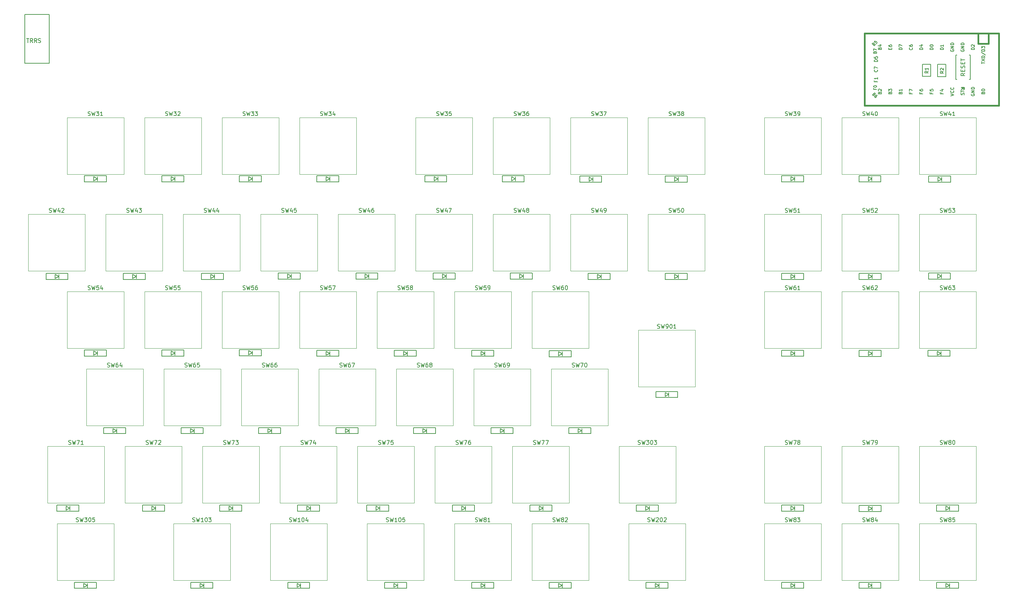
<source format=gto>
G04 #@! TF.GenerationSoftware,KiCad,Pcbnew,(5.1.8)-1*
G04 #@! TF.CreationDate,2020-12-12T14:34:52+09:00*
G04 #@! TF.ProjectId,keyboard-layouter-playground,6b657962-6f61-4726-942d-6c61796f7574,rev?*
G04 #@! TF.SameCoordinates,Original*
G04 #@! TF.FileFunction,Legend,Top*
G04 #@! TF.FilePolarity,Positive*
%FSLAX46Y46*%
G04 Gerber Fmt 4.6, Leading zero omitted, Abs format (unit mm)*
G04 Created by KiCad (PCBNEW (5.1.8)-1) date 2020-12-12 14:34:52*
%MOMM*%
%LPD*%
G01*
G04 APERTURE LIST*
%ADD10C,0.381000*%
%ADD11C,0.150000*%
%ADD12C,0.120000*%
G04 APERTURE END LIST*
D10*
X256240000Y-103150000D02*
X256240000Y-100610000D01*
X258780000Y-100610000D02*
X256240000Y-100610000D01*
X258780000Y-118390000D02*
X258780000Y-100610000D01*
X256240000Y-118390000D02*
X258780000Y-118390000D01*
D11*
G36*
X249760640Y-114431568D02*
G01*
X249560640Y-114431568D01*
X249560640Y-114331568D01*
X249760640Y-114331568D01*
X249760640Y-114431568D01*
G37*
X249760640Y-114431568D02*
X249560640Y-114431568D01*
X249560640Y-114331568D01*
X249760640Y-114331568D01*
X249760640Y-114431568D01*
G36*
X250360640Y-114031568D02*
G01*
X249560640Y-114031568D01*
X249560640Y-113931568D01*
X250360640Y-113931568D01*
X250360640Y-114031568D01*
G37*
X250360640Y-114031568D02*
X249560640Y-114031568D01*
X249560640Y-113931568D01*
X250360640Y-113931568D01*
X250360640Y-114031568D01*
G36*
X250360640Y-114431568D02*
G01*
X250260640Y-114431568D01*
X250260640Y-113931568D01*
X250360640Y-113931568D01*
X250360640Y-114431568D01*
G37*
X250360640Y-114431568D02*
X250260640Y-114431568D01*
X250260640Y-113931568D01*
X250360640Y-113931568D01*
X250360640Y-114431568D01*
G36*
X249960640Y-114231568D02*
G01*
X249860640Y-114231568D01*
X249860640Y-114131568D01*
X249960640Y-114131568D01*
X249960640Y-114231568D01*
G37*
X249960640Y-114231568D02*
X249860640Y-114231568D01*
X249860640Y-114131568D01*
X249960640Y-114131568D01*
X249960640Y-114231568D01*
G36*
X250360640Y-114431568D02*
G01*
X250060640Y-114431568D01*
X250060640Y-114331568D01*
X250360640Y-114331568D01*
X250360640Y-114431568D01*
G37*
X250360640Y-114431568D02*
X250060640Y-114431568D01*
X250060640Y-114331568D01*
X250360640Y-114331568D01*
X250360640Y-114431568D01*
D10*
X253700000Y-103150000D02*
X253700000Y-100610000D01*
X256240000Y-103150000D02*
X253700000Y-103150000D01*
X225760000Y-118390000D02*
X256240000Y-118390000D01*
X225760000Y-100610000D02*
X225760000Y-118390000D01*
X256240000Y-100610000D02*
X225760000Y-100610000D01*
D11*
X251750000Y-112000000D02*
X251500000Y-112000000D01*
X251750000Y-106000000D02*
X251750000Y-112000000D01*
X251750000Y-106000000D02*
X251500000Y-106000000D01*
X248250000Y-106000000D02*
X248500000Y-106000000D01*
X248250000Y-112000000D02*
X248500000Y-112000000D01*
X248250000Y-106000000D02*
X248250000Y-112000000D01*
D12*
X170143000Y-173733000D02*
X184113000Y-173733000D01*
X184113000Y-173733000D02*
X184113000Y-187703000D01*
X184113000Y-187703000D02*
X170143000Y-187703000D01*
X170143000Y-187703000D02*
X170143000Y-173733000D01*
X27225000Y-221345000D02*
X41195000Y-221345000D01*
X41195000Y-221345000D02*
X41195000Y-235315000D01*
X41195000Y-235315000D02*
X27225000Y-235315000D01*
X27225000Y-235315000D02*
X27225000Y-221345000D01*
X165381000Y-202307000D02*
X179351000Y-202307000D01*
X179351000Y-202307000D02*
X179351000Y-216277000D01*
X179351000Y-216277000D02*
X165381000Y-216277000D01*
X165381000Y-216277000D02*
X165381000Y-202307000D01*
X167763000Y-221357000D02*
X181733000Y-221357000D01*
X181733000Y-221357000D02*
X181733000Y-235327000D01*
X181733000Y-235327000D02*
X167763000Y-235327000D01*
X167763000Y-235327000D02*
X167763000Y-221357000D01*
X103469000Y-221357000D02*
X117439000Y-221357000D01*
X117439000Y-221357000D02*
X117439000Y-235327000D01*
X117439000Y-235327000D02*
X103469000Y-235327000D01*
X103469000Y-235327000D02*
X103469000Y-221357000D01*
X79656000Y-221357000D02*
X93626000Y-221357000D01*
X93626000Y-221357000D02*
X93626000Y-235327000D01*
X93626000Y-235327000D02*
X79656000Y-235327000D01*
X79656000Y-235327000D02*
X79656000Y-221357000D01*
X55843000Y-221357000D02*
X69813000Y-221357000D01*
X69813000Y-221357000D02*
X69813000Y-235327000D01*
X69813000Y-235327000D02*
X55843000Y-235327000D01*
X55843000Y-235327000D02*
X55843000Y-221357000D01*
X239200000Y-235327000D02*
X239200000Y-221357000D01*
X253170000Y-235327000D02*
X239200000Y-235327000D01*
X253170000Y-221357000D02*
X253170000Y-235327000D01*
X239200000Y-221357000D02*
X253170000Y-221357000D01*
X220150000Y-235327000D02*
X220150000Y-221357000D01*
X234120000Y-235327000D02*
X220150000Y-235327000D01*
X234120000Y-221357000D02*
X234120000Y-235327000D01*
X220150000Y-221357000D02*
X234120000Y-221357000D01*
X201100000Y-235327000D02*
X201100000Y-221357000D01*
X215070000Y-235327000D02*
X201100000Y-235327000D01*
X215070000Y-221357000D02*
X215070000Y-235327000D01*
X201100000Y-221357000D02*
X215070000Y-221357000D01*
X143950000Y-235327000D02*
X143950000Y-221357000D01*
X157920000Y-235327000D02*
X143950000Y-235327000D01*
X157920000Y-221357000D02*
X157920000Y-235327000D01*
X143950000Y-221357000D02*
X157920000Y-221357000D01*
X124900000Y-235327000D02*
X124900000Y-221357000D01*
X138870000Y-235327000D02*
X124900000Y-235327000D01*
X138870000Y-221357000D02*
X138870000Y-235327000D01*
X124900000Y-221357000D02*
X138870000Y-221357000D01*
X239200000Y-216277000D02*
X239200000Y-202307000D01*
X253170000Y-216277000D02*
X239200000Y-216277000D01*
X253170000Y-202307000D02*
X253170000Y-216277000D01*
X239200000Y-202307000D02*
X253170000Y-202307000D01*
X220150000Y-216277000D02*
X220150000Y-202307000D01*
X234120000Y-216277000D02*
X220150000Y-216277000D01*
X234120000Y-202307000D02*
X234120000Y-216277000D01*
X220150000Y-202307000D02*
X234120000Y-202307000D01*
X201100000Y-216277000D02*
X201100000Y-202307000D01*
X215070000Y-216277000D02*
X201100000Y-216277000D01*
X215070000Y-202307000D02*
X215070000Y-216277000D01*
X201100000Y-202307000D02*
X215070000Y-202307000D01*
X139187000Y-216277000D02*
X139187000Y-202307000D01*
X153157000Y-216277000D02*
X139187000Y-216277000D01*
X153157000Y-202307000D02*
X153157000Y-216277000D01*
X139187000Y-202307000D02*
X153157000Y-202307000D01*
X120137000Y-216277000D02*
X120137000Y-202307000D01*
X134107000Y-216277000D02*
X120137000Y-216277000D01*
X134107000Y-202307000D02*
X134107000Y-216277000D01*
X120137000Y-202307000D02*
X134107000Y-202307000D01*
X101087000Y-216277000D02*
X101087000Y-202307000D01*
X115057000Y-216277000D02*
X101087000Y-216277000D01*
X115057000Y-202307000D02*
X115057000Y-216277000D01*
X101087000Y-202307000D02*
X115057000Y-202307000D01*
X82037000Y-216277000D02*
X82037000Y-202307000D01*
X96007000Y-216277000D02*
X82037000Y-216277000D01*
X96007000Y-202307000D02*
X96007000Y-216277000D01*
X82037000Y-202307000D02*
X96007000Y-202307000D01*
X62987000Y-216277000D02*
X62987000Y-202307000D01*
X76957000Y-216277000D02*
X62987000Y-216277000D01*
X76957000Y-202307000D02*
X76957000Y-216277000D01*
X62987000Y-202307000D02*
X76957000Y-202307000D01*
X43937000Y-216277000D02*
X43937000Y-202307000D01*
X57907000Y-216277000D02*
X43937000Y-216277000D01*
X57907000Y-202307000D02*
X57907000Y-216277000D01*
X43937000Y-202307000D02*
X57907000Y-202307000D01*
X24887000Y-216277000D02*
X24887000Y-202307000D01*
X38857000Y-216277000D02*
X24887000Y-216277000D01*
X38857000Y-202307000D02*
X38857000Y-216277000D01*
X24887000Y-202307000D02*
X38857000Y-202307000D01*
X148713000Y-197227000D02*
X148713000Y-183257000D01*
X162683000Y-197227000D02*
X148713000Y-197227000D01*
X162683000Y-183257000D02*
X162683000Y-197227000D01*
X148713000Y-183257000D02*
X162683000Y-183257000D01*
X129663000Y-197227000D02*
X129663000Y-183257000D01*
X143633000Y-197227000D02*
X129663000Y-197227000D01*
X143633000Y-183257000D02*
X143633000Y-197227000D01*
X129663000Y-183257000D02*
X143633000Y-183257000D01*
X110613000Y-197227000D02*
X110613000Y-183257000D01*
X124583000Y-197227000D02*
X110613000Y-197227000D01*
X124583000Y-183257000D02*
X124583000Y-197227000D01*
X110613000Y-183257000D02*
X124583000Y-183257000D01*
X91563000Y-197227000D02*
X91563000Y-183257000D01*
X105533000Y-197227000D02*
X91563000Y-197227000D01*
X105533000Y-183257000D02*
X105533000Y-197227000D01*
X91563000Y-183257000D02*
X105533000Y-183257000D01*
X72513000Y-197227000D02*
X72513000Y-183257000D01*
X86483000Y-197227000D02*
X72513000Y-197227000D01*
X86483000Y-183257000D02*
X86483000Y-197227000D01*
X72513000Y-183257000D02*
X86483000Y-183257000D01*
X53463000Y-197227000D02*
X53463000Y-183257000D01*
X67433000Y-197227000D02*
X53463000Y-197227000D01*
X67433000Y-183257000D02*
X67433000Y-197227000D01*
X53463000Y-183257000D02*
X67433000Y-183257000D01*
X34413000Y-197227000D02*
X34413000Y-183257000D01*
X48383000Y-197227000D02*
X34413000Y-197227000D01*
X48383000Y-183257000D02*
X48383000Y-197227000D01*
X34413000Y-183257000D02*
X48383000Y-183257000D01*
X239200000Y-178177000D02*
X239200000Y-164207000D01*
X253170000Y-178177000D02*
X239200000Y-178177000D01*
X253170000Y-164207000D02*
X253170000Y-178177000D01*
X239200000Y-164207000D02*
X253170000Y-164207000D01*
X220150000Y-178177000D02*
X220150000Y-164207000D01*
X234120000Y-178177000D02*
X220150000Y-178177000D01*
X234120000Y-164207000D02*
X234120000Y-178177000D01*
X220150000Y-164207000D02*
X234120000Y-164207000D01*
X201100000Y-178177000D02*
X201100000Y-164207000D01*
X215070000Y-178177000D02*
X201100000Y-178177000D01*
X215070000Y-164207000D02*
X215070000Y-178177000D01*
X201100000Y-164207000D02*
X215070000Y-164207000D01*
X143950000Y-178177000D02*
X143950000Y-164207000D01*
X157920000Y-178177000D02*
X143950000Y-178177000D01*
X157920000Y-164207000D02*
X157920000Y-178177000D01*
X143950000Y-164207000D02*
X157920000Y-164207000D01*
X124900000Y-178177000D02*
X124900000Y-164207000D01*
X138870000Y-178177000D02*
X124900000Y-178177000D01*
X138870000Y-164207000D02*
X138870000Y-178177000D01*
X124900000Y-164207000D02*
X138870000Y-164207000D01*
X105850000Y-178177000D02*
X105850000Y-164207000D01*
X119820000Y-178177000D02*
X105850000Y-178177000D01*
X119820000Y-164207000D02*
X119820000Y-178177000D01*
X105850000Y-164207000D02*
X119820000Y-164207000D01*
X86800000Y-178177000D02*
X86800000Y-164207000D01*
X100770000Y-178177000D02*
X86800000Y-178177000D01*
X100770000Y-164207000D02*
X100770000Y-178177000D01*
X86800000Y-164207000D02*
X100770000Y-164207000D01*
X67750000Y-178177000D02*
X67750000Y-164207000D01*
X81720000Y-178177000D02*
X67750000Y-178177000D01*
X81720000Y-164207000D02*
X81720000Y-178177000D01*
X67750000Y-164207000D02*
X81720000Y-164207000D01*
X48700000Y-178177000D02*
X48700000Y-164207000D01*
X62670000Y-178177000D02*
X48700000Y-178177000D01*
X62670000Y-164207000D02*
X62670000Y-178177000D01*
X48700000Y-164207000D02*
X62670000Y-164207000D01*
X29650000Y-178177000D02*
X29650000Y-164207000D01*
X43620000Y-178177000D02*
X29650000Y-178177000D01*
X43620000Y-164207000D02*
X43620000Y-178177000D01*
X29650000Y-164207000D02*
X43620000Y-164207000D01*
X239200000Y-159127000D02*
X239200000Y-145157000D01*
X253170000Y-159127000D02*
X239200000Y-159127000D01*
X253170000Y-145157000D02*
X253170000Y-159127000D01*
X239200000Y-145157000D02*
X253170000Y-145157000D01*
X220150000Y-159127000D02*
X220150000Y-145157000D01*
X234120000Y-159127000D02*
X220150000Y-159127000D01*
X234120000Y-145157000D02*
X234120000Y-159127000D01*
X220150000Y-145157000D02*
X234120000Y-145157000D01*
X201100000Y-159127000D02*
X201100000Y-145157000D01*
X215070000Y-159127000D02*
X201100000Y-159127000D01*
X215070000Y-145157000D02*
X215070000Y-159127000D01*
X201100000Y-145157000D02*
X215070000Y-145157000D01*
X172525000Y-159127000D02*
X172525000Y-145157000D01*
X186495000Y-159127000D02*
X172525000Y-159127000D01*
X186495000Y-145157000D02*
X186495000Y-159127000D01*
X172525000Y-145157000D02*
X186495000Y-145157000D01*
X153475000Y-159127000D02*
X153475000Y-145157000D01*
X167445000Y-159127000D02*
X153475000Y-159127000D01*
X167445000Y-145157000D02*
X167445000Y-159127000D01*
X153475000Y-145157000D02*
X167445000Y-145157000D01*
X134425000Y-159127000D02*
X134425000Y-145157000D01*
X148395000Y-159127000D02*
X134425000Y-159127000D01*
X148395000Y-145157000D02*
X148395000Y-159127000D01*
X134425000Y-145157000D02*
X148395000Y-145157000D01*
X115375000Y-159127000D02*
X115375000Y-145157000D01*
X129345000Y-159127000D02*
X115375000Y-159127000D01*
X129345000Y-145157000D02*
X129345000Y-159127000D01*
X115375000Y-145157000D02*
X129345000Y-145157000D01*
X96325000Y-159127000D02*
X96325000Y-145157000D01*
X110295000Y-159127000D02*
X96325000Y-159127000D01*
X110295000Y-145157000D02*
X110295000Y-159127000D01*
X96325000Y-145157000D02*
X110295000Y-145157000D01*
X77275000Y-159127000D02*
X77275000Y-145157000D01*
X91245000Y-159127000D02*
X77275000Y-159127000D01*
X91245000Y-145157000D02*
X91245000Y-159127000D01*
X77275000Y-145157000D02*
X91245000Y-145157000D01*
X58225000Y-159127000D02*
X58225000Y-145157000D01*
X72195000Y-159127000D02*
X58225000Y-159127000D01*
X72195000Y-145157000D02*
X72195000Y-159127000D01*
X58225000Y-145157000D02*
X72195000Y-145157000D01*
X39175000Y-159127000D02*
X39175000Y-145157000D01*
X53145000Y-159127000D02*
X39175000Y-159127000D01*
X53145000Y-145157000D02*
X53145000Y-159127000D01*
X39175000Y-145157000D02*
X53145000Y-145157000D01*
X20125000Y-159127000D02*
X20125000Y-145157000D01*
X34095000Y-159127000D02*
X20125000Y-159127000D01*
X34095000Y-145157000D02*
X34095000Y-159127000D01*
X20125000Y-145157000D02*
X34095000Y-145157000D01*
X239200000Y-135315000D02*
X239200000Y-121345000D01*
X253170000Y-135315000D02*
X239200000Y-135315000D01*
X253170000Y-121345000D02*
X253170000Y-135315000D01*
X239200000Y-121345000D02*
X253170000Y-121345000D01*
X220150000Y-135315000D02*
X220150000Y-121345000D01*
X234120000Y-135315000D02*
X220150000Y-135315000D01*
X234120000Y-121345000D02*
X234120000Y-135315000D01*
X220150000Y-121345000D02*
X234120000Y-121345000D01*
X201100000Y-135315000D02*
X201100000Y-121345000D01*
X215070000Y-135315000D02*
X201100000Y-135315000D01*
X215070000Y-121345000D02*
X215070000Y-135315000D01*
X201100000Y-121345000D02*
X215070000Y-121345000D01*
X172525000Y-135315000D02*
X172525000Y-121345000D01*
X186495000Y-135315000D02*
X172525000Y-135315000D01*
X186495000Y-121345000D02*
X186495000Y-135315000D01*
X172525000Y-121345000D02*
X186495000Y-121345000D01*
X153475000Y-135315000D02*
X153475000Y-121345000D01*
X167445000Y-135315000D02*
X153475000Y-135315000D01*
X167445000Y-121345000D02*
X167445000Y-135315000D01*
X153475000Y-121345000D02*
X167445000Y-121345000D01*
X134425000Y-135315000D02*
X134425000Y-121345000D01*
X148395000Y-135315000D02*
X134425000Y-135315000D01*
X148395000Y-121345000D02*
X148395000Y-135315000D01*
X134425000Y-121345000D02*
X148395000Y-121345000D01*
X115375000Y-135315000D02*
X115375000Y-121345000D01*
X129345000Y-135315000D02*
X115375000Y-135315000D01*
X129345000Y-121345000D02*
X129345000Y-135315000D01*
X115375000Y-121345000D02*
X129345000Y-121345000D01*
X86800000Y-135315000D02*
X86800000Y-121345000D01*
X100770000Y-135315000D02*
X86800000Y-135315000D01*
X100770000Y-121345000D02*
X100770000Y-135315000D01*
X86800000Y-121345000D02*
X100770000Y-121345000D01*
X67750000Y-135315000D02*
X67750000Y-121345000D01*
X81720000Y-135315000D02*
X67750000Y-135315000D01*
X81720000Y-121345000D02*
X81720000Y-135315000D01*
X67750000Y-121345000D02*
X81720000Y-121345000D01*
X48700000Y-135315000D02*
X48700000Y-121345000D01*
X62670000Y-135315000D02*
X48700000Y-135315000D01*
X62670000Y-121345000D02*
X62670000Y-135315000D01*
X48700000Y-121345000D02*
X62670000Y-121345000D01*
X29650000Y-135315000D02*
X29650000Y-121345000D01*
X43620000Y-135315000D02*
X29650000Y-135315000D01*
X43620000Y-121345000D02*
X43620000Y-135315000D01*
X29650000Y-121345000D02*
X43620000Y-121345000D01*
D11*
X245750760Y-111291140D02*
X245750760Y-108288860D01*
X243749240Y-111291140D02*
X245750760Y-111291140D01*
X243749240Y-108288860D02*
X243749240Y-111291140D01*
X245750760Y-108288860D02*
X243749240Y-108288860D01*
X242000760Y-111251140D02*
X242000760Y-108248860D01*
X239999240Y-111251140D02*
X242000760Y-111251140D01*
X239999240Y-108248860D02*
X239999240Y-111251140D01*
X242000760Y-108248860D02*
X239999240Y-108248860D01*
X19250000Y-108000000D02*
X19250000Y-96000000D01*
X25250000Y-108000000D02*
X19250000Y-108000000D01*
X25250000Y-96000000D02*
X25250000Y-108000000D01*
X19250000Y-96000000D02*
X25250000Y-96000000D01*
X179833820Y-190311900D02*
X179833820Y-188811900D01*
X174433820Y-190311900D02*
X179833820Y-190311900D01*
X174433820Y-188811900D02*
X174433820Y-190311900D01*
X179833820Y-188811900D02*
X174433820Y-188811900D01*
X177634200Y-189072440D02*
X177634200Y-190072440D01*
X176717640Y-189069520D02*
X177617640Y-189569520D01*
X176717640Y-190069520D02*
X176717640Y-189069520D01*
X177617640Y-189569520D02*
X176717640Y-190069520D01*
X36883820Y-237311900D02*
X36883820Y-235811900D01*
X31483820Y-237311900D02*
X36883820Y-237311900D01*
X31483820Y-235811900D02*
X31483820Y-237311900D01*
X36883820Y-235811900D02*
X31483820Y-235811900D01*
X34684200Y-236072440D02*
X34684200Y-237072440D01*
X33767640Y-236069520D02*
X34667640Y-236569520D01*
X33767640Y-237069520D02*
X33767640Y-236069520D01*
X34667640Y-236569520D02*
X33767640Y-237069520D01*
X175083820Y-218311900D02*
X175083820Y-216811900D01*
X169683820Y-218311900D02*
X175083820Y-218311900D01*
X169683820Y-216811900D02*
X169683820Y-218311900D01*
X175083820Y-216811900D02*
X169683820Y-216811900D01*
X172884200Y-217072440D02*
X172884200Y-218072440D01*
X171967640Y-217069520D02*
X172867640Y-217569520D01*
X171967640Y-218069520D02*
X171967640Y-217069520D01*
X172867640Y-217569520D02*
X171967640Y-218069520D01*
X177433820Y-237311900D02*
X177433820Y-235811900D01*
X172033820Y-237311900D02*
X177433820Y-237311900D01*
X172033820Y-235811900D02*
X172033820Y-237311900D01*
X177433820Y-235811900D02*
X172033820Y-235811900D01*
X175234200Y-236072440D02*
X175234200Y-237072440D01*
X174317640Y-236069520D02*
X175217640Y-236569520D01*
X174317640Y-237069520D02*
X174317640Y-236069520D01*
X175217640Y-236569520D02*
X174317640Y-237069520D01*
X113133820Y-237311900D02*
X113133820Y-235811900D01*
X107733820Y-237311900D02*
X113133820Y-237311900D01*
X107733820Y-235811900D02*
X107733820Y-237311900D01*
X113133820Y-235811900D02*
X107733820Y-235811900D01*
X110934200Y-236072440D02*
X110934200Y-237072440D01*
X110017640Y-236069520D02*
X110917640Y-236569520D01*
X110017640Y-237069520D02*
X110017640Y-236069520D01*
X110917640Y-236569520D02*
X110017640Y-237069520D01*
X89333820Y-237311900D02*
X89333820Y-235811900D01*
X83933820Y-237311900D02*
X89333820Y-237311900D01*
X83933820Y-235811900D02*
X83933820Y-237311900D01*
X89333820Y-235811900D02*
X83933820Y-235811900D01*
X87134200Y-236072440D02*
X87134200Y-237072440D01*
X86217640Y-236069520D02*
X87117640Y-236569520D01*
X86217640Y-237069520D02*
X86217640Y-236069520D01*
X87117640Y-236569520D02*
X86217640Y-237069520D01*
X65483820Y-237311900D02*
X65483820Y-235811900D01*
X60083820Y-237311900D02*
X65483820Y-237311900D01*
X60083820Y-235811900D02*
X60083820Y-237311900D01*
X65483820Y-235811900D02*
X60083820Y-235811900D01*
X63284200Y-236072440D02*
X63284200Y-237072440D01*
X62367640Y-236069520D02*
X63267640Y-236569520D01*
X62367640Y-237069520D02*
X62367640Y-236069520D01*
X63267640Y-236569520D02*
X62367640Y-237069520D01*
X248883820Y-237311900D02*
X248883820Y-235811900D01*
X243483820Y-237311900D02*
X248883820Y-237311900D01*
X243483820Y-235811900D02*
X243483820Y-237311900D01*
X248883820Y-235811900D02*
X243483820Y-235811900D01*
X246684200Y-236072440D02*
X246684200Y-237072440D01*
X245767640Y-236069520D02*
X246667640Y-236569520D01*
X245767640Y-237069520D02*
X245767640Y-236069520D01*
X246667640Y-236569520D02*
X245767640Y-237069520D01*
X229783820Y-237311900D02*
X229783820Y-235811900D01*
X224383820Y-237311900D02*
X229783820Y-237311900D01*
X224383820Y-235811900D02*
X224383820Y-237311900D01*
X229783820Y-235811900D02*
X224383820Y-235811900D01*
X227584200Y-236072440D02*
X227584200Y-237072440D01*
X226667640Y-236069520D02*
X227567640Y-236569520D01*
X226667640Y-237069520D02*
X226667640Y-236069520D01*
X227567640Y-236569520D02*
X226667640Y-237069520D01*
X210783820Y-237311900D02*
X210783820Y-235811900D01*
X205383820Y-237311900D02*
X210783820Y-237311900D01*
X205383820Y-235811900D02*
X205383820Y-237311900D01*
X210783820Y-235811900D02*
X205383820Y-235811900D01*
X208584200Y-236072440D02*
X208584200Y-237072440D01*
X207667640Y-236069520D02*
X208567640Y-236569520D01*
X207667640Y-237069520D02*
X207667640Y-236069520D01*
X208567640Y-236569520D02*
X207667640Y-237069520D01*
X153633820Y-237311900D02*
X153633820Y-235811900D01*
X148233820Y-237311900D02*
X153633820Y-237311900D01*
X148233820Y-235811900D02*
X148233820Y-237311900D01*
X153633820Y-235811900D02*
X148233820Y-235811900D01*
X151434200Y-236072440D02*
X151434200Y-237072440D01*
X150517640Y-236069520D02*
X151417640Y-236569520D01*
X150517640Y-237069520D02*
X150517640Y-236069520D01*
X151417640Y-236569520D02*
X150517640Y-237069520D01*
X134583820Y-237311900D02*
X134583820Y-235811900D01*
X129183820Y-237311900D02*
X134583820Y-237311900D01*
X129183820Y-235811900D02*
X129183820Y-237311900D01*
X134583820Y-235811900D02*
X129183820Y-235811900D01*
X132384200Y-236072440D02*
X132384200Y-237072440D01*
X131467640Y-236069520D02*
X132367640Y-236569520D01*
X131467640Y-237069520D02*
X131467640Y-236069520D01*
X132367640Y-236569520D02*
X131467640Y-237069520D01*
X248883820Y-218311900D02*
X248883820Y-216811900D01*
X243483820Y-218311900D02*
X248883820Y-218311900D01*
X243483820Y-216811900D02*
X243483820Y-218311900D01*
X248883820Y-216811900D02*
X243483820Y-216811900D01*
X246684200Y-217072440D02*
X246684200Y-218072440D01*
X245767640Y-217069520D02*
X246667640Y-217569520D01*
X245767640Y-218069520D02*
X245767640Y-217069520D01*
X246667640Y-217569520D02*
X245767640Y-218069520D01*
X229833820Y-218361900D02*
X229833820Y-216861900D01*
X224433820Y-218361900D02*
X229833820Y-218361900D01*
X224433820Y-216861900D02*
X224433820Y-218361900D01*
X229833820Y-216861900D02*
X224433820Y-216861900D01*
X227634200Y-217122440D02*
X227634200Y-218122440D01*
X226717640Y-217119520D02*
X227617640Y-217619520D01*
X226717640Y-218119520D02*
X226717640Y-217119520D01*
X227617640Y-217619520D02*
X226717640Y-218119520D01*
X210783820Y-218311900D02*
X210783820Y-216811900D01*
X205383820Y-218311900D02*
X210783820Y-218311900D01*
X205383820Y-216811900D02*
X205383820Y-218311900D01*
X210783820Y-216811900D02*
X205383820Y-216811900D01*
X208584200Y-217072440D02*
X208584200Y-218072440D01*
X207667640Y-217069520D02*
X208567640Y-217569520D01*
X207667640Y-218069520D02*
X207667640Y-217069520D01*
X208567640Y-217569520D02*
X207667640Y-218069520D01*
X148883820Y-218311900D02*
X148883820Y-216811900D01*
X143483820Y-218311900D02*
X148883820Y-218311900D01*
X143483820Y-216811900D02*
X143483820Y-218311900D01*
X148883820Y-216811900D02*
X143483820Y-216811900D01*
X146684200Y-217072440D02*
X146684200Y-218072440D01*
X145767640Y-217069520D02*
X146667640Y-217569520D01*
X145767640Y-218069520D02*
X145767640Y-217069520D01*
X146667640Y-217569520D02*
X145767640Y-218069520D01*
X129833820Y-218311900D02*
X129833820Y-216811900D01*
X124433820Y-218311900D02*
X129833820Y-218311900D01*
X124433820Y-216811900D02*
X124433820Y-218311900D01*
X129833820Y-216811900D02*
X124433820Y-216811900D01*
X127634200Y-217072440D02*
X127634200Y-218072440D01*
X126717640Y-217069520D02*
X127617640Y-217569520D01*
X126717640Y-218069520D02*
X126717640Y-217069520D01*
X127617640Y-217569520D02*
X126717640Y-218069520D01*
X108733820Y-218311900D02*
X108733820Y-216811900D01*
X103333820Y-218311900D02*
X108733820Y-218311900D01*
X103333820Y-216811900D02*
X103333820Y-218311900D01*
X108733820Y-216811900D02*
X103333820Y-216811900D01*
X106534200Y-217072440D02*
X106534200Y-218072440D01*
X105617640Y-217069520D02*
X106517640Y-217569520D01*
X105617640Y-218069520D02*
X105617640Y-217069520D01*
X106517640Y-217569520D02*
X105617640Y-218069520D01*
X91733820Y-218311900D02*
X91733820Y-216811900D01*
X86333820Y-218311900D02*
X91733820Y-218311900D01*
X86333820Y-216811900D02*
X86333820Y-218311900D01*
X91733820Y-216811900D02*
X86333820Y-216811900D01*
X89534200Y-217072440D02*
X89534200Y-218072440D01*
X88617640Y-217069520D02*
X89517640Y-217569520D01*
X88617640Y-218069520D02*
X88617640Y-217069520D01*
X89517640Y-217569520D02*
X88617640Y-218069520D01*
X72633820Y-218311900D02*
X72633820Y-216811900D01*
X67233820Y-218311900D02*
X72633820Y-218311900D01*
X67233820Y-216811900D02*
X67233820Y-218311900D01*
X72633820Y-216811900D02*
X67233820Y-216811900D01*
X70434200Y-217072440D02*
X70434200Y-218072440D01*
X69517640Y-217069520D02*
X70417640Y-217569520D01*
X69517640Y-218069520D02*
X69517640Y-217069520D01*
X70417640Y-217569520D02*
X69517640Y-218069520D01*
X53633820Y-218311900D02*
X53633820Y-216811900D01*
X48233820Y-218311900D02*
X53633820Y-218311900D01*
X48233820Y-216811900D02*
X48233820Y-218311900D01*
X53633820Y-216811900D02*
X48233820Y-216811900D01*
X51434200Y-217072440D02*
X51434200Y-218072440D01*
X50517640Y-217069520D02*
X51417640Y-217569520D01*
X50517640Y-218069520D02*
X50517640Y-217069520D01*
X51417640Y-217569520D02*
X50517640Y-218069520D01*
X32533820Y-218311900D02*
X32533820Y-216811900D01*
X27133820Y-218311900D02*
X32533820Y-218311900D01*
X27133820Y-216811900D02*
X27133820Y-218311900D01*
X32533820Y-216811900D02*
X27133820Y-216811900D01*
X30334200Y-217072440D02*
X30334200Y-218072440D01*
X29417640Y-217069520D02*
X30317640Y-217569520D01*
X29417640Y-218069520D02*
X29417640Y-217069520D01*
X30317640Y-217569520D02*
X29417640Y-218069520D01*
X158433820Y-199211900D02*
X158433820Y-197711900D01*
X153033820Y-199211900D02*
X158433820Y-199211900D01*
X153033820Y-197711900D02*
X153033820Y-199211900D01*
X158433820Y-197711900D02*
X153033820Y-197711900D01*
X156234200Y-197972440D02*
X156234200Y-198972440D01*
X155317640Y-197969520D02*
X156217640Y-198469520D01*
X155317640Y-198969520D02*
X155317640Y-197969520D01*
X156217640Y-198469520D02*
X155317640Y-198969520D01*
X139333820Y-199211900D02*
X139333820Y-197711900D01*
X133933820Y-199211900D02*
X139333820Y-199211900D01*
X133933820Y-197711900D02*
X133933820Y-199211900D01*
X139333820Y-197711900D02*
X133933820Y-197711900D01*
X137134200Y-197972440D02*
X137134200Y-198972440D01*
X136217640Y-197969520D02*
X137117640Y-198469520D01*
X136217640Y-198969520D02*
X136217640Y-197969520D01*
X137117640Y-198469520D02*
X136217640Y-198969520D01*
X120283820Y-199211900D02*
X120283820Y-197711900D01*
X114883820Y-199211900D02*
X120283820Y-199211900D01*
X114883820Y-197711900D02*
X114883820Y-199211900D01*
X120283820Y-197711900D02*
X114883820Y-197711900D01*
X118084200Y-197972440D02*
X118084200Y-198972440D01*
X117167640Y-197969520D02*
X118067640Y-198469520D01*
X117167640Y-198969520D02*
X117167640Y-197969520D01*
X118067640Y-198469520D02*
X117167640Y-198969520D01*
X101233820Y-199211900D02*
X101233820Y-197711900D01*
X95833820Y-199211900D02*
X101233820Y-199211900D01*
X95833820Y-197711900D02*
X95833820Y-199211900D01*
X101233820Y-197711900D02*
X95833820Y-197711900D01*
X99034200Y-197972440D02*
X99034200Y-198972440D01*
X98117640Y-197969520D02*
X99017640Y-198469520D01*
X98117640Y-198969520D02*
X98117640Y-197969520D01*
X99017640Y-198469520D02*
X98117640Y-198969520D01*
X82183820Y-199211900D02*
X82183820Y-197711900D01*
X76783820Y-199211900D02*
X82183820Y-199211900D01*
X76783820Y-197711900D02*
X76783820Y-199211900D01*
X82183820Y-197711900D02*
X76783820Y-197711900D01*
X79984200Y-197972440D02*
X79984200Y-198972440D01*
X79067640Y-197969520D02*
X79967640Y-198469520D01*
X79067640Y-198969520D02*
X79067640Y-197969520D01*
X79967640Y-198469520D02*
X79067640Y-198969520D01*
X63133820Y-199211900D02*
X63133820Y-197711900D01*
X57733820Y-199211900D02*
X63133820Y-199211900D01*
X57733820Y-197711900D02*
X57733820Y-199211900D01*
X63133820Y-197711900D02*
X57733820Y-197711900D01*
X60934200Y-197972440D02*
X60934200Y-198972440D01*
X60017640Y-197969520D02*
X60917640Y-198469520D01*
X60017640Y-198969520D02*
X60017640Y-197969520D01*
X60917640Y-198469520D02*
X60017640Y-198969520D01*
X44083820Y-199211900D02*
X44083820Y-197711900D01*
X38683820Y-199211900D02*
X44083820Y-199211900D01*
X38683820Y-197711900D02*
X38683820Y-199211900D01*
X44083820Y-197711900D02*
X38683820Y-197711900D01*
X41884200Y-197972440D02*
X41884200Y-198972440D01*
X40967640Y-197969520D02*
X41867640Y-198469520D01*
X40967640Y-198969520D02*
X40967640Y-197969520D01*
X41867640Y-198469520D02*
X40967640Y-198969520D01*
X246783820Y-180161900D02*
X246783820Y-178661900D01*
X241383820Y-180161900D02*
X246783820Y-180161900D01*
X241383820Y-178661900D02*
X241383820Y-180161900D01*
X246783820Y-178661900D02*
X241383820Y-178661900D01*
X244584200Y-178922440D02*
X244584200Y-179922440D01*
X243667640Y-178919520D02*
X244567640Y-179419520D01*
X243667640Y-179919520D02*
X243667640Y-178919520D01*
X244567640Y-179419520D02*
X243667640Y-179919520D01*
X229833820Y-180211900D02*
X229833820Y-178711900D01*
X224433820Y-180211900D02*
X229833820Y-180211900D01*
X224433820Y-178711900D02*
X224433820Y-180211900D01*
X229833820Y-178711900D02*
X224433820Y-178711900D01*
X227634200Y-178972440D02*
X227634200Y-179972440D01*
X226717640Y-178969520D02*
X227617640Y-179469520D01*
X226717640Y-179969520D02*
X226717640Y-178969520D01*
X227617640Y-179469520D02*
X226717640Y-179969520D01*
X210783820Y-180161900D02*
X210783820Y-178661900D01*
X205383820Y-180161900D02*
X210783820Y-180161900D01*
X205383820Y-178661900D02*
X205383820Y-180161900D01*
X210783820Y-178661900D02*
X205383820Y-178661900D01*
X208584200Y-178922440D02*
X208584200Y-179922440D01*
X207667640Y-178919520D02*
X208567640Y-179419520D01*
X207667640Y-179919520D02*
X207667640Y-178919520D01*
X208567640Y-179419520D02*
X207667640Y-179919520D01*
X153633820Y-180261900D02*
X153633820Y-178761900D01*
X148233820Y-180261900D02*
X153633820Y-180261900D01*
X148233820Y-178761900D02*
X148233820Y-180261900D01*
X153633820Y-178761900D02*
X148233820Y-178761900D01*
X151434200Y-179022440D02*
X151434200Y-180022440D01*
X150517640Y-179019520D02*
X151417640Y-179519520D01*
X150517640Y-180019520D02*
X150517640Y-179019520D01*
X151417640Y-179519520D02*
X150517640Y-180019520D01*
X134583820Y-180161900D02*
X134583820Y-178661900D01*
X129183820Y-180161900D02*
X134583820Y-180161900D01*
X129183820Y-178661900D02*
X129183820Y-180161900D01*
X134583820Y-178661900D02*
X129183820Y-178661900D01*
X132384200Y-178922440D02*
X132384200Y-179922440D01*
X131467640Y-178919520D02*
X132367640Y-179419520D01*
X131467640Y-179919520D02*
X131467640Y-178919520D01*
X132367640Y-179419520D02*
X131467640Y-179919520D01*
X115533820Y-180161900D02*
X115533820Y-178661900D01*
X110133820Y-180161900D02*
X115533820Y-180161900D01*
X110133820Y-178661900D02*
X110133820Y-180161900D01*
X115533820Y-178661900D02*
X110133820Y-178661900D01*
X113334200Y-178922440D02*
X113334200Y-179922440D01*
X112417640Y-178919520D02*
X113317640Y-179419520D01*
X112417640Y-179919520D02*
X112417640Y-178919520D01*
X113317640Y-179419520D02*
X112417640Y-179919520D01*
X96483820Y-180161900D02*
X96483820Y-178661900D01*
X91083820Y-180161900D02*
X96483820Y-180161900D01*
X91083820Y-178661900D02*
X91083820Y-180161900D01*
X96483820Y-178661900D02*
X91083820Y-178661900D01*
X94284200Y-178922440D02*
X94284200Y-179922440D01*
X93367640Y-178919520D02*
X94267640Y-179419520D01*
X93367640Y-179919520D02*
X93367640Y-178919520D01*
X94267640Y-179419520D02*
X93367640Y-179919520D01*
X77433820Y-180061900D02*
X77433820Y-178561900D01*
X72033820Y-180061900D02*
X77433820Y-180061900D01*
X72033820Y-178561900D02*
X72033820Y-180061900D01*
X77433820Y-178561900D02*
X72033820Y-178561900D01*
X75234200Y-178822440D02*
X75234200Y-179822440D01*
X74317640Y-178819520D02*
X75217640Y-179319520D01*
X74317640Y-179819520D02*
X74317640Y-178819520D01*
X75217640Y-179319520D02*
X74317640Y-179819520D01*
X58383820Y-180111900D02*
X58383820Y-178611900D01*
X52983820Y-180111900D02*
X58383820Y-180111900D01*
X52983820Y-178611900D02*
X52983820Y-180111900D01*
X58383820Y-178611900D02*
X52983820Y-178611900D01*
X56184200Y-178872440D02*
X56184200Y-179872440D01*
X55267640Y-178869520D02*
X56167640Y-179369520D01*
X55267640Y-179869520D02*
X55267640Y-178869520D01*
X56167640Y-179369520D02*
X55267640Y-179869520D01*
X39333820Y-180111900D02*
X39333820Y-178611900D01*
X33933820Y-180111900D02*
X39333820Y-180111900D01*
X33933820Y-178611900D02*
X33933820Y-180111900D01*
X39333820Y-178611900D02*
X33933820Y-178611900D01*
X37134200Y-178872440D02*
X37134200Y-179872440D01*
X36217640Y-178869520D02*
X37117640Y-179369520D01*
X36217640Y-179869520D02*
X36217640Y-178869520D01*
X37117640Y-179369520D02*
X36217640Y-179869520D01*
X246883820Y-161161900D02*
X246883820Y-159661900D01*
X241483820Y-161161900D02*
X246883820Y-161161900D01*
X241483820Y-159661900D02*
X241483820Y-161161900D01*
X246883820Y-159661900D02*
X241483820Y-159661900D01*
X244684200Y-159922440D02*
X244684200Y-160922440D01*
X243767640Y-159919520D02*
X244667640Y-160419520D01*
X243767640Y-160919520D02*
X243767640Y-159919520D01*
X244667640Y-160419520D02*
X243767640Y-160919520D01*
X229833820Y-161211900D02*
X229833820Y-159711900D01*
X224433820Y-161211900D02*
X229833820Y-161211900D01*
X224433820Y-159711900D02*
X224433820Y-161211900D01*
X229833820Y-159711900D02*
X224433820Y-159711900D01*
X227634200Y-159972440D02*
X227634200Y-160972440D01*
X226717640Y-159969520D02*
X227617640Y-160469520D01*
X226717640Y-160969520D02*
X226717640Y-159969520D01*
X227617640Y-160469520D02*
X226717640Y-160969520D01*
X210783820Y-161211900D02*
X210783820Y-159711900D01*
X205383820Y-161211900D02*
X210783820Y-161211900D01*
X205383820Y-159711900D02*
X205383820Y-161211900D01*
X210783820Y-159711900D02*
X205383820Y-159711900D01*
X208584200Y-159972440D02*
X208584200Y-160972440D01*
X207667640Y-159969520D02*
X208567640Y-160469520D01*
X207667640Y-160969520D02*
X207667640Y-159969520D01*
X208567640Y-160469520D02*
X207667640Y-160969520D01*
X182183820Y-161211900D02*
X182183820Y-159711900D01*
X176783820Y-161211900D02*
X182183820Y-161211900D01*
X176783820Y-159711900D02*
X176783820Y-161211900D01*
X182183820Y-159711900D02*
X176783820Y-159711900D01*
X179984200Y-159972440D02*
X179984200Y-160972440D01*
X179067640Y-159969520D02*
X179967640Y-160469520D01*
X179067640Y-160969520D02*
X179067640Y-159969520D01*
X179967640Y-160469520D02*
X179067640Y-160969520D01*
X163183820Y-161211900D02*
X163183820Y-159711900D01*
X157783820Y-161211900D02*
X163183820Y-161211900D01*
X157783820Y-159711900D02*
X157783820Y-161211900D01*
X163183820Y-159711900D02*
X157783820Y-159711900D01*
X160984200Y-159972440D02*
X160984200Y-160972440D01*
X160067640Y-159969520D02*
X160967640Y-160469520D01*
X160067640Y-160969520D02*
X160067640Y-159969520D01*
X160967640Y-160469520D02*
X160067640Y-160969520D01*
X144083820Y-161161900D02*
X144083820Y-159661900D01*
X138683820Y-161161900D02*
X144083820Y-161161900D01*
X138683820Y-159661900D02*
X138683820Y-161161900D01*
X144083820Y-159661900D02*
X138683820Y-159661900D01*
X141884200Y-159922440D02*
X141884200Y-160922440D01*
X140967640Y-159919520D02*
X141867640Y-160419520D01*
X140967640Y-160919520D02*
X140967640Y-159919520D01*
X141867640Y-160419520D02*
X140967640Y-160919520D01*
X125083820Y-161161900D02*
X125083820Y-159661900D01*
X119683820Y-161161900D02*
X125083820Y-161161900D01*
X119683820Y-159661900D02*
X119683820Y-161161900D01*
X125083820Y-159661900D02*
X119683820Y-159661900D01*
X122884200Y-159922440D02*
X122884200Y-160922440D01*
X121967640Y-159919520D02*
X122867640Y-160419520D01*
X121967640Y-160919520D02*
X121967640Y-159919520D01*
X122867640Y-160419520D02*
X121967640Y-160919520D01*
X106083820Y-161161900D02*
X106083820Y-159661900D01*
X100683820Y-161161900D02*
X106083820Y-161161900D01*
X100683820Y-159661900D02*
X100683820Y-161161900D01*
X106083820Y-159661900D02*
X100683820Y-159661900D01*
X103884200Y-159922440D02*
X103884200Y-160922440D01*
X102967640Y-159919520D02*
X103867640Y-160419520D01*
X102967640Y-160919520D02*
X102967640Y-159919520D01*
X103867640Y-160419520D02*
X102967640Y-160919520D01*
X86983820Y-161161900D02*
X86983820Y-159661900D01*
X81583820Y-161161900D02*
X86983820Y-161161900D01*
X81583820Y-159661900D02*
X81583820Y-161161900D01*
X86983820Y-159661900D02*
X81583820Y-159661900D01*
X84784200Y-159922440D02*
X84784200Y-160922440D01*
X83867640Y-159919520D02*
X84767640Y-160419520D01*
X83867640Y-160919520D02*
X83867640Y-159919520D01*
X84767640Y-160419520D02*
X83867640Y-160919520D01*
X68133820Y-161211900D02*
X68133820Y-159711900D01*
X62733820Y-161211900D02*
X68133820Y-161211900D01*
X62733820Y-159711900D02*
X62733820Y-161211900D01*
X68133820Y-159711900D02*
X62733820Y-159711900D01*
X65934200Y-159972440D02*
X65934200Y-160972440D01*
X65017640Y-159969520D02*
X65917640Y-160469520D01*
X65017640Y-160969520D02*
X65017640Y-159969520D01*
X65917640Y-160469520D02*
X65017640Y-160969520D01*
X48883820Y-161211900D02*
X48883820Y-159711900D01*
X43483820Y-161211900D02*
X48883820Y-161211900D01*
X43483820Y-159711900D02*
X43483820Y-161211900D01*
X48883820Y-159711900D02*
X43483820Y-159711900D01*
X46684200Y-159972440D02*
X46684200Y-160972440D01*
X45767640Y-159969520D02*
X46667640Y-160469520D01*
X45767640Y-160969520D02*
X45767640Y-159969520D01*
X46667640Y-160469520D02*
X45767640Y-160969520D01*
X29883820Y-161211900D02*
X29883820Y-159711900D01*
X24483820Y-161211900D02*
X29883820Y-161211900D01*
X24483820Y-159711900D02*
X24483820Y-161211900D01*
X29883820Y-159711900D02*
X24483820Y-159711900D01*
X27684200Y-159972440D02*
X27684200Y-160972440D01*
X26767640Y-159969520D02*
X27667640Y-160469520D01*
X26767640Y-160969520D02*
X26767640Y-159969520D01*
X27667640Y-160469520D02*
X26767640Y-160969520D01*
X244717640Y-136519520D02*
X243817640Y-137019520D01*
X243817640Y-137019520D02*
X243817640Y-136019520D01*
X243817640Y-136019520D02*
X244717640Y-136519520D01*
X244734200Y-136022440D02*
X244734200Y-137022440D01*
X246933820Y-135761900D02*
X241533820Y-135761900D01*
X241533820Y-135761900D02*
X241533820Y-137261900D01*
X241533820Y-137261900D02*
X246933820Y-137261900D01*
X246933820Y-137261900D02*
X246933820Y-135761900D01*
X227567640Y-136469520D02*
X226667640Y-136969520D01*
X226667640Y-136969520D02*
X226667640Y-135969520D01*
X226667640Y-135969520D02*
X227567640Y-136469520D01*
X227584200Y-135972440D02*
X227584200Y-136972440D01*
X229783820Y-135711900D02*
X224383820Y-135711900D01*
X224383820Y-135711900D02*
X224383820Y-137211900D01*
X224383820Y-137211900D02*
X229783820Y-137211900D01*
X229783820Y-137211900D02*
X229783820Y-135711900D01*
X208567640Y-136469520D02*
X207667640Y-136969520D01*
X207667640Y-136969520D02*
X207667640Y-135969520D01*
X207667640Y-135969520D02*
X208567640Y-136469520D01*
X208584200Y-135972440D02*
X208584200Y-136972440D01*
X210783820Y-135711900D02*
X205383820Y-135711900D01*
X205383820Y-135711900D02*
X205383820Y-137211900D01*
X205383820Y-137211900D02*
X210783820Y-137211900D01*
X210783820Y-137211900D02*
X210783820Y-135711900D01*
X179967640Y-136519520D02*
X179067640Y-137019520D01*
X179067640Y-137019520D02*
X179067640Y-136019520D01*
X179067640Y-136019520D02*
X179967640Y-136519520D01*
X179984200Y-136022440D02*
X179984200Y-137022440D01*
X182183820Y-135761900D02*
X176783820Y-135761900D01*
X176783820Y-135761900D02*
X176783820Y-137261900D01*
X176783820Y-137261900D02*
X182183820Y-137261900D01*
X182183820Y-137261900D02*
X182183820Y-135761900D01*
X158917640Y-136519520D02*
X158017640Y-137019520D01*
X158017640Y-137019520D02*
X158017640Y-136019520D01*
X158017640Y-136019520D02*
X158917640Y-136519520D01*
X158934200Y-136022440D02*
X158934200Y-137022440D01*
X161133820Y-135761900D02*
X155733820Y-135761900D01*
X155733820Y-135761900D02*
X155733820Y-137261900D01*
X155733820Y-137261900D02*
X161133820Y-137261900D01*
X161133820Y-137261900D02*
X161133820Y-135761900D01*
X139867640Y-136469520D02*
X138967640Y-136969520D01*
X138967640Y-136969520D02*
X138967640Y-135969520D01*
X138967640Y-135969520D02*
X139867640Y-136469520D01*
X139884200Y-135972440D02*
X139884200Y-136972440D01*
X142083820Y-135711900D02*
X136683820Y-135711900D01*
X136683820Y-135711900D02*
X136683820Y-137211900D01*
X136683820Y-137211900D02*
X142083820Y-137211900D01*
X142083820Y-137211900D02*
X142083820Y-135711900D01*
X120817640Y-136469520D02*
X119917640Y-136969520D01*
X119917640Y-136969520D02*
X119917640Y-135969520D01*
X119917640Y-135969520D02*
X120817640Y-136469520D01*
X120834200Y-135972440D02*
X120834200Y-136972440D01*
X123033820Y-135711900D02*
X117633820Y-135711900D01*
X117633820Y-135711900D02*
X117633820Y-137211900D01*
X117633820Y-137211900D02*
X123033820Y-137211900D01*
X123033820Y-137211900D02*
X123033820Y-135711900D01*
X94267640Y-136469520D02*
X93367640Y-136969520D01*
X93367640Y-136969520D02*
X93367640Y-135969520D01*
X93367640Y-135969520D02*
X94267640Y-136469520D01*
X94284200Y-135972440D02*
X94284200Y-136972440D01*
X96483820Y-135711900D02*
X91083820Y-135711900D01*
X91083820Y-135711900D02*
X91083820Y-137211900D01*
X91083820Y-137211900D02*
X96483820Y-137211900D01*
X96483820Y-137211900D02*
X96483820Y-135711900D01*
X75217640Y-136469520D02*
X74317640Y-136969520D01*
X74317640Y-136969520D02*
X74317640Y-135969520D01*
X74317640Y-135969520D02*
X75217640Y-136469520D01*
X75234200Y-135972440D02*
X75234200Y-136972440D01*
X77433820Y-135711900D02*
X72033820Y-135711900D01*
X72033820Y-135711900D02*
X72033820Y-137211900D01*
X72033820Y-137211900D02*
X77433820Y-137211900D01*
X77433820Y-137211900D02*
X77433820Y-135711900D01*
X56167640Y-136469520D02*
X55267640Y-136969520D01*
X55267640Y-136969520D02*
X55267640Y-135969520D01*
X55267640Y-135969520D02*
X56167640Y-136469520D01*
X56184200Y-135972440D02*
X56184200Y-136972440D01*
X58383820Y-135711900D02*
X52983820Y-135711900D01*
X52983820Y-135711900D02*
X52983820Y-137211900D01*
X52983820Y-137211900D02*
X58383820Y-137211900D01*
X58383820Y-137211900D02*
X58383820Y-135711900D01*
X37117640Y-136469520D02*
X36217640Y-136969520D01*
X36217640Y-136969520D02*
X36217640Y-135969520D01*
X36217640Y-135969520D02*
X37117640Y-136469520D01*
X37134200Y-135972440D02*
X37134200Y-136972440D01*
X39333820Y-135711900D02*
X33933820Y-135711900D01*
X33933820Y-135711900D02*
X33933820Y-137211900D01*
X33933820Y-137211900D02*
X39333820Y-137211900D01*
X39333820Y-137211900D02*
X39333820Y-135711900D01*
X228961904Y-107550476D02*
X228161904Y-107550476D01*
X228161904Y-107360000D01*
X228200000Y-107245714D01*
X228276190Y-107169523D01*
X228352380Y-107131428D01*
X228504761Y-107093333D01*
X228619047Y-107093333D01*
X228771428Y-107131428D01*
X228847619Y-107169523D01*
X228923809Y-107245714D01*
X228961904Y-107360000D01*
X228961904Y-107550476D01*
X228161904Y-106369523D02*
X228161904Y-106750476D01*
X228542857Y-106788571D01*
X228504761Y-106750476D01*
X228466666Y-106674285D01*
X228466666Y-106483809D01*
X228504761Y-106407619D01*
X228542857Y-106369523D01*
X228619047Y-106331428D01*
X228809523Y-106331428D01*
X228885714Y-106369523D01*
X228923809Y-106407619D01*
X228961904Y-106483809D01*
X228961904Y-106674285D01*
X228923809Y-106750476D01*
X228885714Y-106788571D01*
X228542857Y-112306666D02*
X228542857Y-112573333D01*
X228961904Y-112573333D02*
X228161904Y-112573333D01*
X228161904Y-112192380D01*
X228961904Y-111468571D02*
X228961904Y-111925714D01*
X228961904Y-111697142D02*
X228161904Y-111697142D01*
X228276190Y-111773333D01*
X228352380Y-111849523D01*
X228390476Y-111925714D01*
X228885714Y-109633333D02*
X228923809Y-109671428D01*
X228961904Y-109785714D01*
X228961904Y-109861904D01*
X228923809Y-109976190D01*
X228847619Y-110052380D01*
X228771428Y-110090476D01*
X228619047Y-110128571D01*
X228504761Y-110128571D01*
X228352380Y-110090476D01*
X228276190Y-110052380D01*
X228200000Y-109976190D01*
X228161904Y-109861904D01*
X228161904Y-109785714D01*
X228200000Y-109671428D01*
X228238095Y-109633333D01*
X228161904Y-109366666D02*
X228161904Y-108833333D01*
X228961904Y-109176190D01*
X228135008Y-115664297D02*
X228182148Y-115758578D01*
X228182148Y-115805719D01*
X228158578Y-115876429D01*
X228087867Y-115947140D01*
X228017157Y-115970710D01*
X227970016Y-115970710D01*
X227899306Y-115947140D01*
X227710744Y-115758578D01*
X228205719Y-115263603D01*
X228370710Y-115428595D01*
X228394280Y-115499306D01*
X228394280Y-115546446D01*
X228370710Y-115617157D01*
X228323570Y-115664297D01*
X228252859Y-115687867D01*
X228205719Y-115687867D01*
X228135008Y-115664297D01*
X227970016Y-115499306D01*
X228912825Y-115970710D02*
X228818544Y-115876429D01*
X228747834Y-115852859D01*
X228700693Y-115852859D01*
X228582842Y-115876429D01*
X228464991Y-115947140D01*
X228276429Y-116135702D01*
X228252859Y-116206412D01*
X228252859Y-116253553D01*
X228276429Y-116324264D01*
X228370710Y-116418544D01*
X228441421Y-116442115D01*
X228488561Y-116442115D01*
X228559272Y-116418544D01*
X228677123Y-116300693D01*
X228700693Y-116229983D01*
X228700693Y-116182842D01*
X228677123Y-116112132D01*
X228582842Y-116017851D01*
X228512132Y-115994280D01*
X228464991Y-115994280D01*
X228394280Y-116017851D01*
X228350000Y-114233333D02*
X228350000Y-114466666D01*
X228716666Y-114466666D02*
X228016666Y-114466666D01*
X228016666Y-114133333D01*
X228016666Y-113733333D02*
X228016666Y-113666666D01*
X228050000Y-113600000D01*
X228083333Y-113566666D01*
X228150000Y-113533333D01*
X228283333Y-113500000D01*
X228450000Y-113500000D01*
X228583333Y-113533333D01*
X228650000Y-113566666D01*
X228683333Y-113600000D01*
X228716666Y-113666666D01*
X228716666Y-113733333D01*
X228683333Y-113800000D01*
X228650000Y-113833333D01*
X228583333Y-113866666D01*
X228450000Y-113900000D01*
X228283333Y-113900000D01*
X228150000Y-113866666D01*
X228083333Y-113833333D01*
X228050000Y-113800000D01*
X228016666Y-113733333D01*
X228350000Y-105283333D02*
X228383333Y-105183333D01*
X228416666Y-105150000D01*
X228483333Y-105116666D01*
X228583333Y-105116666D01*
X228650000Y-105150000D01*
X228683333Y-105183333D01*
X228716666Y-105250000D01*
X228716666Y-105516666D01*
X228016666Y-105516666D01*
X228016666Y-105283333D01*
X228050000Y-105216666D01*
X228083333Y-105183333D01*
X228150000Y-105150000D01*
X228216666Y-105150000D01*
X228283333Y-105183333D01*
X228316666Y-105216666D01*
X228350000Y-105283333D01*
X228350000Y-105516666D01*
X228016666Y-104883333D02*
X228016666Y-104416666D01*
X228716666Y-104716666D01*
X254531904Y-108118604D02*
X254531904Y-107661461D01*
X255331904Y-107890032D02*
X254531904Y-107890032D01*
X254531904Y-107470985D02*
X255331904Y-106937651D01*
X254531904Y-106937651D02*
X255331904Y-107470985D01*
X254531904Y-106480508D02*
X254531904Y-106404318D01*
X254570000Y-106328128D01*
X254608095Y-106290032D01*
X254684285Y-106251937D01*
X254836666Y-106213842D01*
X255027142Y-106213842D01*
X255179523Y-106251937D01*
X255255714Y-106290032D01*
X255293809Y-106328128D01*
X255331904Y-106404318D01*
X255331904Y-106480508D01*
X255293809Y-106556699D01*
X255255714Y-106594794D01*
X255179523Y-106632889D01*
X255027142Y-106670985D01*
X254836666Y-106670985D01*
X254684285Y-106632889D01*
X254608095Y-106594794D01*
X254570000Y-106556699D01*
X254531904Y-106480508D01*
X254493809Y-105299556D02*
X255522380Y-105985270D01*
X255331904Y-105032889D02*
X254531904Y-105032889D01*
X254531904Y-104842413D01*
X254570000Y-104728128D01*
X254646190Y-104651937D01*
X254722380Y-104613842D01*
X254874761Y-104575747D01*
X254989047Y-104575747D01*
X255141428Y-104613842D01*
X255217619Y-104651937D01*
X255293809Y-104728128D01*
X255331904Y-104842413D01*
X255331904Y-105032889D01*
X254531904Y-104309080D02*
X254531904Y-103813842D01*
X254836666Y-104080508D01*
X254836666Y-103966223D01*
X254874761Y-103890032D01*
X254912857Y-103851937D01*
X254989047Y-103813842D01*
X255179523Y-103813842D01*
X255255714Y-103851937D01*
X255293809Y-103890032D01*
X255331904Y-103966223D01*
X255331904Y-104194794D01*
X255293809Y-104270985D01*
X255255714Y-104309080D01*
X252791904Y-104629476D02*
X251991904Y-104629476D01*
X251991904Y-104439000D01*
X252030000Y-104324714D01*
X252106190Y-104248523D01*
X252182380Y-104210428D01*
X252334761Y-104172333D01*
X252449047Y-104172333D01*
X252601428Y-104210428D01*
X252677619Y-104248523D01*
X252753809Y-104324714D01*
X252791904Y-104439000D01*
X252791904Y-104629476D01*
X252068095Y-103867571D02*
X252030000Y-103829476D01*
X251991904Y-103753285D01*
X251991904Y-103562809D01*
X252030000Y-103486619D01*
X252068095Y-103448523D01*
X252144285Y-103410428D01*
X252220476Y-103410428D01*
X252334761Y-103448523D01*
X252791904Y-103905666D01*
X252791904Y-103410428D01*
X242631904Y-104629476D02*
X241831904Y-104629476D01*
X241831904Y-104439000D01*
X241870000Y-104324714D01*
X241946190Y-104248523D01*
X242022380Y-104210428D01*
X242174761Y-104172333D01*
X242289047Y-104172333D01*
X242441428Y-104210428D01*
X242517619Y-104248523D01*
X242593809Y-104324714D01*
X242631904Y-104439000D01*
X242631904Y-104629476D01*
X241831904Y-103677095D02*
X241831904Y-103600904D01*
X241870000Y-103524714D01*
X241908095Y-103486619D01*
X241984285Y-103448523D01*
X242136666Y-103410428D01*
X242327142Y-103410428D01*
X242479523Y-103448523D01*
X242555714Y-103486619D01*
X242593809Y-103524714D01*
X242631904Y-103600904D01*
X242631904Y-103677095D01*
X242593809Y-103753285D01*
X242555714Y-103791380D01*
X242479523Y-103829476D01*
X242327142Y-103867571D01*
X242136666Y-103867571D01*
X241984285Y-103829476D01*
X241908095Y-103791380D01*
X241870000Y-103753285D01*
X241831904Y-103677095D01*
X245171904Y-104629476D02*
X244371904Y-104629476D01*
X244371904Y-104439000D01*
X244410000Y-104324714D01*
X244486190Y-104248523D01*
X244562380Y-104210428D01*
X244714761Y-104172333D01*
X244829047Y-104172333D01*
X244981428Y-104210428D01*
X245057619Y-104248523D01*
X245133809Y-104324714D01*
X245171904Y-104439000D01*
X245171904Y-104629476D01*
X245171904Y-103410428D02*
X245171904Y-103867571D01*
X245171904Y-103639000D02*
X244371904Y-103639000D01*
X244486190Y-103715190D01*
X244562380Y-103791380D01*
X244600476Y-103867571D01*
X246950000Y-104648523D02*
X246911904Y-104724714D01*
X246911904Y-104839000D01*
X246950000Y-104953285D01*
X247026190Y-105029476D01*
X247102380Y-105067571D01*
X247254761Y-105105666D01*
X247369047Y-105105666D01*
X247521428Y-105067571D01*
X247597619Y-105029476D01*
X247673809Y-104953285D01*
X247711904Y-104839000D01*
X247711904Y-104762809D01*
X247673809Y-104648523D01*
X247635714Y-104610428D01*
X247369047Y-104610428D01*
X247369047Y-104762809D01*
X247711904Y-104267571D02*
X246911904Y-104267571D01*
X247711904Y-103810428D01*
X246911904Y-103810428D01*
X247711904Y-103429476D02*
X246911904Y-103429476D01*
X246911904Y-103239000D01*
X246950000Y-103124714D01*
X247026190Y-103048523D01*
X247102380Y-103010428D01*
X247254761Y-102972333D01*
X247369047Y-102972333D01*
X247521428Y-103010428D01*
X247597619Y-103048523D01*
X247673809Y-103124714D01*
X247711904Y-103239000D01*
X247711904Y-103429476D01*
X249490000Y-104648523D02*
X249451904Y-104724714D01*
X249451904Y-104839000D01*
X249490000Y-104953285D01*
X249566190Y-105029476D01*
X249642380Y-105067571D01*
X249794761Y-105105666D01*
X249909047Y-105105666D01*
X250061428Y-105067571D01*
X250137619Y-105029476D01*
X250213809Y-104953285D01*
X250251904Y-104839000D01*
X250251904Y-104762809D01*
X250213809Y-104648523D01*
X250175714Y-104610428D01*
X249909047Y-104610428D01*
X249909047Y-104762809D01*
X250251904Y-104267571D02*
X249451904Y-104267571D01*
X250251904Y-103810428D01*
X249451904Y-103810428D01*
X250251904Y-103429476D02*
X249451904Y-103429476D01*
X249451904Y-103239000D01*
X249490000Y-103124714D01*
X249566190Y-103048523D01*
X249642380Y-103010428D01*
X249794761Y-102972333D01*
X249909047Y-102972333D01*
X250061428Y-103010428D01*
X250137619Y-103048523D01*
X250213809Y-103124714D01*
X250251904Y-103239000D01*
X250251904Y-103429476D01*
X240091904Y-104629476D02*
X239291904Y-104629476D01*
X239291904Y-104439000D01*
X239330000Y-104324714D01*
X239406190Y-104248523D01*
X239482380Y-104210428D01*
X239634761Y-104172333D01*
X239749047Y-104172333D01*
X239901428Y-104210428D01*
X239977619Y-104248523D01*
X240053809Y-104324714D01*
X240091904Y-104439000D01*
X240091904Y-104629476D01*
X239558571Y-103486619D02*
X240091904Y-103486619D01*
X239253809Y-103677095D02*
X239825238Y-103867571D01*
X239825238Y-103372333D01*
X237475714Y-104172333D02*
X237513809Y-104210428D01*
X237551904Y-104324714D01*
X237551904Y-104400904D01*
X237513809Y-104515190D01*
X237437619Y-104591380D01*
X237361428Y-104629476D01*
X237209047Y-104667571D01*
X237094761Y-104667571D01*
X236942380Y-104629476D01*
X236866190Y-104591380D01*
X236790000Y-104515190D01*
X236751904Y-104400904D01*
X236751904Y-104324714D01*
X236790000Y-104210428D01*
X236828095Y-104172333D01*
X236751904Y-103486619D02*
X236751904Y-103639000D01*
X236790000Y-103715190D01*
X236828095Y-103753285D01*
X236942380Y-103829476D01*
X237094761Y-103867571D01*
X237399523Y-103867571D01*
X237475714Y-103829476D01*
X237513809Y-103791380D01*
X237551904Y-103715190D01*
X237551904Y-103562809D01*
X237513809Y-103486619D01*
X237475714Y-103448523D01*
X237399523Y-103410428D01*
X237209047Y-103410428D01*
X237132857Y-103448523D01*
X237094761Y-103486619D01*
X237056666Y-103562809D01*
X237056666Y-103715190D01*
X237094761Y-103791380D01*
X237132857Y-103829476D01*
X237209047Y-103867571D01*
X235011904Y-104629476D02*
X234211904Y-104629476D01*
X234211904Y-104439000D01*
X234250000Y-104324714D01*
X234326190Y-104248523D01*
X234402380Y-104210428D01*
X234554761Y-104172333D01*
X234669047Y-104172333D01*
X234821428Y-104210428D01*
X234897619Y-104248523D01*
X234973809Y-104324714D01*
X235011904Y-104439000D01*
X235011904Y-104629476D01*
X234211904Y-103905666D02*
X234211904Y-103372333D01*
X235011904Y-103715190D01*
X232052857Y-104591380D02*
X232052857Y-104324714D01*
X232471904Y-104210428D02*
X232471904Y-104591380D01*
X231671904Y-104591380D01*
X231671904Y-104210428D01*
X231671904Y-103524714D02*
X231671904Y-103677095D01*
X231710000Y-103753285D01*
X231748095Y-103791380D01*
X231862380Y-103867571D01*
X232014761Y-103905666D01*
X232319523Y-103905666D01*
X232395714Y-103867571D01*
X232433809Y-103829476D01*
X232471904Y-103753285D01*
X232471904Y-103600904D01*
X232433809Y-103524714D01*
X232395714Y-103486619D01*
X232319523Y-103448523D01*
X232129047Y-103448523D01*
X232052857Y-103486619D01*
X232014761Y-103524714D01*
X231976666Y-103600904D01*
X231976666Y-103753285D01*
X232014761Y-103829476D01*
X232052857Y-103867571D01*
X232129047Y-103905666D01*
X229512857Y-104362809D02*
X229550952Y-104248523D01*
X229589047Y-104210428D01*
X229665238Y-104172333D01*
X229779523Y-104172333D01*
X229855714Y-104210428D01*
X229893809Y-104248523D01*
X229931904Y-104324714D01*
X229931904Y-104629476D01*
X229131904Y-104629476D01*
X229131904Y-104362809D01*
X229170000Y-104286619D01*
X229208095Y-104248523D01*
X229284285Y-104210428D01*
X229360476Y-104210428D01*
X229436666Y-104248523D01*
X229474761Y-104286619D01*
X229512857Y-104362809D01*
X229512857Y-104629476D01*
X229398571Y-103486619D02*
X229931904Y-103486619D01*
X229093809Y-103677095D02*
X229665238Y-103867571D01*
X229665238Y-103372333D01*
X228064297Y-103264991D02*
X228158578Y-103217851D01*
X228205719Y-103217851D01*
X228276429Y-103241421D01*
X228347140Y-103312132D01*
X228370710Y-103382842D01*
X228370710Y-103429983D01*
X228347140Y-103500693D01*
X228158578Y-103689255D01*
X227663603Y-103194280D01*
X227828595Y-103029289D01*
X227899306Y-103005719D01*
X227946446Y-103005719D01*
X228017157Y-103029289D01*
X228064297Y-103076429D01*
X228087867Y-103147140D01*
X228087867Y-103194280D01*
X228064297Y-103264991D01*
X227899306Y-103429983D01*
X228394280Y-102463603D02*
X228158578Y-102699306D01*
X228370710Y-102958578D01*
X228370710Y-102911438D01*
X228394280Y-102840727D01*
X228512132Y-102722876D01*
X228582842Y-102699306D01*
X228629983Y-102699306D01*
X228700693Y-102722876D01*
X228818544Y-102840727D01*
X228842115Y-102911438D01*
X228842115Y-102958578D01*
X228818544Y-103029289D01*
X228700693Y-103147140D01*
X228629983Y-103170710D01*
X228582842Y-103170710D01*
X232052857Y-115284809D02*
X232090952Y-115170523D01*
X232129047Y-115132428D01*
X232205238Y-115094333D01*
X232319523Y-115094333D01*
X232395714Y-115132428D01*
X232433809Y-115170523D01*
X232471904Y-115246714D01*
X232471904Y-115551476D01*
X231671904Y-115551476D01*
X231671904Y-115284809D01*
X231710000Y-115208619D01*
X231748095Y-115170523D01*
X231824285Y-115132428D01*
X231900476Y-115132428D01*
X231976666Y-115170523D01*
X232014761Y-115208619D01*
X232052857Y-115284809D01*
X232052857Y-115551476D01*
X231671904Y-114827666D02*
X231671904Y-114332428D01*
X231976666Y-114599095D01*
X231976666Y-114484809D01*
X232014761Y-114408619D01*
X232052857Y-114370523D01*
X232129047Y-114332428D01*
X232319523Y-114332428D01*
X232395714Y-114370523D01*
X232433809Y-114408619D01*
X232471904Y-114484809D01*
X232471904Y-114713380D01*
X232433809Y-114789571D01*
X232395714Y-114827666D01*
X234592857Y-115284809D02*
X234630952Y-115170523D01*
X234669047Y-115132428D01*
X234745238Y-115094333D01*
X234859523Y-115094333D01*
X234935714Y-115132428D01*
X234973809Y-115170523D01*
X235011904Y-115246714D01*
X235011904Y-115551476D01*
X234211904Y-115551476D01*
X234211904Y-115284809D01*
X234250000Y-115208619D01*
X234288095Y-115170523D01*
X234364285Y-115132428D01*
X234440476Y-115132428D01*
X234516666Y-115170523D01*
X234554761Y-115208619D01*
X234592857Y-115284809D01*
X234592857Y-115551476D01*
X235011904Y-114332428D02*
X235011904Y-114789571D01*
X235011904Y-114561000D02*
X234211904Y-114561000D01*
X234326190Y-114637190D01*
X234402380Y-114713380D01*
X234440476Y-114789571D01*
X244752857Y-115227666D02*
X244752857Y-115494333D01*
X245171904Y-115494333D02*
X244371904Y-115494333D01*
X244371904Y-115113380D01*
X244638571Y-114465761D02*
X245171904Y-114465761D01*
X244333809Y-114656238D02*
X244905238Y-114846714D01*
X244905238Y-114351476D01*
X246911904Y-116027666D02*
X247711904Y-115761000D01*
X246911904Y-115494333D01*
X247635714Y-114770523D02*
X247673809Y-114808619D01*
X247711904Y-114922904D01*
X247711904Y-114999095D01*
X247673809Y-115113380D01*
X247597619Y-115189571D01*
X247521428Y-115227666D01*
X247369047Y-115265761D01*
X247254761Y-115265761D01*
X247102380Y-115227666D01*
X247026190Y-115189571D01*
X246950000Y-115113380D01*
X246911904Y-114999095D01*
X246911904Y-114922904D01*
X246950000Y-114808619D01*
X246988095Y-114770523D01*
X247635714Y-113970523D02*
X247673809Y-114008619D01*
X247711904Y-114122904D01*
X247711904Y-114199095D01*
X247673809Y-114313380D01*
X247597619Y-114389571D01*
X247521428Y-114427666D01*
X247369047Y-114465761D01*
X247254761Y-114465761D01*
X247102380Y-114427666D01*
X247026190Y-114389571D01*
X246950000Y-114313380D01*
X246911904Y-114199095D01*
X246911904Y-114122904D01*
X246950000Y-114008619D01*
X246988095Y-113970523D01*
X250243809Y-115766453D02*
X250281904Y-115652167D01*
X250281904Y-115461691D01*
X250243809Y-115385500D01*
X250205714Y-115347405D01*
X250129523Y-115309310D01*
X250053333Y-115309310D01*
X249977142Y-115347405D01*
X249939047Y-115385500D01*
X249900952Y-115461691D01*
X249862857Y-115614072D01*
X249824761Y-115690262D01*
X249786666Y-115728358D01*
X249710476Y-115766453D01*
X249634285Y-115766453D01*
X249558095Y-115728358D01*
X249520000Y-115690262D01*
X249481904Y-115614072D01*
X249481904Y-115423596D01*
X249520000Y-115309310D01*
X249481904Y-115080739D02*
X249481904Y-114623596D01*
X250281904Y-114852167D02*
X249481904Y-114852167D01*
X252030000Y-115570523D02*
X251991904Y-115646714D01*
X251991904Y-115761000D01*
X252030000Y-115875285D01*
X252106190Y-115951476D01*
X252182380Y-115989571D01*
X252334761Y-116027666D01*
X252449047Y-116027666D01*
X252601428Y-115989571D01*
X252677619Y-115951476D01*
X252753809Y-115875285D01*
X252791904Y-115761000D01*
X252791904Y-115684809D01*
X252753809Y-115570523D01*
X252715714Y-115532428D01*
X252449047Y-115532428D01*
X252449047Y-115684809D01*
X252791904Y-115189571D02*
X251991904Y-115189571D01*
X252791904Y-114732428D01*
X251991904Y-114732428D01*
X252791904Y-114351476D02*
X251991904Y-114351476D01*
X251991904Y-114161000D01*
X252030000Y-114046714D01*
X252106190Y-113970523D01*
X252182380Y-113932428D01*
X252334761Y-113894333D01*
X252449047Y-113894333D01*
X252601428Y-113932428D01*
X252677619Y-113970523D01*
X252753809Y-114046714D01*
X252791904Y-114161000D01*
X252791904Y-114351476D01*
X254912857Y-115284809D02*
X254950952Y-115170523D01*
X254989047Y-115132428D01*
X255065238Y-115094333D01*
X255179523Y-115094333D01*
X255255714Y-115132428D01*
X255293809Y-115170523D01*
X255331904Y-115246714D01*
X255331904Y-115551476D01*
X254531904Y-115551476D01*
X254531904Y-115284809D01*
X254570000Y-115208619D01*
X254608095Y-115170523D01*
X254684285Y-115132428D01*
X254760476Y-115132428D01*
X254836666Y-115170523D01*
X254874761Y-115208619D01*
X254912857Y-115284809D01*
X254912857Y-115551476D01*
X254531904Y-114599095D02*
X254531904Y-114522904D01*
X254570000Y-114446714D01*
X254608095Y-114408619D01*
X254684285Y-114370523D01*
X254836666Y-114332428D01*
X255027142Y-114332428D01*
X255179523Y-114370523D01*
X255255714Y-114408619D01*
X255293809Y-114446714D01*
X255331904Y-114522904D01*
X255331904Y-114599095D01*
X255293809Y-114675285D01*
X255255714Y-114713380D01*
X255179523Y-114751476D01*
X255027142Y-114789571D01*
X254836666Y-114789571D01*
X254684285Y-114751476D01*
X254608095Y-114713380D01*
X254570000Y-114675285D01*
X254531904Y-114599095D01*
X242212857Y-115227666D02*
X242212857Y-115494333D01*
X242631904Y-115494333D02*
X241831904Y-115494333D01*
X241831904Y-115113380D01*
X241831904Y-114427666D02*
X241831904Y-114808619D01*
X242212857Y-114846714D01*
X242174761Y-114808619D01*
X242136666Y-114732428D01*
X242136666Y-114541952D01*
X242174761Y-114465761D01*
X242212857Y-114427666D01*
X242289047Y-114389571D01*
X242479523Y-114389571D01*
X242555714Y-114427666D01*
X242593809Y-114465761D01*
X242631904Y-114541952D01*
X242631904Y-114732428D01*
X242593809Y-114808619D01*
X242555714Y-114846714D01*
X239672857Y-115227666D02*
X239672857Y-115494333D01*
X240091904Y-115494333D02*
X239291904Y-115494333D01*
X239291904Y-115113380D01*
X239291904Y-114465761D02*
X239291904Y-114618142D01*
X239330000Y-114694333D01*
X239368095Y-114732428D01*
X239482380Y-114808619D01*
X239634761Y-114846714D01*
X239939523Y-114846714D01*
X240015714Y-114808619D01*
X240053809Y-114770523D01*
X240091904Y-114694333D01*
X240091904Y-114541952D01*
X240053809Y-114465761D01*
X240015714Y-114427666D01*
X239939523Y-114389571D01*
X239749047Y-114389571D01*
X239672857Y-114427666D01*
X239634761Y-114465761D01*
X239596666Y-114541952D01*
X239596666Y-114694333D01*
X239634761Y-114770523D01*
X239672857Y-114808619D01*
X239749047Y-114846714D01*
X237132857Y-115227666D02*
X237132857Y-115494333D01*
X237551904Y-115494333D02*
X236751904Y-115494333D01*
X236751904Y-115113380D01*
X236751904Y-114884809D02*
X236751904Y-114351476D01*
X237551904Y-114694333D01*
X229512857Y-115284809D02*
X229550952Y-115170523D01*
X229589047Y-115132428D01*
X229665238Y-115094333D01*
X229779523Y-115094333D01*
X229855714Y-115132428D01*
X229893809Y-115170523D01*
X229931904Y-115246714D01*
X229931904Y-115551476D01*
X229131904Y-115551476D01*
X229131904Y-115284809D01*
X229170000Y-115208619D01*
X229208095Y-115170523D01*
X229284285Y-115132428D01*
X229360476Y-115132428D01*
X229436666Y-115170523D01*
X229474761Y-115208619D01*
X229512857Y-115284809D01*
X229512857Y-115551476D01*
X229208095Y-114789571D02*
X229170000Y-114751476D01*
X229131904Y-114675285D01*
X229131904Y-114484809D01*
X229170000Y-114408619D01*
X229208095Y-114370523D01*
X229284285Y-114332428D01*
X229360476Y-114332428D01*
X229474761Y-114370523D01*
X229931904Y-114827666D01*
X229931904Y-114332428D01*
X250452380Y-110452380D02*
X249976190Y-110785714D01*
X250452380Y-111023809D02*
X249452380Y-111023809D01*
X249452380Y-110642857D01*
X249500000Y-110547619D01*
X249547619Y-110500000D01*
X249642857Y-110452380D01*
X249785714Y-110452380D01*
X249880952Y-110500000D01*
X249928571Y-110547619D01*
X249976190Y-110642857D01*
X249976190Y-111023809D01*
X249928571Y-110023809D02*
X249928571Y-109690476D01*
X250452380Y-109547619D02*
X250452380Y-110023809D01*
X249452380Y-110023809D01*
X249452380Y-109547619D01*
X250404761Y-109166666D02*
X250452380Y-109023809D01*
X250452380Y-108785714D01*
X250404761Y-108690476D01*
X250357142Y-108642857D01*
X250261904Y-108595238D01*
X250166666Y-108595238D01*
X250071428Y-108642857D01*
X250023809Y-108690476D01*
X249976190Y-108785714D01*
X249928571Y-108976190D01*
X249880952Y-109071428D01*
X249833333Y-109119047D01*
X249738095Y-109166666D01*
X249642857Y-109166666D01*
X249547619Y-109119047D01*
X249500000Y-109071428D01*
X249452380Y-108976190D01*
X249452380Y-108738095D01*
X249500000Y-108595238D01*
X249928571Y-108166666D02*
X249928571Y-107833333D01*
X250452380Y-107690476D02*
X250452380Y-108166666D01*
X249452380Y-108166666D01*
X249452380Y-107690476D01*
X249452380Y-107404761D02*
X249452380Y-106833333D01*
X250452380Y-107119047D02*
X249452380Y-107119047D01*
X174842285Y-173248761D02*
X174985142Y-173296380D01*
X175223238Y-173296380D01*
X175318476Y-173248761D01*
X175366095Y-173201142D01*
X175413714Y-173105904D01*
X175413714Y-173010666D01*
X175366095Y-172915428D01*
X175318476Y-172867809D01*
X175223238Y-172820190D01*
X175032761Y-172772571D01*
X174937523Y-172724952D01*
X174889904Y-172677333D01*
X174842285Y-172582095D01*
X174842285Y-172486857D01*
X174889904Y-172391619D01*
X174937523Y-172344000D01*
X175032761Y-172296380D01*
X175270857Y-172296380D01*
X175413714Y-172344000D01*
X175747047Y-172296380D02*
X175985142Y-173296380D01*
X176175619Y-172582095D01*
X176366095Y-173296380D01*
X176604190Y-172296380D01*
X177032761Y-173296380D02*
X177223238Y-173296380D01*
X177318476Y-173248761D01*
X177366095Y-173201142D01*
X177461333Y-173058285D01*
X177508952Y-172867809D01*
X177508952Y-172486857D01*
X177461333Y-172391619D01*
X177413714Y-172344000D01*
X177318476Y-172296380D01*
X177128000Y-172296380D01*
X177032761Y-172344000D01*
X176985142Y-172391619D01*
X176937523Y-172486857D01*
X176937523Y-172724952D01*
X176985142Y-172820190D01*
X177032761Y-172867809D01*
X177128000Y-172915428D01*
X177318476Y-172915428D01*
X177413714Y-172867809D01*
X177461333Y-172820190D01*
X177508952Y-172724952D01*
X178128000Y-172296380D02*
X178223238Y-172296380D01*
X178318476Y-172344000D01*
X178366095Y-172391619D01*
X178413714Y-172486857D01*
X178461333Y-172677333D01*
X178461333Y-172915428D01*
X178413714Y-173105904D01*
X178366095Y-173201142D01*
X178318476Y-173248761D01*
X178223238Y-173296380D01*
X178128000Y-173296380D01*
X178032761Y-173248761D01*
X177985142Y-173201142D01*
X177937523Y-173105904D01*
X177889904Y-172915428D01*
X177889904Y-172677333D01*
X177937523Y-172486857D01*
X177985142Y-172391619D01*
X178032761Y-172344000D01*
X178128000Y-172296380D01*
X179413714Y-173296380D02*
X178842285Y-173296380D01*
X179128000Y-173296380D02*
X179128000Y-172296380D01*
X179032761Y-172439238D01*
X178937523Y-172534476D01*
X178842285Y-172582095D01*
X31924285Y-220860761D02*
X32067142Y-220908380D01*
X32305238Y-220908380D01*
X32400476Y-220860761D01*
X32448095Y-220813142D01*
X32495714Y-220717904D01*
X32495714Y-220622666D01*
X32448095Y-220527428D01*
X32400476Y-220479809D01*
X32305238Y-220432190D01*
X32114761Y-220384571D01*
X32019523Y-220336952D01*
X31971904Y-220289333D01*
X31924285Y-220194095D01*
X31924285Y-220098857D01*
X31971904Y-220003619D01*
X32019523Y-219956000D01*
X32114761Y-219908380D01*
X32352857Y-219908380D01*
X32495714Y-219956000D01*
X32829047Y-219908380D02*
X33067142Y-220908380D01*
X33257619Y-220194095D01*
X33448095Y-220908380D01*
X33686190Y-219908380D01*
X33971904Y-219908380D02*
X34590952Y-219908380D01*
X34257619Y-220289333D01*
X34400476Y-220289333D01*
X34495714Y-220336952D01*
X34543333Y-220384571D01*
X34590952Y-220479809D01*
X34590952Y-220717904D01*
X34543333Y-220813142D01*
X34495714Y-220860761D01*
X34400476Y-220908380D01*
X34114761Y-220908380D01*
X34019523Y-220860761D01*
X33971904Y-220813142D01*
X35210000Y-219908380D02*
X35305238Y-219908380D01*
X35400476Y-219956000D01*
X35448095Y-220003619D01*
X35495714Y-220098857D01*
X35543333Y-220289333D01*
X35543333Y-220527428D01*
X35495714Y-220717904D01*
X35448095Y-220813142D01*
X35400476Y-220860761D01*
X35305238Y-220908380D01*
X35210000Y-220908380D01*
X35114761Y-220860761D01*
X35067142Y-220813142D01*
X35019523Y-220717904D01*
X34971904Y-220527428D01*
X34971904Y-220289333D01*
X35019523Y-220098857D01*
X35067142Y-220003619D01*
X35114761Y-219956000D01*
X35210000Y-219908380D01*
X36448095Y-219908380D02*
X35971904Y-219908380D01*
X35924285Y-220384571D01*
X35971904Y-220336952D01*
X36067142Y-220289333D01*
X36305238Y-220289333D01*
X36400476Y-220336952D01*
X36448095Y-220384571D01*
X36495714Y-220479809D01*
X36495714Y-220717904D01*
X36448095Y-220813142D01*
X36400476Y-220860761D01*
X36305238Y-220908380D01*
X36067142Y-220908380D01*
X35971904Y-220860761D01*
X35924285Y-220813142D01*
X170080285Y-201822761D02*
X170223142Y-201870380D01*
X170461238Y-201870380D01*
X170556476Y-201822761D01*
X170604095Y-201775142D01*
X170651714Y-201679904D01*
X170651714Y-201584666D01*
X170604095Y-201489428D01*
X170556476Y-201441809D01*
X170461238Y-201394190D01*
X170270761Y-201346571D01*
X170175523Y-201298952D01*
X170127904Y-201251333D01*
X170080285Y-201156095D01*
X170080285Y-201060857D01*
X170127904Y-200965619D01*
X170175523Y-200918000D01*
X170270761Y-200870380D01*
X170508857Y-200870380D01*
X170651714Y-200918000D01*
X170985047Y-200870380D02*
X171223142Y-201870380D01*
X171413619Y-201156095D01*
X171604095Y-201870380D01*
X171842190Y-200870380D01*
X172127904Y-200870380D02*
X172746952Y-200870380D01*
X172413619Y-201251333D01*
X172556476Y-201251333D01*
X172651714Y-201298952D01*
X172699333Y-201346571D01*
X172746952Y-201441809D01*
X172746952Y-201679904D01*
X172699333Y-201775142D01*
X172651714Y-201822761D01*
X172556476Y-201870380D01*
X172270761Y-201870380D01*
X172175523Y-201822761D01*
X172127904Y-201775142D01*
X173366000Y-200870380D02*
X173461238Y-200870380D01*
X173556476Y-200918000D01*
X173604095Y-200965619D01*
X173651714Y-201060857D01*
X173699333Y-201251333D01*
X173699333Y-201489428D01*
X173651714Y-201679904D01*
X173604095Y-201775142D01*
X173556476Y-201822761D01*
X173461238Y-201870380D01*
X173366000Y-201870380D01*
X173270761Y-201822761D01*
X173223142Y-201775142D01*
X173175523Y-201679904D01*
X173127904Y-201489428D01*
X173127904Y-201251333D01*
X173175523Y-201060857D01*
X173223142Y-200965619D01*
X173270761Y-200918000D01*
X173366000Y-200870380D01*
X174032666Y-200870380D02*
X174651714Y-200870380D01*
X174318380Y-201251333D01*
X174461238Y-201251333D01*
X174556476Y-201298952D01*
X174604095Y-201346571D01*
X174651714Y-201441809D01*
X174651714Y-201679904D01*
X174604095Y-201775142D01*
X174556476Y-201822761D01*
X174461238Y-201870380D01*
X174175523Y-201870380D01*
X174080285Y-201822761D01*
X174032666Y-201775142D01*
X172462285Y-220872761D02*
X172605142Y-220920380D01*
X172843238Y-220920380D01*
X172938476Y-220872761D01*
X172986095Y-220825142D01*
X173033714Y-220729904D01*
X173033714Y-220634666D01*
X172986095Y-220539428D01*
X172938476Y-220491809D01*
X172843238Y-220444190D01*
X172652761Y-220396571D01*
X172557523Y-220348952D01*
X172509904Y-220301333D01*
X172462285Y-220206095D01*
X172462285Y-220110857D01*
X172509904Y-220015619D01*
X172557523Y-219968000D01*
X172652761Y-219920380D01*
X172890857Y-219920380D01*
X173033714Y-219968000D01*
X173367047Y-219920380D02*
X173605142Y-220920380D01*
X173795619Y-220206095D01*
X173986095Y-220920380D01*
X174224190Y-219920380D01*
X174557523Y-220015619D02*
X174605142Y-219968000D01*
X174700380Y-219920380D01*
X174938476Y-219920380D01*
X175033714Y-219968000D01*
X175081333Y-220015619D01*
X175128952Y-220110857D01*
X175128952Y-220206095D01*
X175081333Y-220348952D01*
X174509904Y-220920380D01*
X175128952Y-220920380D01*
X175748000Y-219920380D02*
X175843238Y-219920380D01*
X175938476Y-219968000D01*
X175986095Y-220015619D01*
X176033714Y-220110857D01*
X176081333Y-220301333D01*
X176081333Y-220539428D01*
X176033714Y-220729904D01*
X175986095Y-220825142D01*
X175938476Y-220872761D01*
X175843238Y-220920380D01*
X175748000Y-220920380D01*
X175652761Y-220872761D01*
X175605142Y-220825142D01*
X175557523Y-220729904D01*
X175509904Y-220539428D01*
X175509904Y-220301333D01*
X175557523Y-220110857D01*
X175605142Y-220015619D01*
X175652761Y-219968000D01*
X175748000Y-219920380D01*
X176462285Y-220015619D02*
X176509904Y-219968000D01*
X176605142Y-219920380D01*
X176843238Y-219920380D01*
X176938476Y-219968000D01*
X176986095Y-220015619D01*
X177033714Y-220110857D01*
X177033714Y-220206095D01*
X176986095Y-220348952D01*
X176414666Y-220920380D01*
X177033714Y-220920380D01*
X108168285Y-220872761D02*
X108311142Y-220920380D01*
X108549238Y-220920380D01*
X108644476Y-220872761D01*
X108692095Y-220825142D01*
X108739714Y-220729904D01*
X108739714Y-220634666D01*
X108692095Y-220539428D01*
X108644476Y-220491809D01*
X108549238Y-220444190D01*
X108358761Y-220396571D01*
X108263523Y-220348952D01*
X108215904Y-220301333D01*
X108168285Y-220206095D01*
X108168285Y-220110857D01*
X108215904Y-220015619D01*
X108263523Y-219968000D01*
X108358761Y-219920380D01*
X108596857Y-219920380D01*
X108739714Y-219968000D01*
X109073047Y-219920380D02*
X109311142Y-220920380D01*
X109501619Y-220206095D01*
X109692095Y-220920380D01*
X109930190Y-219920380D01*
X110834952Y-220920380D02*
X110263523Y-220920380D01*
X110549238Y-220920380D02*
X110549238Y-219920380D01*
X110454000Y-220063238D01*
X110358761Y-220158476D01*
X110263523Y-220206095D01*
X111454000Y-219920380D02*
X111549238Y-219920380D01*
X111644476Y-219968000D01*
X111692095Y-220015619D01*
X111739714Y-220110857D01*
X111787333Y-220301333D01*
X111787333Y-220539428D01*
X111739714Y-220729904D01*
X111692095Y-220825142D01*
X111644476Y-220872761D01*
X111549238Y-220920380D01*
X111454000Y-220920380D01*
X111358761Y-220872761D01*
X111311142Y-220825142D01*
X111263523Y-220729904D01*
X111215904Y-220539428D01*
X111215904Y-220301333D01*
X111263523Y-220110857D01*
X111311142Y-220015619D01*
X111358761Y-219968000D01*
X111454000Y-219920380D01*
X112692095Y-219920380D02*
X112215904Y-219920380D01*
X112168285Y-220396571D01*
X112215904Y-220348952D01*
X112311142Y-220301333D01*
X112549238Y-220301333D01*
X112644476Y-220348952D01*
X112692095Y-220396571D01*
X112739714Y-220491809D01*
X112739714Y-220729904D01*
X112692095Y-220825142D01*
X112644476Y-220872761D01*
X112549238Y-220920380D01*
X112311142Y-220920380D01*
X112215904Y-220872761D01*
X112168285Y-220825142D01*
X84355285Y-220872761D02*
X84498142Y-220920380D01*
X84736238Y-220920380D01*
X84831476Y-220872761D01*
X84879095Y-220825142D01*
X84926714Y-220729904D01*
X84926714Y-220634666D01*
X84879095Y-220539428D01*
X84831476Y-220491809D01*
X84736238Y-220444190D01*
X84545761Y-220396571D01*
X84450523Y-220348952D01*
X84402904Y-220301333D01*
X84355285Y-220206095D01*
X84355285Y-220110857D01*
X84402904Y-220015619D01*
X84450523Y-219968000D01*
X84545761Y-219920380D01*
X84783857Y-219920380D01*
X84926714Y-219968000D01*
X85260047Y-219920380D02*
X85498142Y-220920380D01*
X85688619Y-220206095D01*
X85879095Y-220920380D01*
X86117190Y-219920380D01*
X87021952Y-220920380D02*
X86450523Y-220920380D01*
X86736238Y-220920380D02*
X86736238Y-219920380D01*
X86641000Y-220063238D01*
X86545761Y-220158476D01*
X86450523Y-220206095D01*
X87641000Y-219920380D02*
X87736238Y-219920380D01*
X87831476Y-219968000D01*
X87879095Y-220015619D01*
X87926714Y-220110857D01*
X87974333Y-220301333D01*
X87974333Y-220539428D01*
X87926714Y-220729904D01*
X87879095Y-220825142D01*
X87831476Y-220872761D01*
X87736238Y-220920380D01*
X87641000Y-220920380D01*
X87545761Y-220872761D01*
X87498142Y-220825142D01*
X87450523Y-220729904D01*
X87402904Y-220539428D01*
X87402904Y-220301333D01*
X87450523Y-220110857D01*
X87498142Y-220015619D01*
X87545761Y-219968000D01*
X87641000Y-219920380D01*
X88831476Y-220253714D02*
X88831476Y-220920380D01*
X88593380Y-219872761D02*
X88355285Y-220587047D01*
X88974333Y-220587047D01*
X60542285Y-220872761D02*
X60685142Y-220920380D01*
X60923238Y-220920380D01*
X61018476Y-220872761D01*
X61066095Y-220825142D01*
X61113714Y-220729904D01*
X61113714Y-220634666D01*
X61066095Y-220539428D01*
X61018476Y-220491809D01*
X60923238Y-220444190D01*
X60732761Y-220396571D01*
X60637523Y-220348952D01*
X60589904Y-220301333D01*
X60542285Y-220206095D01*
X60542285Y-220110857D01*
X60589904Y-220015619D01*
X60637523Y-219968000D01*
X60732761Y-219920380D01*
X60970857Y-219920380D01*
X61113714Y-219968000D01*
X61447047Y-219920380D02*
X61685142Y-220920380D01*
X61875619Y-220206095D01*
X62066095Y-220920380D01*
X62304190Y-219920380D01*
X63208952Y-220920380D02*
X62637523Y-220920380D01*
X62923238Y-220920380D02*
X62923238Y-219920380D01*
X62828000Y-220063238D01*
X62732761Y-220158476D01*
X62637523Y-220206095D01*
X63828000Y-219920380D02*
X63923238Y-219920380D01*
X64018476Y-219968000D01*
X64066095Y-220015619D01*
X64113714Y-220110857D01*
X64161333Y-220301333D01*
X64161333Y-220539428D01*
X64113714Y-220729904D01*
X64066095Y-220825142D01*
X64018476Y-220872761D01*
X63923238Y-220920380D01*
X63828000Y-220920380D01*
X63732761Y-220872761D01*
X63685142Y-220825142D01*
X63637523Y-220729904D01*
X63589904Y-220539428D01*
X63589904Y-220301333D01*
X63637523Y-220110857D01*
X63685142Y-220015619D01*
X63732761Y-219968000D01*
X63828000Y-219920380D01*
X64494666Y-219920380D02*
X65113714Y-219920380D01*
X64780380Y-220301333D01*
X64923238Y-220301333D01*
X65018476Y-220348952D01*
X65066095Y-220396571D01*
X65113714Y-220491809D01*
X65113714Y-220729904D01*
X65066095Y-220825142D01*
X65018476Y-220872761D01*
X64923238Y-220920380D01*
X64637523Y-220920380D01*
X64542285Y-220872761D01*
X64494666Y-220825142D01*
X244375476Y-220872761D02*
X244518333Y-220920380D01*
X244756428Y-220920380D01*
X244851666Y-220872761D01*
X244899285Y-220825142D01*
X244946904Y-220729904D01*
X244946904Y-220634666D01*
X244899285Y-220539428D01*
X244851666Y-220491809D01*
X244756428Y-220444190D01*
X244565952Y-220396571D01*
X244470714Y-220348952D01*
X244423095Y-220301333D01*
X244375476Y-220206095D01*
X244375476Y-220110857D01*
X244423095Y-220015619D01*
X244470714Y-219968000D01*
X244565952Y-219920380D01*
X244804047Y-219920380D01*
X244946904Y-219968000D01*
X245280238Y-219920380D02*
X245518333Y-220920380D01*
X245708809Y-220206095D01*
X245899285Y-220920380D01*
X246137380Y-219920380D01*
X246661190Y-220348952D02*
X246565952Y-220301333D01*
X246518333Y-220253714D01*
X246470714Y-220158476D01*
X246470714Y-220110857D01*
X246518333Y-220015619D01*
X246565952Y-219968000D01*
X246661190Y-219920380D01*
X246851666Y-219920380D01*
X246946904Y-219968000D01*
X246994523Y-220015619D01*
X247042142Y-220110857D01*
X247042142Y-220158476D01*
X246994523Y-220253714D01*
X246946904Y-220301333D01*
X246851666Y-220348952D01*
X246661190Y-220348952D01*
X246565952Y-220396571D01*
X246518333Y-220444190D01*
X246470714Y-220539428D01*
X246470714Y-220729904D01*
X246518333Y-220825142D01*
X246565952Y-220872761D01*
X246661190Y-220920380D01*
X246851666Y-220920380D01*
X246946904Y-220872761D01*
X246994523Y-220825142D01*
X247042142Y-220729904D01*
X247042142Y-220539428D01*
X246994523Y-220444190D01*
X246946904Y-220396571D01*
X246851666Y-220348952D01*
X247946904Y-219920380D02*
X247470714Y-219920380D01*
X247423095Y-220396571D01*
X247470714Y-220348952D01*
X247565952Y-220301333D01*
X247804047Y-220301333D01*
X247899285Y-220348952D01*
X247946904Y-220396571D01*
X247994523Y-220491809D01*
X247994523Y-220729904D01*
X247946904Y-220825142D01*
X247899285Y-220872761D01*
X247804047Y-220920380D01*
X247565952Y-220920380D01*
X247470714Y-220872761D01*
X247423095Y-220825142D01*
X225325476Y-220872761D02*
X225468333Y-220920380D01*
X225706428Y-220920380D01*
X225801666Y-220872761D01*
X225849285Y-220825142D01*
X225896904Y-220729904D01*
X225896904Y-220634666D01*
X225849285Y-220539428D01*
X225801666Y-220491809D01*
X225706428Y-220444190D01*
X225515952Y-220396571D01*
X225420714Y-220348952D01*
X225373095Y-220301333D01*
X225325476Y-220206095D01*
X225325476Y-220110857D01*
X225373095Y-220015619D01*
X225420714Y-219968000D01*
X225515952Y-219920380D01*
X225754047Y-219920380D01*
X225896904Y-219968000D01*
X226230238Y-219920380D02*
X226468333Y-220920380D01*
X226658809Y-220206095D01*
X226849285Y-220920380D01*
X227087380Y-219920380D01*
X227611190Y-220348952D02*
X227515952Y-220301333D01*
X227468333Y-220253714D01*
X227420714Y-220158476D01*
X227420714Y-220110857D01*
X227468333Y-220015619D01*
X227515952Y-219968000D01*
X227611190Y-219920380D01*
X227801666Y-219920380D01*
X227896904Y-219968000D01*
X227944523Y-220015619D01*
X227992142Y-220110857D01*
X227992142Y-220158476D01*
X227944523Y-220253714D01*
X227896904Y-220301333D01*
X227801666Y-220348952D01*
X227611190Y-220348952D01*
X227515952Y-220396571D01*
X227468333Y-220444190D01*
X227420714Y-220539428D01*
X227420714Y-220729904D01*
X227468333Y-220825142D01*
X227515952Y-220872761D01*
X227611190Y-220920380D01*
X227801666Y-220920380D01*
X227896904Y-220872761D01*
X227944523Y-220825142D01*
X227992142Y-220729904D01*
X227992142Y-220539428D01*
X227944523Y-220444190D01*
X227896904Y-220396571D01*
X227801666Y-220348952D01*
X228849285Y-220253714D02*
X228849285Y-220920380D01*
X228611190Y-219872761D02*
X228373095Y-220587047D01*
X228992142Y-220587047D01*
X206275476Y-220872761D02*
X206418333Y-220920380D01*
X206656428Y-220920380D01*
X206751666Y-220872761D01*
X206799285Y-220825142D01*
X206846904Y-220729904D01*
X206846904Y-220634666D01*
X206799285Y-220539428D01*
X206751666Y-220491809D01*
X206656428Y-220444190D01*
X206465952Y-220396571D01*
X206370714Y-220348952D01*
X206323095Y-220301333D01*
X206275476Y-220206095D01*
X206275476Y-220110857D01*
X206323095Y-220015619D01*
X206370714Y-219968000D01*
X206465952Y-219920380D01*
X206704047Y-219920380D01*
X206846904Y-219968000D01*
X207180238Y-219920380D02*
X207418333Y-220920380D01*
X207608809Y-220206095D01*
X207799285Y-220920380D01*
X208037380Y-219920380D01*
X208561190Y-220348952D02*
X208465952Y-220301333D01*
X208418333Y-220253714D01*
X208370714Y-220158476D01*
X208370714Y-220110857D01*
X208418333Y-220015619D01*
X208465952Y-219968000D01*
X208561190Y-219920380D01*
X208751666Y-219920380D01*
X208846904Y-219968000D01*
X208894523Y-220015619D01*
X208942142Y-220110857D01*
X208942142Y-220158476D01*
X208894523Y-220253714D01*
X208846904Y-220301333D01*
X208751666Y-220348952D01*
X208561190Y-220348952D01*
X208465952Y-220396571D01*
X208418333Y-220444190D01*
X208370714Y-220539428D01*
X208370714Y-220729904D01*
X208418333Y-220825142D01*
X208465952Y-220872761D01*
X208561190Y-220920380D01*
X208751666Y-220920380D01*
X208846904Y-220872761D01*
X208894523Y-220825142D01*
X208942142Y-220729904D01*
X208942142Y-220539428D01*
X208894523Y-220444190D01*
X208846904Y-220396571D01*
X208751666Y-220348952D01*
X209275476Y-219920380D02*
X209894523Y-219920380D01*
X209561190Y-220301333D01*
X209704047Y-220301333D01*
X209799285Y-220348952D01*
X209846904Y-220396571D01*
X209894523Y-220491809D01*
X209894523Y-220729904D01*
X209846904Y-220825142D01*
X209799285Y-220872761D01*
X209704047Y-220920380D01*
X209418333Y-220920380D01*
X209323095Y-220872761D01*
X209275476Y-220825142D01*
X149125476Y-220872761D02*
X149268333Y-220920380D01*
X149506428Y-220920380D01*
X149601666Y-220872761D01*
X149649285Y-220825142D01*
X149696904Y-220729904D01*
X149696904Y-220634666D01*
X149649285Y-220539428D01*
X149601666Y-220491809D01*
X149506428Y-220444190D01*
X149315952Y-220396571D01*
X149220714Y-220348952D01*
X149173095Y-220301333D01*
X149125476Y-220206095D01*
X149125476Y-220110857D01*
X149173095Y-220015619D01*
X149220714Y-219968000D01*
X149315952Y-219920380D01*
X149554047Y-219920380D01*
X149696904Y-219968000D01*
X150030238Y-219920380D02*
X150268333Y-220920380D01*
X150458809Y-220206095D01*
X150649285Y-220920380D01*
X150887380Y-219920380D01*
X151411190Y-220348952D02*
X151315952Y-220301333D01*
X151268333Y-220253714D01*
X151220714Y-220158476D01*
X151220714Y-220110857D01*
X151268333Y-220015619D01*
X151315952Y-219968000D01*
X151411190Y-219920380D01*
X151601666Y-219920380D01*
X151696904Y-219968000D01*
X151744523Y-220015619D01*
X151792142Y-220110857D01*
X151792142Y-220158476D01*
X151744523Y-220253714D01*
X151696904Y-220301333D01*
X151601666Y-220348952D01*
X151411190Y-220348952D01*
X151315952Y-220396571D01*
X151268333Y-220444190D01*
X151220714Y-220539428D01*
X151220714Y-220729904D01*
X151268333Y-220825142D01*
X151315952Y-220872761D01*
X151411190Y-220920380D01*
X151601666Y-220920380D01*
X151696904Y-220872761D01*
X151744523Y-220825142D01*
X151792142Y-220729904D01*
X151792142Y-220539428D01*
X151744523Y-220444190D01*
X151696904Y-220396571D01*
X151601666Y-220348952D01*
X152173095Y-220015619D02*
X152220714Y-219968000D01*
X152315952Y-219920380D01*
X152554047Y-219920380D01*
X152649285Y-219968000D01*
X152696904Y-220015619D01*
X152744523Y-220110857D01*
X152744523Y-220206095D01*
X152696904Y-220348952D01*
X152125476Y-220920380D01*
X152744523Y-220920380D01*
X130075476Y-220872761D02*
X130218333Y-220920380D01*
X130456428Y-220920380D01*
X130551666Y-220872761D01*
X130599285Y-220825142D01*
X130646904Y-220729904D01*
X130646904Y-220634666D01*
X130599285Y-220539428D01*
X130551666Y-220491809D01*
X130456428Y-220444190D01*
X130265952Y-220396571D01*
X130170714Y-220348952D01*
X130123095Y-220301333D01*
X130075476Y-220206095D01*
X130075476Y-220110857D01*
X130123095Y-220015619D01*
X130170714Y-219968000D01*
X130265952Y-219920380D01*
X130504047Y-219920380D01*
X130646904Y-219968000D01*
X130980238Y-219920380D02*
X131218333Y-220920380D01*
X131408809Y-220206095D01*
X131599285Y-220920380D01*
X131837380Y-219920380D01*
X132361190Y-220348952D02*
X132265952Y-220301333D01*
X132218333Y-220253714D01*
X132170714Y-220158476D01*
X132170714Y-220110857D01*
X132218333Y-220015619D01*
X132265952Y-219968000D01*
X132361190Y-219920380D01*
X132551666Y-219920380D01*
X132646904Y-219968000D01*
X132694523Y-220015619D01*
X132742142Y-220110857D01*
X132742142Y-220158476D01*
X132694523Y-220253714D01*
X132646904Y-220301333D01*
X132551666Y-220348952D01*
X132361190Y-220348952D01*
X132265952Y-220396571D01*
X132218333Y-220444190D01*
X132170714Y-220539428D01*
X132170714Y-220729904D01*
X132218333Y-220825142D01*
X132265952Y-220872761D01*
X132361190Y-220920380D01*
X132551666Y-220920380D01*
X132646904Y-220872761D01*
X132694523Y-220825142D01*
X132742142Y-220729904D01*
X132742142Y-220539428D01*
X132694523Y-220444190D01*
X132646904Y-220396571D01*
X132551666Y-220348952D01*
X133694523Y-220920380D02*
X133123095Y-220920380D01*
X133408809Y-220920380D02*
X133408809Y-219920380D01*
X133313571Y-220063238D01*
X133218333Y-220158476D01*
X133123095Y-220206095D01*
X244375476Y-201822761D02*
X244518333Y-201870380D01*
X244756428Y-201870380D01*
X244851666Y-201822761D01*
X244899285Y-201775142D01*
X244946904Y-201679904D01*
X244946904Y-201584666D01*
X244899285Y-201489428D01*
X244851666Y-201441809D01*
X244756428Y-201394190D01*
X244565952Y-201346571D01*
X244470714Y-201298952D01*
X244423095Y-201251333D01*
X244375476Y-201156095D01*
X244375476Y-201060857D01*
X244423095Y-200965619D01*
X244470714Y-200918000D01*
X244565952Y-200870380D01*
X244804047Y-200870380D01*
X244946904Y-200918000D01*
X245280238Y-200870380D02*
X245518333Y-201870380D01*
X245708809Y-201156095D01*
X245899285Y-201870380D01*
X246137380Y-200870380D01*
X246661190Y-201298952D02*
X246565952Y-201251333D01*
X246518333Y-201203714D01*
X246470714Y-201108476D01*
X246470714Y-201060857D01*
X246518333Y-200965619D01*
X246565952Y-200918000D01*
X246661190Y-200870380D01*
X246851666Y-200870380D01*
X246946904Y-200918000D01*
X246994523Y-200965619D01*
X247042142Y-201060857D01*
X247042142Y-201108476D01*
X246994523Y-201203714D01*
X246946904Y-201251333D01*
X246851666Y-201298952D01*
X246661190Y-201298952D01*
X246565952Y-201346571D01*
X246518333Y-201394190D01*
X246470714Y-201489428D01*
X246470714Y-201679904D01*
X246518333Y-201775142D01*
X246565952Y-201822761D01*
X246661190Y-201870380D01*
X246851666Y-201870380D01*
X246946904Y-201822761D01*
X246994523Y-201775142D01*
X247042142Y-201679904D01*
X247042142Y-201489428D01*
X246994523Y-201394190D01*
X246946904Y-201346571D01*
X246851666Y-201298952D01*
X247661190Y-200870380D02*
X247756428Y-200870380D01*
X247851666Y-200918000D01*
X247899285Y-200965619D01*
X247946904Y-201060857D01*
X247994523Y-201251333D01*
X247994523Y-201489428D01*
X247946904Y-201679904D01*
X247899285Y-201775142D01*
X247851666Y-201822761D01*
X247756428Y-201870380D01*
X247661190Y-201870380D01*
X247565952Y-201822761D01*
X247518333Y-201775142D01*
X247470714Y-201679904D01*
X247423095Y-201489428D01*
X247423095Y-201251333D01*
X247470714Y-201060857D01*
X247518333Y-200965619D01*
X247565952Y-200918000D01*
X247661190Y-200870380D01*
X225325476Y-201822761D02*
X225468333Y-201870380D01*
X225706428Y-201870380D01*
X225801666Y-201822761D01*
X225849285Y-201775142D01*
X225896904Y-201679904D01*
X225896904Y-201584666D01*
X225849285Y-201489428D01*
X225801666Y-201441809D01*
X225706428Y-201394190D01*
X225515952Y-201346571D01*
X225420714Y-201298952D01*
X225373095Y-201251333D01*
X225325476Y-201156095D01*
X225325476Y-201060857D01*
X225373095Y-200965619D01*
X225420714Y-200918000D01*
X225515952Y-200870380D01*
X225754047Y-200870380D01*
X225896904Y-200918000D01*
X226230238Y-200870380D02*
X226468333Y-201870380D01*
X226658809Y-201156095D01*
X226849285Y-201870380D01*
X227087380Y-200870380D01*
X227373095Y-200870380D02*
X228039761Y-200870380D01*
X227611190Y-201870380D01*
X228468333Y-201870380D02*
X228658809Y-201870380D01*
X228754047Y-201822761D01*
X228801666Y-201775142D01*
X228896904Y-201632285D01*
X228944523Y-201441809D01*
X228944523Y-201060857D01*
X228896904Y-200965619D01*
X228849285Y-200918000D01*
X228754047Y-200870380D01*
X228563571Y-200870380D01*
X228468333Y-200918000D01*
X228420714Y-200965619D01*
X228373095Y-201060857D01*
X228373095Y-201298952D01*
X228420714Y-201394190D01*
X228468333Y-201441809D01*
X228563571Y-201489428D01*
X228754047Y-201489428D01*
X228849285Y-201441809D01*
X228896904Y-201394190D01*
X228944523Y-201298952D01*
X206275476Y-201822761D02*
X206418333Y-201870380D01*
X206656428Y-201870380D01*
X206751666Y-201822761D01*
X206799285Y-201775142D01*
X206846904Y-201679904D01*
X206846904Y-201584666D01*
X206799285Y-201489428D01*
X206751666Y-201441809D01*
X206656428Y-201394190D01*
X206465952Y-201346571D01*
X206370714Y-201298952D01*
X206323095Y-201251333D01*
X206275476Y-201156095D01*
X206275476Y-201060857D01*
X206323095Y-200965619D01*
X206370714Y-200918000D01*
X206465952Y-200870380D01*
X206704047Y-200870380D01*
X206846904Y-200918000D01*
X207180238Y-200870380D02*
X207418333Y-201870380D01*
X207608809Y-201156095D01*
X207799285Y-201870380D01*
X208037380Y-200870380D01*
X208323095Y-200870380D02*
X208989761Y-200870380D01*
X208561190Y-201870380D01*
X209513571Y-201298952D02*
X209418333Y-201251333D01*
X209370714Y-201203714D01*
X209323095Y-201108476D01*
X209323095Y-201060857D01*
X209370714Y-200965619D01*
X209418333Y-200918000D01*
X209513571Y-200870380D01*
X209704047Y-200870380D01*
X209799285Y-200918000D01*
X209846904Y-200965619D01*
X209894523Y-201060857D01*
X209894523Y-201108476D01*
X209846904Y-201203714D01*
X209799285Y-201251333D01*
X209704047Y-201298952D01*
X209513571Y-201298952D01*
X209418333Y-201346571D01*
X209370714Y-201394190D01*
X209323095Y-201489428D01*
X209323095Y-201679904D01*
X209370714Y-201775142D01*
X209418333Y-201822761D01*
X209513571Y-201870380D01*
X209704047Y-201870380D01*
X209799285Y-201822761D01*
X209846904Y-201775142D01*
X209894523Y-201679904D01*
X209894523Y-201489428D01*
X209846904Y-201394190D01*
X209799285Y-201346571D01*
X209704047Y-201298952D01*
X144362476Y-201822761D02*
X144505333Y-201870380D01*
X144743428Y-201870380D01*
X144838666Y-201822761D01*
X144886285Y-201775142D01*
X144933904Y-201679904D01*
X144933904Y-201584666D01*
X144886285Y-201489428D01*
X144838666Y-201441809D01*
X144743428Y-201394190D01*
X144552952Y-201346571D01*
X144457714Y-201298952D01*
X144410095Y-201251333D01*
X144362476Y-201156095D01*
X144362476Y-201060857D01*
X144410095Y-200965619D01*
X144457714Y-200918000D01*
X144552952Y-200870380D01*
X144791047Y-200870380D01*
X144933904Y-200918000D01*
X145267238Y-200870380D02*
X145505333Y-201870380D01*
X145695809Y-201156095D01*
X145886285Y-201870380D01*
X146124380Y-200870380D01*
X146410095Y-200870380D02*
X147076761Y-200870380D01*
X146648190Y-201870380D01*
X147362476Y-200870380D02*
X148029142Y-200870380D01*
X147600571Y-201870380D01*
X125312476Y-201822761D02*
X125455333Y-201870380D01*
X125693428Y-201870380D01*
X125788666Y-201822761D01*
X125836285Y-201775142D01*
X125883904Y-201679904D01*
X125883904Y-201584666D01*
X125836285Y-201489428D01*
X125788666Y-201441809D01*
X125693428Y-201394190D01*
X125502952Y-201346571D01*
X125407714Y-201298952D01*
X125360095Y-201251333D01*
X125312476Y-201156095D01*
X125312476Y-201060857D01*
X125360095Y-200965619D01*
X125407714Y-200918000D01*
X125502952Y-200870380D01*
X125741047Y-200870380D01*
X125883904Y-200918000D01*
X126217238Y-200870380D02*
X126455333Y-201870380D01*
X126645809Y-201156095D01*
X126836285Y-201870380D01*
X127074380Y-200870380D01*
X127360095Y-200870380D02*
X128026761Y-200870380D01*
X127598190Y-201870380D01*
X128836285Y-200870380D02*
X128645809Y-200870380D01*
X128550571Y-200918000D01*
X128502952Y-200965619D01*
X128407714Y-201108476D01*
X128360095Y-201298952D01*
X128360095Y-201679904D01*
X128407714Y-201775142D01*
X128455333Y-201822761D01*
X128550571Y-201870380D01*
X128741047Y-201870380D01*
X128836285Y-201822761D01*
X128883904Y-201775142D01*
X128931523Y-201679904D01*
X128931523Y-201441809D01*
X128883904Y-201346571D01*
X128836285Y-201298952D01*
X128741047Y-201251333D01*
X128550571Y-201251333D01*
X128455333Y-201298952D01*
X128407714Y-201346571D01*
X128360095Y-201441809D01*
X106262476Y-201822761D02*
X106405333Y-201870380D01*
X106643428Y-201870380D01*
X106738666Y-201822761D01*
X106786285Y-201775142D01*
X106833904Y-201679904D01*
X106833904Y-201584666D01*
X106786285Y-201489428D01*
X106738666Y-201441809D01*
X106643428Y-201394190D01*
X106452952Y-201346571D01*
X106357714Y-201298952D01*
X106310095Y-201251333D01*
X106262476Y-201156095D01*
X106262476Y-201060857D01*
X106310095Y-200965619D01*
X106357714Y-200918000D01*
X106452952Y-200870380D01*
X106691047Y-200870380D01*
X106833904Y-200918000D01*
X107167238Y-200870380D02*
X107405333Y-201870380D01*
X107595809Y-201156095D01*
X107786285Y-201870380D01*
X108024380Y-200870380D01*
X108310095Y-200870380D02*
X108976761Y-200870380D01*
X108548190Y-201870380D01*
X109833904Y-200870380D02*
X109357714Y-200870380D01*
X109310095Y-201346571D01*
X109357714Y-201298952D01*
X109452952Y-201251333D01*
X109691047Y-201251333D01*
X109786285Y-201298952D01*
X109833904Y-201346571D01*
X109881523Y-201441809D01*
X109881523Y-201679904D01*
X109833904Y-201775142D01*
X109786285Y-201822761D01*
X109691047Y-201870380D01*
X109452952Y-201870380D01*
X109357714Y-201822761D01*
X109310095Y-201775142D01*
X87212476Y-201822761D02*
X87355333Y-201870380D01*
X87593428Y-201870380D01*
X87688666Y-201822761D01*
X87736285Y-201775142D01*
X87783904Y-201679904D01*
X87783904Y-201584666D01*
X87736285Y-201489428D01*
X87688666Y-201441809D01*
X87593428Y-201394190D01*
X87402952Y-201346571D01*
X87307714Y-201298952D01*
X87260095Y-201251333D01*
X87212476Y-201156095D01*
X87212476Y-201060857D01*
X87260095Y-200965619D01*
X87307714Y-200918000D01*
X87402952Y-200870380D01*
X87641047Y-200870380D01*
X87783904Y-200918000D01*
X88117238Y-200870380D02*
X88355333Y-201870380D01*
X88545809Y-201156095D01*
X88736285Y-201870380D01*
X88974380Y-200870380D01*
X89260095Y-200870380D02*
X89926761Y-200870380D01*
X89498190Y-201870380D01*
X90736285Y-201203714D02*
X90736285Y-201870380D01*
X90498190Y-200822761D02*
X90260095Y-201537047D01*
X90879142Y-201537047D01*
X68162476Y-201822761D02*
X68305333Y-201870380D01*
X68543428Y-201870380D01*
X68638666Y-201822761D01*
X68686285Y-201775142D01*
X68733904Y-201679904D01*
X68733904Y-201584666D01*
X68686285Y-201489428D01*
X68638666Y-201441809D01*
X68543428Y-201394190D01*
X68352952Y-201346571D01*
X68257714Y-201298952D01*
X68210095Y-201251333D01*
X68162476Y-201156095D01*
X68162476Y-201060857D01*
X68210095Y-200965619D01*
X68257714Y-200918000D01*
X68352952Y-200870380D01*
X68591047Y-200870380D01*
X68733904Y-200918000D01*
X69067238Y-200870380D02*
X69305333Y-201870380D01*
X69495809Y-201156095D01*
X69686285Y-201870380D01*
X69924380Y-200870380D01*
X70210095Y-200870380D02*
X70876761Y-200870380D01*
X70448190Y-201870380D01*
X71162476Y-200870380D02*
X71781523Y-200870380D01*
X71448190Y-201251333D01*
X71591047Y-201251333D01*
X71686285Y-201298952D01*
X71733904Y-201346571D01*
X71781523Y-201441809D01*
X71781523Y-201679904D01*
X71733904Y-201775142D01*
X71686285Y-201822761D01*
X71591047Y-201870380D01*
X71305333Y-201870380D01*
X71210095Y-201822761D01*
X71162476Y-201775142D01*
X49112476Y-201822761D02*
X49255333Y-201870380D01*
X49493428Y-201870380D01*
X49588666Y-201822761D01*
X49636285Y-201775142D01*
X49683904Y-201679904D01*
X49683904Y-201584666D01*
X49636285Y-201489428D01*
X49588666Y-201441809D01*
X49493428Y-201394190D01*
X49302952Y-201346571D01*
X49207714Y-201298952D01*
X49160095Y-201251333D01*
X49112476Y-201156095D01*
X49112476Y-201060857D01*
X49160095Y-200965619D01*
X49207714Y-200918000D01*
X49302952Y-200870380D01*
X49541047Y-200870380D01*
X49683904Y-200918000D01*
X50017238Y-200870380D02*
X50255333Y-201870380D01*
X50445809Y-201156095D01*
X50636285Y-201870380D01*
X50874380Y-200870380D01*
X51160095Y-200870380D02*
X51826761Y-200870380D01*
X51398190Y-201870380D01*
X52160095Y-200965619D02*
X52207714Y-200918000D01*
X52302952Y-200870380D01*
X52541047Y-200870380D01*
X52636285Y-200918000D01*
X52683904Y-200965619D01*
X52731523Y-201060857D01*
X52731523Y-201156095D01*
X52683904Y-201298952D01*
X52112476Y-201870380D01*
X52731523Y-201870380D01*
X30062476Y-201822761D02*
X30205333Y-201870380D01*
X30443428Y-201870380D01*
X30538666Y-201822761D01*
X30586285Y-201775142D01*
X30633904Y-201679904D01*
X30633904Y-201584666D01*
X30586285Y-201489428D01*
X30538666Y-201441809D01*
X30443428Y-201394190D01*
X30252952Y-201346571D01*
X30157714Y-201298952D01*
X30110095Y-201251333D01*
X30062476Y-201156095D01*
X30062476Y-201060857D01*
X30110095Y-200965619D01*
X30157714Y-200918000D01*
X30252952Y-200870380D01*
X30491047Y-200870380D01*
X30633904Y-200918000D01*
X30967238Y-200870380D02*
X31205333Y-201870380D01*
X31395809Y-201156095D01*
X31586285Y-201870380D01*
X31824380Y-200870380D01*
X32110095Y-200870380D02*
X32776761Y-200870380D01*
X32348190Y-201870380D01*
X33681523Y-201870380D02*
X33110095Y-201870380D01*
X33395809Y-201870380D02*
X33395809Y-200870380D01*
X33300571Y-201013238D01*
X33205333Y-201108476D01*
X33110095Y-201156095D01*
X153888476Y-182772761D02*
X154031333Y-182820380D01*
X154269428Y-182820380D01*
X154364666Y-182772761D01*
X154412285Y-182725142D01*
X154459904Y-182629904D01*
X154459904Y-182534666D01*
X154412285Y-182439428D01*
X154364666Y-182391809D01*
X154269428Y-182344190D01*
X154078952Y-182296571D01*
X153983714Y-182248952D01*
X153936095Y-182201333D01*
X153888476Y-182106095D01*
X153888476Y-182010857D01*
X153936095Y-181915619D01*
X153983714Y-181868000D01*
X154078952Y-181820380D01*
X154317047Y-181820380D01*
X154459904Y-181868000D01*
X154793238Y-181820380D02*
X155031333Y-182820380D01*
X155221809Y-182106095D01*
X155412285Y-182820380D01*
X155650380Y-181820380D01*
X155936095Y-181820380D02*
X156602761Y-181820380D01*
X156174190Y-182820380D01*
X157174190Y-181820380D02*
X157269428Y-181820380D01*
X157364666Y-181868000D01*
X157412285Y-181915619D01*
X157459904Y-182010857D01*
X157507523Y-182201333D01*
X157507523Y-182439428D01*
X157459904Y-182629904D01*
X157412285Y-182725142D01*
X157364666Y-182772761D01*
X157269428Y-182820380D01*
X157174190Y-182820380D01*
X157078952Y-182772761D01*
X157031333Y-182725142D01*
X156983714Y-182629904D01*
X156936095Y-182439428D01*
X156936095Y-182201333D01*
X156983714Y-182010857D01*
X157031333Y-181915619D01*
X157078952Y-181868000D01*
X157174190Y-181820380D01*
X134838476Y-182772761D02*
X134981333Y-182820380D01*
X135219428Y-182820380D01*
X135314666Y-182772761D01*
X135362285Y-182725142D01*
X135409904Y-182629904D01*
X135409904Y-182534666D01*
X135362285Y-182439428D01*
X135314666Y-182391809D01*
X135219428Y-182344190D01*
X135028952Y-182296571D01*
X134933714Y-182248952D01*
X134886095Y-182201333D01*
X134838476Y-182106095D01*
X134838476Y-182010857D01*
X134886095Y-181915619D01*
X134933714Y-181868000D01*
X135028952Y-181820380D01*
X135267047Y-181820380D01*
X135409904Y-181868000D01*
X135743238Y-181820380D02*
X135981333Y-182820380D01*
X136171809Y-182106095D01*
X136362285Y-182820380D01*
X136600380Y-181820380D01*
X137409904Y-181820380D02*
X137219428Y-181820380D01*
X137124190Y-181868000D01*
X137076571Y-181915619D01*
X136981333Y-182058476D01*
X136933714Y-182248952D01*
X136933714Y-182629904D01*
X136981333Y-182725142D01*
X137028952Y-182772761D01*
X137124190Y-182820380D01*
X137314666Y-182820380D01*
X137409904Y-182772761D01*
X137457523Y-182725142D01*
X137505142Y-182629904D01*
X137505142Y-182391809D01*
X137457523Y-182296571D01*
X137409904Y-182248952D01*
X137314666Y-182201333D01*
X137124190Y-182201333D01*
X137028952Y-182248952D01*
X136981333Y-182296571D01*
X136933714Y-182391809D01*
X137981333Y-182820380D02*
X138171809Y-182820380D01*
X138267047Y-182772761D01*
X138314666Y-182725142D01*
X138409904Y-182582285D01*
X138457523Y-182391809D01*
X138457523Y-182010857D01*
X138409904Y-181915619D01*
X138362285Y-181868000D01*
X138267047Y-181820380D01*
X138076571Y-181820380D01*
X137981333Y-181868000D01*
X137933714Y-181915619D01*
X137886095Y-182010857D01*
X137886095Y-182248952D01*
X137933714Y-182344190D01*
X137981333Y-182391809D01*
X138076571Y-182439428D01*
X138267047Y-182439428D01*
X138362285Y-182391809D01*
X138409904Y-182344190D01*
X138457523Y-182248952D01*
X115788476Y-182772761D02*
X115931333Y-182820380D01*
X116169428Y-182820380D01*
X116264666Y-182772761D01*
X116312285Y-182725142D01*
X116359904Y-182629904D01*
X116359904Y-182534666D01*
X116312285Y-182439428D01*
X116264666Y-182391809D01*
X116169428Y-182344190D01*
X115978952Y-182296571D01*
X115883714Y-182248952D01*
X115836095Y-182201333D01*
X115788476Y-182106095D01*
X115788476Y-182010857D01*
X115836095Y-181915619D01*
X115883714Y-181868000D01*
X115978952Y-181820380D01*
X116217047Y-181820380D01*
X116359904Y-181868000D01*
X116693238Y-181820380D02*
X116931333Y-182820380D01*
X117121809Y-182106095D01*
X117312285Y-182820380D01*
X117550380Y-181820380D01*
X118359904Y-181820380D02*
X118169428Y-181820380D01*
X118074190Y-181868000D01*
X118026571Y-181915619D01*
X117931333Y-182058476D01*
X117883714Y-182248952D01*
X117883714Y-182629904D01*
X117931333Y-182725142D01*
X117978952Y-182772761D01*
X118074190Y-182820380D01*
X118264666Y-182820380D01*
X118359904Y-182772761D01*
X118407523Y-182725142D01*
X118455142Y-182629904D01*
X118455142Y-182391809D01*
X118407523Y-182296571D01*
X118359904Y-182248952D01*
X118264666Y-182201333D01*
X118074190Y-182201333D01*
X117978952Y-182248952D01*
X117931333Y-182296571D01*
X117883714Y-182391809D01*
X119026571Y-182248952D02*
X118931333Y-182201333D01*
X118883714Y-182153714D01*
X118836095Y-182058476D01*
X118836095Y-182010857D01*
X118883714Y-181915619D01*
X118931333Y-181868000D01*
X119026571Y-181820380D01*
X119217047Y-181820380D01*
X119312285Y-181868000D01*
X119359904Y-181915619D01*
X119407523Y-182010857D01*
X119407523Y-182058476D01*
X119359904Y-182153714D01*
X119312285Y-182201333D01*
X119217047Y-182248952D01*
X119026571Y-182248952D01*
X118931333Y-182296571D01*
X118883714Y-182344190D01*
X118836095Y-182439428D01*
X118836095Y-182629904D01*
X118883714Y-182725142D01*
X118931333Y-182772761D01*
X119026571Y-182820380D01*
X119217047Y-182820380D01*
X119312285Y-182772761D01*
X119359904Y-182725142D01*
X119407523Y-182629904D01*
X119407523Y-182439428D01*
X119359904Y-182344190D01*
X119312285Y-182296571D01*
X119217047Y-182248952D01*
X96738476Y-182772761D02*
X96881333Y-182820380D01*
X97119428Y-182820380D01*
X97214666Y-182772761D01*
X97262285Y-182725142D01*
X97309904Y-182629904D01*
X97309904Y-182534666D01*
X97262285Y-182439428D01*
X97214666Y-182391809D01*
X97119428Y-182344190D01*
X96928952Y-182296571D01*
X96833714Y-182248952D01*
X96786095Y-182201333D01*
X96738476Y-182106095D01*
X96738476Y-182010857D01*
X96786095Y-181915619D01*
X96833714Y-181868000D01*
X96928952Y-181820380D01*
X97167047Y-181820380D01*
X97309904Y-181868000D01*
X97643238Y-181820380D02*
X97881333Y-182820380D01*
X98071809Y-182106095D01*
X98262285Y-182820380D01*
X98500380Y-181820380D01*
X99309904Y-181820380D02*
X99119428Y-181820380D01*
X99024190Y-181868000D01*
X98976571Y-181915619D01*
X98881333Y-182058476D01*
X98833714Y-182248952D01*
X98833714Y-182629904D01*
X98881333Y-182725142D01*
X98928952Y-182772761D01*
X99024190Y-182820380D01*
X99214666Y-182820380D01*
X99309904Y-182772761D01*
X99357523Y-182725142D01*
X99405142Y-182629904D01*
X99405142Y-182391809D01*
X99357523Y-182296571D01*
X99309904Y-182248952D01*
X99214666Y-182201333D01*
X99024190Y-182201333D01*
X98928952Y-182248952D01*
X98881333Y-182296571D01*
X98833714Y-182391809D01*
X99738476Y-181820380D02*
X100405142Y-181820380D01*
X99976571Y-182820380D01*
X77688476Y-182772761D02*
X77831333Y-182820380D01*
X78069428Y-182820380D01*
X78164666Y-182772761D01*
X78212285Y-182725142D01*
X78259904Y-182629904D01*
X78259904Y-182534666D01*
X78212285Y-182439428D01*
X78164666Y-182391809D01*
X78069428Y-182344190D01*
X77878952Y-182296571D01*
X77783714Y-182248952D01*
X77736095Y-182201333D01*
X77688476Y-182106095D01*
X77688476Y-182010857D01*
X77736095Y-181915619D01*
X77783714Y-181868000D01*
X77878952Y-181820380D01*
X78117047Y-181820380D01*
X78259904Y-181868000D01*
X78593238Y-181820380D02*
X78831333Y-182820380D01*
X79021809Y-182106095D01*
X79212285Y-182820380D01*
X79450380Y-181820380D01*
X80259904Y-181820380D02*
X80069428Y-181820380D01*
X79974190Y-181868000D01*
X79926571Y-181915619D01*
X79831333Y-182058476D01*
X79783714Y-182248952D01*
X79783714Y-182629904D01*
X79831333Y-182725142D01*
X79878952Y-182772761D01*
X79974190Y-182820380D01*
X80164666Y-182820380D01*
X80259904Y-182772761D01*
X80307523Y-182725142D01*
X80355142Y-182629904D01*
X80355142Y-182391809D01*
X80307523Y-182296571D01*
X80259904Y-182248952D01*
X80164666Y-182201333D01*
X79974190Y-182201333D01*
X79878952Y-182248952D01*
X79831333Y-182296571D01*
X79783714Y-182391809D01*
X81212285Y-181820380D02*
X81021809Y-181820380D01*
X80926571Y-181868000D01*
X80878952Y-181915619D01*
X80783714Y-182058476D01*
X80736095Y-182248952D01*
X80736095Y-182629904D01*
X80783714Y-182725142D01*
X80831333Y-182772761D01*
X80926571Y-182820380D01*
X81117047Y-182820380D01*
X81212285Y-182772761D01*
X81259904Y-182725142D01*
X81307523Y-182629904D01*
X81307523Y-182391809D01*
X81259904Y-182296571D01*
X81212285Y-182248952D01*
X81117047Y-182201333D01*
X80926571Y-182201333D01*
X80831333Y-182248952D01*
X80783714Y-182296571D01*
X80736095Y-182391809D01*
X58638476Y-182772761D02*
X58781333Y-182820380D01*
X59019428Y-182820380D01*
X59114666Y-182772761D01*
X59162285Y-182725142D01*
X59209904Y-182629904D01*
X59209904Y-182534666D01*
X59162285Y-182439428D01*
X59114666Y-182391809D01*
X59019428Y-182344190D01*
X58828952Y-182296571D01*
X58733714Y-182248952D01*
X58686095Y-182201333D01*
X58638476Y-182106095D01*
X58638476Y-182010857D01*
X58686095Y-181915619D01*
X58733714Y-181868000D01*
X58828952Y-181820380D01*
X59067047Y-181820380D01*
X59209904Y-181868000D01*
X59543238Y-181820380D02*
X59781333Y-182820380D01*
X59971809Y-182106095D01*
X60162285Y-182820380D01*
X60400380Y-181820380D01*
X61209904Y-181820380D02*
X61019428Y-181820380D01*
X60924190Y-181868000D01*
X60876571Y-181915619D01*
X60781333Y-182058476D01*
X60733714Y-182248952D01*
X60733714Y-182629904D01*
X60781333Y-182725142D01*
X60828952Y-182772761D01*
X60924190Y-182820380D01*
X61114666Y-182820380D01*
X61209904Y-182772761D01*
X61257523Y-182725142D01*
X61305142Y-182629904D01*
X61305142Y-182391809D01*
X61257523Y-182296571D01*
X61209904Y-182248952D01*
X61114666Y-182201333D01*
X60924190Y-182201333D01*
X60828952Y-182248952D01*
X60781333Y-182296571D01*
X60733714Y-182391809D01*
X62209904Y-181820380D02*
X61733714Y-181820380D01*
X61686095Y-182296571D01*
X61733714Y-182248952D01*
X61828952Y-182201333D01*
X62067047Y-182201333D01*
X62162285Y-182248952D01*
X62209904Y-182296571D01*
X62257523Y-182391809D01*
X62257523Y-182629904D01*
X62209904Y-182725142D01*
X62162285Y-182772761D01*
X62067047Y-182820380D01*
X61828952Y-182820380D01*
X61733714Y-182772761D01*
X61686095Y-182725142D01*
X39588476Y-182772761D02*
X39731333Y-182820380D01*
X39969428Y-182820380D01*
X40064666Y-182772761D01*
X40112285Y-182725142D01*
X40159904Y-182629904D01*
X40159904Y-182534666D01*
X40112285Y-182439428D01*
X40064666Y-182391809D01*
X39969428Y-182344190D01*
X39778952Y-182296571D01*
X39683714Y-182248952D01*
X39636095Y-182201333D01*
X39588476Y-182106095D01*
X39588476Y-182010857D01*
X39636095Y-181915619D01*
X39683714Y-181868000D01*
X39778952Y-181820380D01*
X40017047Y-181820380D01*
X40159904Y-181868000D01*
X40493238Y-181820380D02*
X40731333Y-182820380D01*
X40921809Y-182106095D01*
X41112285Y-182820380D01*
X41350380Y-181820380D01*
X42159904Y-181820380D02*
X41969428Y-181820380D01*
X41874190Y-181868000D01*
X41826571Y-181915619D01*
X41731333Y-182058476D01*
X41683714Y-182248952D01*
X41683714Y-182629904D01*
X41731333Y-182725142D01*
X41778952Y-182772761D01*
X41874190Y-182820380D01*
X42064666Y-182820380D01*
X42159904Y-182772761D01*
X42207523Y-182725142D01*
X42255142Y-182629904D01*
X42255142Y-182391809D01*
X42207523Y-182296571D01*
X42159904Y-182248952D01*
X42064666Y-182201333D01*
X41874190Y-182201333D01*
X41778952Y-182248952D01*
X41731333Y-182296571D01*
X41683714Y-182391809D01*
X43112285Y-182153714D02*
X43112285Y-182820380D01*
X42874190Y-181772761D02*
X42636095Y-182487047D01*
X43255142Y-182487047D01*
X244375476Y-163722761D02*
X244518333Y-163770380D01*
X244756428Y-163770380D01*
X244851666Y-163722761D01*
X244899285Y-163675142D01*
X244946904Y-163579904D01*
X244946904Y-163484666D01*
X244899285Y-163389428D01*
X244851666Y-163341809D01*
X244756428Y-163294190D01*
X244565952Y-163246571D01*
X244470714Y-163198952D01*
X244423095Y-163151333D01*
X244375476Y-163056095D01*
X244375476Y-162960857D01*
X244423095Y-162865619D01*
X244470714Y-162818000D01*
X244565952Y-162770380D01*
X244804047Y-162770380D01*
X244946904Y-162818000D01*
X245280238Y-162770380D02*
X245518333Y-163770380D01*
X245708809Y-163056095D01*
X245899285Y-163770380D01*
X246137380Y-162770380D01*
X246946904Y-162770380D02*
X246756428Y-162770380D01*
X246661190Y-162818000D01*
X246613571Y-162865619D01*
X246518333Y-163008476D01*
X246470714Y-163198952D01*
X246470714Y-163579904D01*
X246518333Y-163675142D01*
X246565952Y-163722761D01*
X246661190Y-163770380D01*
X246851666Y-163770380D01*
X246946904Y-163722761D01*
X246994523Y-163675142D01*
X247042142Y-163579904D01*
X247042142Y-163341809D01*
X246994523Y-163246571D01*
X246946904Y-163198952D01*
X246851666Y-163151333D01*
X246661190Y-163151333D01*
X246565952Y-163198952D01*
X246518333Y-163246571D01*
X246470714Y-163341809D01*
X247375476Y-162770380D02*
X247994523Y-162770380D01*
X247661190Y-163151333D01*
X247804047Y-163151333D01*
X247899285Y-163198952D01*
X247946904Y-163246571D01*
X247994523Y-163341809D01*
X247994523Y-163579904D01*
X247946904Y-163675142D01*
X247899285Y-163722761D01*
X247804047Y-163770380D01*
X247518333Y-163770380D01*
X247423095Y-163722761D01*
X247375476Y-163675142D01*
X225325476Y-163722761D02*
X225468333Y-163770380D01*
X225706428Y-163770380D01*
X225801666Y-163722761D01*
X225849285Y-163675142D01*
X225896904Y-163579904D01*
X225896904Y-163484666D01*
X225849285Y-163389428D01*
X225801666Y-163341809D01*
X225706428Y-163294190D01*
X225515952Y-163246571D01*
X225420714Y-163198952D01*
X225373095Y-163151333D01*
X225325476Y-163056095D01*
X225325476Y-162960857D01*
X225373095Y-162865619D01*
X225420714Y-162818000D01*
X225515952Y-162770380D01*
X225754047Y-162770380D01*
X225896904Y-162818000D01*
X226230238Y-162770380D02*
X226468333Y-163770380D01*
X226658809Y-163056095D01*
X226849285Y-163770380D01*
X227087380Y-162770380D01*
X227896904Y-162770380D02*
X227706428Y-162770380D01*
X227611190Y-162818000D01*
X227563571Y-162865619D01*
X227468333Y-163008476D01*
X227420714Y-163198952D01*
X227420714Y-163579904D01*
X227468333Y-163675142D01*
X227515952Y-163722761D01*
X227611190Y-163770380D01*
X227801666Y-163770380D01*
X227896904Y-163722761D01*
X227944523Y-163675142D01*
X227992142Y-163579904D01*
X227992142Y-163341809D01*
X227944523Y-163246571D01*
X227896904Y-163198952D01*
X227801666Y-163151333D01*
X227611190Y-163151333D01*
X227515952Y-163198952D01*
X227468333Y-163246571D01*
X227420714Y-163341809D01*
X228373095Y-162865619D02*
X228420714Y-162818000D01*
X228515952Y-162770380D01*
X228754047Y-162770380D01*
X228849285Y-162818000D01*
X228896904Y-162865619D01*
X228944523Y-162960857D01*
X228944523Y-163056095D01*
X228896904Y-163198952D01*
X228325476Y-163770380D01*
X228944523Y-163770380D01*
X206275476Y-163722761D02*
X206418333Y-163770380D01*
X206656428Y-163770380D01*
X206751666Y-163722761D01*
X206799285Y-163675142D01*
X206846904Y-163579904D01*
X206846904Y-163484666D01*
X206799285Y-163389428D01*
X206751666Y-163341809D01*
X206656428Y-163294190D01*
X206465952Y-163246571D01*
X206370714Y-163198952D01*
X206323095Y-163151333D01*
X206275476Y-163056095D01*
X206275476Y-162960857D01*
X206323095Y-162865619D01*
X206370714Y-162818000D01*
X206465952Y-162770380D01*
X206704047Y-162770380D01*
X206846904Y-162818000D01*
X207180238Y-162770380D02*
X207418333Y-163770380D01*
X207608809Y-163056095D01*
X207799285Y-163770380D01*
X208037380Y-162770380D01*
X208846904Y-162770380D02*
X208656428Y-162770380D01*
X208561190Y-162818000D01*
X208513571Y-162865619D01*
X208418333Y-163008476D01*
X208370714Y-163198952D01*
X208370714Y-163579904D01*
X208418333Y-163675142D01*
X208465952Y-163722761D01*
X208561190Y-163770380D01*
X208751666Y-163770380D01*
X208846904Y-163722761D01*
X208894523Y-163675142D01*
X208942142Y-163579904D01*
X208942142Y-163341809D01*
X208894523Y-163246571D01*
X208846904Y-163198952D01*
X208751666Y-163151333D01*
X208561190Y-163151333D01*
X208465952Y-163198952D01*
X208418333Y-163246571D01*
X208370714Y-163341809D01*
X209894523Y-163770380D02*
X209323095Y-163770380D01*
X209608809Y-163770380D02*
X209608809Y-162770380D01*
X209513571Y-162913238D01*
X209418333Y-163008476D01*
X209323095Y-163056095D01*
X149125476Y-163722761D02*
X149268333Y-163770380D01*
X149506428Y-163770380D01*
X149601666Y-163722761D01*
X149649285Y-163675142D01*
X149696904Y-163579904D01*
X149696904Y-163484666D01*
X149649285Y-163389428D01*
X149601666Y-163341809D01*
X149506428Y-163294190D01*
X149315952Y-163246571D01*
X149220714Y-163198952D01*
X149173095Y-163151333D01*
X149125476Y-163056095D01*
X149125476Y-162960857D01*
X149173095Y-162865619D01*
X149220714Y-162818000D01*
X149315952Y-162770380D01*
X149554047Y-162770380D01*
X149696904Y-162818000D01*
X150030238Y-162770380D02*
X150268333Y-163770380D01*
X150458809Y-163056095D01*
X150649285Y-163770380D01*
X150887380Y-162770380D01*
X151696904Y-162770380D02*
X151506428Y-162770380D01*
X151411190Y-162818000D01*
X151363571Y-162865619D01*
X151268333Y-163008476D01*
X151220714Y-163198952D01*
X151220714Y-163579904D01*
X151268333Y-163675142D01*
X151315952Y-163722761D01*
X151411190Y-163770380D01*
X151601666Y-163770380D01*
X151696904Y-163722761D01*
X151744523Y-163675142D01*
X151792142Y-163579904D01*
X151792142Y-163341809D01*
X151744523Y-163246571D01*
X151696904Y-163198952D01*
X151601666Y-163151333D01*
X151411190Y-163151333D01*
X151315952Y-163198952D01*
X151268333Y-163246571D01*
X151220714Y-163341809D01*
X152411190Y-162770380D02*
X152506428Y-162770380D01*
X152601666Y-162818000D01*
X152649285Y-162865619D01*
X152696904Y-162960857D01*
X152744523Y-163151333D01*
X152744523Y-163389428D01*
X152696904Y-163579904D01*
X152649285Y-163675142D01*
X152601666Y-163722761D01*
X152506428Y-163770380D01*
X152411190Y-163770380D01*
X152315952Y-163722761D01*
X152268333Y-163675142D01*
X152220714Y-163579904D01*
X152173095Y-163389428D01*
X152173095Y-163151333D01*
X152220714Y-162960857D01*
X152268333Y-162865619D01*
X152315952Y-162818000D01*
X152411190Y-162770380D01*
X130075476Y-163722761D02*
X130218333Y-163770380D01*
X130456428Y-163770380D01*
X130551666Y-163722761D01*
X130599285Y-163675142D01*
X130646904Y-163579904D01*
X130646904Y-163484666D01*
X130599285Y-163389428D01*
X130551666Y-163341809D01*
X130456428Y-163294190D01*
X130265952Y-163246571D01*
X130170714Y-163198952D01*
X130123095Y-163151333D01*
X130075476Y-163056095D01*
X130075476Y-162960857D01*
X130123095Y-162865619D01*
X130170714Y-162818000D01*
X130265952Y-162770380D01*
X130504047Y-162770380D01*
X130646904Y-162818000D01*
X130980238Y-162770380D02*
X131218333Y-163770380D01*
X131408809Y-163056095D01*
X131599285Y-163770380D01*
X131837380Y-162770380D01*
X132694523Y-162770380D02*
X132218333Y-162770380D01*
X132170714Y-163246571D01*
X132218333Y-163198952D01*
X132313571Y-163151333D01*
X132551666Y-163151333D01*
X132646904Y-163198952D01*
X132694523Y-163246571D01*
X132742142Y-163341809D01*
X132742142Y-163579904D01*
X132694523Y-163675142D01*
X132646904Y-163722761D01*
X132551666Y-163770380D01*
X132313571Y-163770380D01*
X132218333Y-163722761D01*
X132170714Y-163675142D01*
X133218333Y-163770380D02*
X133408809Y-163770380D01*
X133504047Y-163722761D01*
X133551666Y-163675142D01*
X133646904Y-163532285D01*
X133694523Y-163341809D01*
X133694523Y-162960857D01*
X133646904Y-162865619D01*
X133599285Y-162818000D01*
X133504047Y-162770380D01*
X133313571Y-162770380D01*
X133218333Y-162818000D01*
X133170714Y-162865619D01*
X133123095Y-162960857D01*
X133123095Y-163198952D01*
X133170714Y-163294190D01*
X133218333Y-163341809D01*
X133313571Y-163389428D01*
X133504047Y-163389428D01*
X133599285Y-163341809D01*
X133646904Y-163294190D01*
X133694523Y-163198952D01*
X111025476Y-163722761D02*
X111168333Y-163770380D01*
X111406428Y-163770380D01*
X111501666Y-163722761D01*
X111549285Y-163675142D01*
X111596904Y-163579904D01*
X111596904Y-163484666D01*
X111549285Y-163389428D01*
X111501666Y-163341809D01*
X111406428Y-163294190D01*
X111215952Y-163246571D01*
X111120714Y-163198952D01*
X111073095Y-163151333D01*
X111025476Y-163056095D01*
X111025476Y-162960857D01*
X111073095Y-162865619D01*
X111120714Y-162818000D01*
X111215952Y-162770380D01*
X111454047Y-162770380D01*
X111596904Y-162818000D01*
X111930238Y-162770380D02*
X112168333Y-163770380D01*
X112358809Y-163056095D01*
X112549285Y-163770380D01*
X112787380Y-162770380D01*
X113644523Y-162770380D02*
X113168333Y-162770380D01*
X113120714Y-163246571D01*
X113168333Y-163198952D01*
X113263571Y-163151333D01*
X113501666Y-163151333D01*
X113596904Y-163198952D01*
X113644523Y-163246571D01*
X113692142Y-163341809D01*
X113692142Y-163579904D01*
X113644523Y-163675142D01*
X113596904Y-163722761D01*
X113501666Y-163770380D01*
X113263571Y-163770380D01*
X113168333Y-163722761D01*
X113120714Y-163675142D01*
X114263571Y-163198952D02*
X114168333Y-163151333D01*
X114120714Y-163103714D01*
X114073095Y-163008476D01*
X114073095Y-162960857D01*
X114120714Y-162865619D01*
X114168333Y-162818000D01*
X114263571Y-162770380D01*
X114454047Y-162770380D01*
X114549285Y-162818000D01*
X114596904Y-162865619D01*
X114644523Y-162960857D01*
X114644523Y-163008476D01*
X114596904Y-163103714D01*
X114549285Y-163151333D01*
X114454047Y-163198952D01*
X114263571Y-163198952D01*
X114168333Y-163246571D01*
X114120714Y-163294190D01*
X114073095Y-163389428D01*
X114073095Y-163579904D01*
X114120714Y-163675142D01*
X114168333Y-163722761D01*
X114263571Y-163770380D01*
X114454047Y-163770380D01*
X114549285Y-163722761D01*
X114596904Y-163675142D01*
X114644523Y-163579904D01*
X114644523Y-163389428D01*
X114596904Y-163294190D01*
X114549285Y-163246571D01*
X114454047Y-163198952D01*
X91975476Y-163722761D02*
X92118333Y-163770380D01*
X92356428Y-163770380D01*
X92451666Y-163722761D01*
X92499285Y-163675142D01*
X92546904Y-163579904D01*
X92546904Y-163484666D01*
X92499285Y-163389428D01*
X92451666Y-163341809D01*
X92356428Y-163294190D01*
X92165952Y-163246571D01*
X92070714Y-163198952D01*
X92023095Y-163151333D01*
X91975476Y-163056095D01*
X91975476Y-162960857D01*
X92023095Y-162865619D01*
X92070714Y-162818000D01*
X92165952Y-162770380D01*
X92404047Y-162770380D01*
X92546904Y-162818000D01*
X92880238Y-162770380D02*
X93118333Y-163770380D01*
X93308809Y-163056095D01*
X93499285Y-163770380D01*
X93737380Y-162770380D01*
X94594523Y-162770380D02*
X94118333Y-162770380D01*
X94070714Y-163246571D01*
X94118333Y-163198952D01*
X94213571Y-163151333D01*
X94451666Y-163151333D01*
X94546904Y-163198952D01*
X94594523Y-163246571D01*
X94642142Y-163341809D01*
X94642142Y-163579904D01*
X94594523Y-163675142D01*
X94546904Y-163722761D01*
X94451666Y-163770380D01*
X94213571Y-163770380D01*
X94118333Y-163722761D01*
X94070714Y-163675142D01*
X94975476Y-162770380D02*
X95642142Y-162770380D01*
X95213571Y-163770380D01*
X72925476Y-163722761D02*
X73068333Y-163770380D01*
X73306428Y-163770380D01*
X73401666Y-163722761D01*
X73449285Y-163675142D01*
X73496904Y-163579904D01*
X73496904Y-163484666D01*
X73449285Y-163389428D01*
X73401666Y-163341809D01*
X73306428Y-163294190D01*
X73115952Y-163246571D01*
X73020714Y-163198952D01*
X72973095Y-163151333D01*
X72925476Y-163056095D01*
X72925476Y-162960857D01*
X72973095Y-162865619D01*
X73020714Y-162818000D01*
X73115952Y-162770380D01*
X73354047Y-162770380D01*
X73496904Y-162818000D01*
X73830238Y-162770380D02*
X74068333Y-163770380D01*
X74258809Y-163056095D01*
X74449285Y-163770380D01*
X74687380Y-162770380D01*
X75544523Y-162770380D02*
X75068333Y-162770380D01*
X75020714Y-163246571D01*
X75068333Y-163198952D01*
X75163571Y-163151333D01*
X75401666Y-163151333D01*
X75496904Y-163198952D01*
X75544523Y-163246571D01*
X75592142Y-163341809D01*
X75592142Y-163579904D01*
X75544523Y-163675142D01*
X75496904Y-163722761D01*
X75401666Y-163770380D01*
X75163571Y-163770380D01*
X75068333Y-163722761D01*
X75020714Y-163675142D01*
X76449285Y-162770380D02*
X76258809Y-162770380D01*
X76163571Y-162818000D01*
X76115952Y-162865619D01*
X76020714Y-163008476D01*
X75973095Y-163198952D01*
X75973095Y-163579904D01*
X76020714Y-163675142D01*
X76068333Y-163722761D01*
X76163571Y-163770380D01*
X76354047Y-163770380D01*
X76449285Y-163722761D01*
X76496904Y-163675142D01*
X76544523Y-163579904D01*
X76544523Y-163341809D01*
X76496904Y-163246571D01*
X76449285Y-163198952D01*
X76354047Y-163151333D01*
X76163571Y-163151333D01*
X76068333Y-163198952D01*
X76020714Y-163246571D01*
X75973095Y-163341809D01*
X53875476Y-163722761D02*
X54018333Y-163770380D01*
X54256428Y-163770380D01*
X54351666Y-163722761D01*
X54399285Y-163675142D01*
X54446904Y-163579904D01*
X54446904Y-163484666D01*
X54399285Y-163389428D01*
X54351666Y-163341809D01*
X54256428Y-163294190D01*
X54065952Y-163246571D01*
X53970714Y-163198952D01*
X53923095Y-163151333D01*
X53875476Y-163056095D01*
X53875476Y-162960857D01*
X53923095Y-162865619D01*
X53970714Y-162818000D01*
X54065952Y-162770380D01*
X54304047Y-162770380D01*
X54446904Y-162818000D01*
X54780238Y-162770380D02*
X55018333Y-163770380D01*
X55208809Y-163056095D01*
X55399285Y-163770380D01*
X55637380Y-162770380D01*
X56494523Y-162770380D02*
X56018333Y-162770380D01*
X55970714Y-163246571D01*
X56018333Y-163198952D01*
X56113571Y-163151333D01*
X56351666Y-163151333D01*
X56446904Y-163198952D01*
X56494523Y-163246571D01*
X56542142Y-163341809D01*
X56542142Y-163579904D01*
X56494523Y-163675142D01*
X56446904Y-163722761D01*
X56351666Y-163770380D01*
X56113571Y-163770380D01*
X56018333Y-163722761D01*
X55970714Y-163675142D01*
X57446904Y-162770380D02*
X56970714Y-162770380D01*
X56923095Y-163246571D01*
X56970714Y-163198952D01*
X57065952Y-163151333D01*
X57304047Y-163151333D01*
X57399285Y-163198952D01*
X57446904Y-163246571D01*
X57494523Y-163341809D01*
X57494523Y-163579904D01*
X57446904Y-163675142D01*
X57399285Y-163722761D01*
X57304047Y-163770380D01*
X57065952Y-163770380D01*
X56970714Y-163722761D01*
X56923095Y-163675142D01*
X34825476Y-163722761D02*
X34968333Y-163770380D01*
X35206428Y-163770380D01*
X35301666Y-163722761D01*
X35349285Y-163675142D01*
X35396904Y-163579904D01*
X35396904Y-163484666D01*
X35349285Y-163389428D01*
X35301666Y-163341809D01*
X35206428Y-163294190D01*
X35015952Y-163246571D01*
X34920714Y-163198952D01*
X34873095Y-163151333D01*
X34825476Y-163056095D01*
X34825476Y-162960857D01*
X34873095Y-162865619D01*
X34920714Y-162818000D01*
X35015952Y-162770380D01*
X35254047Y-162770380D01*
X35396904Y-162818000D01*
X35730238Y-162770380D02*
X35968333Y-163770380D01*
X36158809Y-163056095D01*
X36349285Y-163770380D01*
X36587380Y-162770380D01*
X37444523Y-162770380D02*
X36968333Y-162770380D01*
X36920714Y-163246571D01*
X36968333Y-163198952D01*
X37063571Y-163151333D01*
X37301666Y-163151333D01*
X37396904Y-163198952D01*
X37444523Y-163246571D01*
X37492142Y-163341809D01*
X37492142Y-163579904D01*
X37444523Y-163675142D01*
X37396904Y-163722761D01*
X37301666Y-163770380D01*
X37063571Y-163770380D01*
X36968333Y-163722761D01*
X36920714Y-163675142D01*
X38349285Y-163103714D02*
X38349285Y-163770380D01*
X38111190Y-162722761D02*
X37873095Y-163437047D01*
X38492142Y-163437047D01*
X244375476Y-144672761D02*
X244518333Y-144720380D01*
X244756428Y-144720380D01*
X244851666Y-144672761D01*
X244899285Y-144625142D01*
X244946904Y-144529904D01*
X244946904Y-144434666D01*
X244899285Y-144339428D01*
X244851666Y-144291809D01*
X244756428Y-144244190D01*
X244565952Y-144196571D01*
X244470714Y-144148952D01*
X244423095Y-144101333D01*
X244375476Y-144006095D01*
X244375476Y-143910857D01*
X244423095Y-143815619D01*
X244470714Y-143768000D01*
X244565952Y-143720380D01*
X244804047Y-143720380D01*
X244946904Y-143768000D01*
X245280238Y-143720380D02*
X245518333Y-144720380D01*
X245708809Y-144006095D01*
X245899285Y-144720380D01*
X246137380Y-143720380D01*
X246994523Y-143720380D02*
X246518333Y-143720380D01*
X246470714Y-144196571D01*
X246518333Y-144148952D01*
X246613571Y-144101333D01*
X246851666Y-144101333D01*
X246946904Y-144148952D01*
X246994523Y-144196571D01*
X247042142Y-144291809D01*
X247042142Y-144529904D01*
X246994523Y-144625142D01*
X246946904Y-144672761D01*
X246851666Y-144720380D01*
X246613571Y-144720380D01*
X246518333Y-144672761D01*
X246470714Y-144625142D01*
X247375476Y-143720380D02*
X247994523Y-143720380D01*
X247661190Y-144101333D01*
X247804047Y-144101333D01*
X247899285Y-144148952D01*
X247946904Y-144196571D01*
X247994523Y-144291809D01*
X247994523Y-144529904D01*
X247946904Y-144625142D01*
X247899285Y-144672761D01*
X247804047Y-144720380D01*
X247518333Y-144720380D01*
X247423095Y-144672761D01*
X247375476Y-144625142D01*
X225325476Y-144672761D02*
X225468333Y-144720380D01*
X225706428Y-144720380D01*
X225801666Y-144672761D01*
X225849285Y-144625142D01*
X225896904Y-144529904D01*
X225896904Y-144434666D01*
X225849285Y-144339428D01*
X225801666Y-144291809D01*
X225706428Y-144244190D01*
X225515952Y-144196571D01*
X225420714Y-144148952D01*
X225373095Y-144101333D01*
X225325476Y-144006095D01*
X225325476Y-143910857D01*
X225373095Y-143815619D01*
X225420714Y-143768000D01*
X225515952Y-143720380D01*
X225754047Y-143720380D01*
X225896904Y-143768000D01*
X226230238Y-143720380D02*
X226468333Y-144720380D01*
X226658809Y-144006095D01*
X226849285Y-144720380D01*
X227087380Y-143720380D01*
X227944523Y-143720380D02*
X227468333Y-143720380D01*
X227420714Y-144196571D01*
X227468333Y-144148952D01*
X227563571Y-144101333D01*
X227801666Y-144101333D01*
X227896904Y-144148952D01*
X227944523Y-144196571D01*
X227992142Y-144291809D01*
X227992142Y-144529904D01*
X227944523Y-144625142D01*
X227896904Y-144672761D01*
X227801666Y-144720380D01*
X227563571Y-144720380D01*
X227468333Y-144672761D01*
X227420714Y-144625142D01*
X228373095Y-143815619D02*
X228420714Y-143768000D01*
X228515952Y-143720380D01*
X228754047Y-143720380D01*
X228849285Y-143768000D01*
X228896904Y-143815619D01*
X228944523Y-143910857D01*
X228944523Y-144006095D01*
X228896904Y-144148952D01*
X228325476Y-144720380D01*
X228944523Y-144720380D01*
X206275476Y-144672761D02*
X206418333Y-144720380D01*
X206656428Y-144720380D01*
X206751666Y-144672761D01*
X206799285Y-144625142D01*
X206846904Y-144529904D01*
X206846904Y-144434666D01*
X206799285Y-144339428D01*
X206751666Y-144291809D01*
X206656428Y-144244190D01*
X206465952Y-144196571D01*
X206370714Y-144148952D01*
X206323095Y-144101333D01*
X206275476Y-144006095D01*
X206275476Y-143910857D01*
X206323095Y-143815619D01*
X206370714Y-143768000D01*
X206465952Y-143720380D01*
X206704047Y-143720380D01*
X206846904Y-143768000D01*
X207180238Y-143720380D02*
X207418333Y-144720380D01*
X207608809Y-144006095D01*
X207799285Y-144720380D01*
X208037380Y-143720380D01*
X208894523Y-143720380D02*
X208418333Y-143720380D01*
X208370714Y-144196571D01*
X208418333Y-144148952D01*
X208513571Y-144101333D01*
X208751666Y-144101333D01*
X208846904Y-144148952D01*
X208894523Y-144196571D01*
X208942142Y-144291809D01*
X208942142Y-144529904D01*
X208894523Y-144625142D01*
X208846904Y-144672761D01*
X208751666Y-144720380D01*
X208513571Y-144720380D01*
X208418333Y-144672761D01*
X208370714Y-144625142D01*
X209894523Y-144720380D02*
X209323095Y-144720380D01*
X209608809Y-144720380D02*
X209608809Y-143720380D01*
X209513571Y-143863238D01*
X209418333Y-143958476D01*
X209323095Y-144006095D01*
X177700476Y-144672761D02*
X177843333Y-144720380D01*
X178081428Y-144720380D01*
X178176666Y-144672761D01*
X178224285Y-144625142D01*
X178271904Y-144529904D01*
X178271904Y-144434666D01*
X178224285Y-144339428D01*
X178176666Y-144291809D01*
X178081428Y-144244190D01*
X177890952Y-144196571D01*
X177795714Y-144148952D01*
X177748095Y-144101333D01*
X177700476Y-144006095D01*
X177700476Y-143910857D01*
X177748095Y-143815619D01*
X177795714Y-143768000D01*
X177890952Y-143720380D01*
X178129047Y-143720380D01*
X178271904Y-143768000D01*
X178605238Y-143720380D02*
X178843333Y-144720380D01*
X179033809Y-144006095D01*
X179224285Y-144720380D01*
X179462380Y-143720380D01*
X180319523Y-143720380D02*
X179843333Y-143720380D01*
X179795714Y-144196571D01*
X179843333Y-144148952D01*
X179938571Y-144101333D01*
X180176666Y-144101333D01*
X180271904Y-144148952D01*
X180319523Y-144196571D01*
X180367142Y-144291809D01*
X180367142Y-144529904D01*
X180319523Y-144625142D01*
X180271904Y-144672761D01*
X180176666Y-144720380D01*
X179938571Y-144720380D01*
X179843333Y-144672761D01*
X179795714Y-144625142D01*
X180986190Y-143720380D02*
X181081428Y-143720380D01*
X181176666Y-143768000D01*
X181224285Y-143815619D01*
X181271904Y-143910857D01*
X181319523Y-144101333D01*
X181319523Y-144339428D01*
X181271904Y-144529904D01*
X181224285Y-144625142D01*
X181176666Y-144672761D01*
X181081428Y-144720380D01*
X180986190Y-144720380D01*
X180890952Y-144672761D01*
X180843333Y-144625142D01*
X180795714Y-144529904D01*
X180748095Y-144339428D01*
X180748095Y-144101333D01*
X180795714Y-143910857D01*
X180843333Y-143815619D01*
X180890952Y-143768000D01*
X180986190Y-143720380D01*
X158650476Y-144672761D02*
X158793333Y-144720380D01*
X159031428Y-144720380D01*
X159126666Y-144672761D01*
X159174285Y-144625142D01*
X159221904Y-144529904D01*
X159221904Y-144434666D01*
X159174285Y-144339428D01*
X159126666Y-144291809D01*
X159031428Y-144244190D01*
X158840952Y-144196571D01*
X158745714Y-144148952D01*
X158698095Y-144101333D01*
X158650476Y-144006095D01*
X158650476Y-143910857D01*
X158698095Y-143815619D01*
X158745714Y-143768000D01*
X158840952Y-143720380D01*
X159079047Y-143720380D01*
X159221904Y-143768000D01*
X159555238Y-143720380D02*
X159793333Y-144720380D01*
X159983809Y-144006095D01*
X160174285Y-144720380D01*
X160412380Y-143720380D01*
X161221904Y-144053714D02*
X161221904Y-144720380D01*
X160983809Y-143672761D02*
X160745714Y-144387047D01*
X161364761Y-144387047D01*
X161793333Y-144720380D02*
X161983809Y-144720380D01*
X162079047Y-144672761D01*
X162126666Y-144625142D01*
X162221904Y-144482285D01*
X162269523Y-144291809D01*
X162269523Y-143910857D01*
X162221904Y-143815619D01*
X162174285Y-143768000D01*
X162079047Y-143720380D01*
X161888571Y-143720380D01*
X161793333Y-143768000D01*
X161745714Y-143815619D01*
X161698095Y-143910857D01*
X161698095Y-144148952D01*
X161745714Y-144244190D01*
X161793333Y-144291809D01*
X161888571Y-144339428D01*
X162079047Y-144339428D01*
X162174285Y-144291809D01*
X162221904Y-144244190D01*
X162269523Y-144148952D01*
X139600476Y-144672761D02*
X139743333Y-144720380D01*
X139981428Y-144720380D01*
X140076666Y-144672761D01*
X140124285Y-144625142D01*
X140171904Y-144529904D01*
X140171904Y-144434666D01*
X140124285Y-144339428D01*
X140076666Y-144291809D01*
X139981428Y-144244190D01*
X139790952Y-144196571D01*
X139695714Y-144148952D01*
X139648095Y-144101333D01*
X139600476Y-144006095D01*
X139600476Y-143910857D01*
X139648095Y-143815619D01*
X139695714Y-143768000D01*
X139790952Y-143720380D01*
X140029047Y-143720380D01*
X140171904Y-143768000D01*
X140505238Y-143720380D02*
X140743333Y-144720380D01*
X140933809Y-144006095D01*
X141124285Y-144720380D01*
X141362380Y-143720380D01*
X142171904Y-144053714D02*
X142171904Y-144720380D01*
X141933809Y-143672761D02*
X141695714Y-144387047D01*
X142314761Y-144387047D01*
X142838571Y-144148952D02*
X142743333Y-144101333D01*
X142695714Y-144053714D01*
X142648095Y-143958476D01*
X142648095Y-143910857D01*
X142695714Y-143815619D01*
X142743333Y-143768000D01*
X142838571Y-143720380D01*
X143029047Y-143720380D01*
X143124285Y-143768000D01*
X143171904Y-143815619D01*
X143219523Y-143910857D01*
X143219523Y-143958476D01*
X143171904Y-144053714D01*
X143124285Y-144101333D01*
X143029047Y-144148952D01*
X142838571Y-144148952D01*
X142743333Y-144196571D01*
X142695714Y-144244190D01*
X142648095Y-144339428D01*
X142648095Y-144529904D01*
X142695714Y-144625142D01*
X142743333Y-144672761D01*
X142838571Y-144720380D01*
X143029047Y-144720380D01*
X143124285Y-144672761D01*
X143171904Y-144625142D01*
X143219523Y-144529904D01*
X143219523Y-144339428D01*
X143171904Y-144244190D01*
X143124285Y-144196571D01*
X143029047Y-144148952D01*
X120550476Y-144672761D02*
X120693333Y-144720380D01*
X120931428Y-144720380D01*
X121026666Y-144672761D01*
X121074285Y-144625142D01*
X121121904Y-144529904D01*
X121121904Y-144434666D01*
X121074285Y-144339428D01*
X121026666Y-144291809D01*
X120931428Y-144244190D01*
X120740952Y-144196571D01*
X120645714Y-144148952D01*
X120598095Y-144101333D01*
X120550476Y-144006095D01*
X120550476Y-143910857D01*
X120598095Y-143815619D01*
X120645714Y-143768000D01*
X120740952Y-143720380D01*
X120979047Y-143720380D01*
X121121904Y-143768000D01*
X121455238Y-143720380D02*
X121693333Y-144720380D01*
X121883809Y-144006095D01*
X122074285Y-144720380D01*
X122312380Y-143720380D01*
X123121904Y-144053714D02*
X123121904Y-144720380D01*
X122883809Y-143672761D02*
X122645714Y-144387047D01*
X123264761Y-144387047D01*
X123550476Y-143720380D02*
X124217142Y-143720380D01*
X123788571Y-144720380D01*
X101500476Y-144672761D02*
X101643333Y-144720380D01*
X101881428Y-144720380D01*
X101976666Y-144672761D01*
X102024285Y-144625142D01*
X102071904Y-144529904D01*
X102071904Y-144434666D01*
X102024285Y-144339428D01*
X101976666Y-144291809D01*
X101881428Y-144244190D01*
X101690952Y-144196571D01*
X101595714Y-144148952D01*
X101548095Y-144101333D01*
X101500476Y-144006095D01*
X101500476Y-143910857D01*
X101548095Y-143815619D01*
X101595714Y-143768000D01*
X101690952Y-143720380D01*
X101929047Y-143720380D01*
X102071904Y-143768000D01*
X102405238Y-143720380D02*
X102643333Y-144720380D01*
X102833809Y-144006095D01*
X103024285Y-144720380D01*
X103262380Y-143720380D01*
X104071904Y-144053714D02*
X104071904Y-144720380D01*
X103833809Y-143672761D02*
X103595714Y-144387047D01*
X104214761Y-144387047D01*
X105024285Y-143720380D02*
X104833809Y-143720380D01*
X104738571Y-143768000D01*
X104690952Y-143815619D01*
X104595714Y-143958476D01*
X104548095Y-144148952D01*
X104548095Y-144529904D01*
X104595714Y-144625142D01*
X104643333Y-144672761D01*
X104738571Y-144720380D01*
X104929047Y-144720380D01*
X105024285Y-144672761D01*
X105071904Y-144625142D01*
X105119523Y-144529904D01*
X105119523Y-144291809D01*
X105071904Y-144196571D01*
X105024285Y-144148952D01*
X104929047Y-144101333D01*
X104738571Y-144101333D01*
X104643333Y-144148952D01*
X104595714Y-144196571D01*
X104548095Y-144291809D01*
X82450476Y-144672761D02*
X82593333Y-144720380D01*
X82831428Y-144720380D01*
X82926666Y-144672761D01*
X82974285Y-144625142D01*
X83021904Y-144529904D01*
X83021904Y-144434666D01*
X82974285Y-144339428D01*
X82926666Y-144291809D01*
X82831428Y-144244190D01*
X82640952Y-144196571D01*
X82545714Y-144148952D01*
X82498095Y-144101333D01*
X82450476Y-144006095D01*
X82450476Y-143910857D01*
X82498095Y-143815619D01*
X82545714Y-143768000D01*
X82640952Y-143720380D01*
X82879047Y-143720380D01*
X83021904Y-143768000D01*
X83355238Y-143720380D02*
X83593333Y-144720380D01*
X83783809Y-144006095D01*
X83974285Y-144720380D01*
X84212380Y-143720380D01*
X85021904Y-144053714D02*
X85021904Y-144720380D01*
X84783809Y-143672761D02*
X84545714Y-144387047D01*
X85164761Y-144387047D01*
X86021904Y-143720380D02*
X85545714Y-143720380D01*
X85498095Y-144196571D01*
X85545714Y-144148952D01*
X85640952Y-144101333D01*
X85879047Y-144101333D01*
X85974285Y-144148952D01*
X86021904Y-144196571D01*
X86069523Y-144291809D01*
X86069523Y-144529904D01*
X86021904Y-144625142D01*
X85974285Y-144672761D01*
X85879047Y-144720380D01*
X85640952Y-144720380D01*
X85545714Y-144672761D01*
X85498095Y-144625142D01*
X63400476Y-144672761D02*
X63543333Y-144720380D01*
X63781428Y-144720380D01*
X63876666Y-144672761D01*
X63924285Y-144625142D01*
X63971904Y-144529904D01*
X63971904Y-144434666D01*
X63924285Y-144339428D01*
X63876666Y-144291809D01*
X63781428Y-144244190D01*
X63590952Y-144196571D01*
X63495714Y-144148952D01*
X63448095Y-144101333D01*
X63400476Y-144006095D01*
X63400476Y-143910857D01*
X63448095Y-143815619D01*
X63495714Y-143768000D01*
X63590952Y-143720380D01*
X63829047Y-143720380D01*
X63971904Y-143768000D01*
X64305238Y-143720380D02*
X64543333Y-144720380D01*
X64733809Y-144006095D01*
X64924285Y-144720380D01*
X65162380Y-143720380D01*
X65971904Y-144053714D02*
X65971904Y-144720380D01*
X65733809Y-143672761D02*
X65495714Y-144387047D01*
X66114761Y-144387047D01*
X66924285Y-144053714D02*
X66924285Y-144720380D01*
X66686190Y-143672761D02*
X66448095Y-144387047D01*
X67067142Y-144387047D01*
X44350476Y-144672761D02*
X44493333Y-144720380D01*
X44731428Y-144720380D01*
X44826666Y-144672761D01*
X44874285Y-144625142D01*
X44921904Y-144529904D01*
X44921904Y-144434666D01*
X44874285Y-144339428D01*
X44826666Y-144291809D01*
X44731428Y-144244190D01*
X44540952Y-144196571D01*
X44445714Y-144148952D01*
X44398095Y-144101333D01*
X44350476Y-144006095D01*
X44350476Y-143910857D01*
X44398095Y-143815619D01*
X44445714Y-143768000D01*
X44540952Y-143720380D01*
X44779047Y-143720380D01*
X44921904Y-143768000D01*
X45255238Y-143720380D02*
X45493333Y-144720380D01*
X45683809Y-144006095D01*
X45874285Y-144720380D01*
X46112380Y-143720380D01*
X46921904Y-144053714D02*
X46921904Y-144720380D01*
X46683809Y-143672761D02*
X46445714Y-144387047D01*
X47064761Y-144387047D01*
X47350476Y-143720380D02*
X47969523Y-143720380D01*
X47636190Y-144101333D01*
X47779047Y-144101333D01*
X47874285Y-144148952D01*
X47921904Y-144196571D01*
X47969523Y-144291809D01*
X47969523Y-144529904D01*
X47921904Y-144625142D01*
X47874285Y-144672761D01*
X47779047Y-144720380D01*
X47493333Y-144720380D01*
X47398095Y-144672761D01*
X47350476Y-144625142D01*
X25300476Y-144672761D02*
X25443333Y-144720380D01*
X25681428Y-144720380D01*
X25776666Y-144672761D01*
X25824285Y-144625142D01*
X25871904Y-144529904D01*
X25871904Y-144434666D01*
X25824285Y-144339428D01*
X25776666Y-144291809D01*
X25681428Y-144244190D01*
X25490952Y-144196571D01*
X25395714Y-144148952D01*
X25348095Y-144101333D01*
X25300476Y-144006095D01*
X25300476Y-143910857D01*
X25348095Y-143815619D01*
X25395714Y-143768000D01*
X25490952Y-143720380D01*
X25729047Y-143720380D01*
X25871904Y-143768000D01*
X26205238Y-143720380D02*
X26443333Y-144720380D01*
X26633809Y-144006095D01*
X26824285Y-144720380D01*
X27062380Y-143720380D01*
X27871904Y-144053714D02*
X27871904Y-144720380D01*
X27633809Y-143672761D02*
X27395714Y-144387047D01*
X28014761Y-144387047D01*
X28348095Y-143815619D02*
X28395714Y-143768000D01*
X28490952Y-143720380D01*
X28729047Y-143720380D01*
X28824285Y-143768000D01*
X28871904Y-143815619D01*
X28919523Y-143910857D01*
X28919523Y-144006095D01*
X28871904Y-144148952D01*
X28300476Y-144720380D01*
X28919523Y-144720380D01*
X244375476Y-120860761D02*
X244518333Y-120908380D01*
X244756428Y-120908380D01*
X244851666Y-120860761D01*
X244899285Y-120813142D01*
X244946904Y-120717904D01*
X244946904Y-120622666D01*
X244899285Y-120527428D01*
X244851666Y-120479809D01*
X244756428Y-120432190D01*
X244565952Y-120384571D01*
X244470714Y-120336952D01*
X244423095Y-120289333D01*
X244375476Y-120194095D01*
X244375476Y-120098857D01*
X244423095Y-120003619D01*
X244470714Y-119956000D01*
X244565952Y-119908380D01*
X244804047Y-119908380D01*
X244946904Y-119956000D01*
X245280238Y-119908380D02*
X245518333Y-120908380D01*
X245708809Y-120194095D01*
X245899285Y-120908380D01*
X246137380Y-119908380D01*
X246946904Y-120241714D02*
X246946904Y-120908380D01*
X246708809Y-119860761D02*
X246470714Y-120575047D01*
X247089761Y-120575047D01*
X247994523Y-120908380D02*
X247423095Y-120908380D01*
X247708809Y-120908380D02*
X247708809Y-119908380D01*
X247613571Y-120051238D01*
X247518333Y-120146476D01*
X247423095Y-120194095D01*
X225325476Y-120860761D02*
X225468333Y-120908380D01*
X225706428Y-120908380D01*
X225801666Y-120860761D01*
X225849285Y-120813142D01*
X225896904Y-120717904D01*
X225896904Y-120622666D01*
X225849285Y-120527428D01*
X225801666Y-120479809D01*
X225706428Y-120432190D01*
X225515952Y-120384571D01*
X225420714Y-120336952D01*
X225373095Y-120289333D01*
X225325476Y-120194095D01*
X225325476Y-120098857D01*
X225373095Y-120003619D01*
X225420714Y-119956000D01*
X225515952Y-119908380D01*
X225754047Y-119908380D01*
X225896904Y-119956000D01*
X226230238Y-119908380D02*
X226468333Y-120908380D01*
X226658809Y-120194095D01*
X226849285Y-120908380D01*
X227087380Y-119908380D01*
X227896904Y-120241714D02*
X227896904Y-120908380D01*
X227658809Y-119860761D02*
X227420714Y-120575047D01*
X228039761Y-120575047D01*
X228611190Y-119908380D02*
X228706428Y-119908380D01*
X228801666Y-119956000D01*
X228849285Y-120003619D01*
X228896904Y-120098857D01*
X228944523Y-120289333D01*
X228944523Y-120527428D01*
X228896904Y-120717904D01*
X228849285Y-120813142D01*
X228801666Y-120860761D01*
X228706428Y-120908380D01*
X228611190Y-120908380D01*
X228515952Y-120860761D01*
X228468333Y-120813142D01*
X228420714Y-120717904D01*
X228373095Y-120527428D01*
X228373095Y-120289333D01*
X228420714Y-120098857D01*
X228468333Y-120003619D01*
X228515952Y-119956000D01*
X228611190Y-119908380D01*
X206275476Y-120860761D02*
X206418333Y-120908380D01*
X206656428Y-120908380D01*
X206751666Y-120860761D01*
X206799285Y-120813142D01*
X206846904Y-120717904D01*
X206846904Y-120622666D01*
X206799285Y-120527428D01*
X206751666Y-120479809D01*
X206656428Y-120432190D01*
X206465952Y-120384571D01*
X206370714Y-120336952D01*
X206323095Y-120289333D01*
X206275476Y-120194095D01*
X206275476Y-120098857D01*
X206323095Y-120003619D01*
X206370714Y-119956000D01*
X206465952Y-119908380D01*
X206704047Y-119908380D01*
X206846904Y-119956000D01*
X207180238Y-119908380D02*
X207418333Y-120908380D01*
X207608809Y-120194095D01*
X207799285Y-120908380D01*
X208037380Y-119908380D01*
X208323095Y-119908380D02*
X208942142Y-119908380D01*
X208608809Y-120289333D01*
X208751666Y-120289333D01*
X208846904Y-120336952D01*
X208894523Y-120384571D01*
X208942142Y-120479809D01*
X208942142Y-120717904D01*
X208894523Y-120813142D01*
X208846904Y-120860761D01*
X208751666Y-120908380D01*
X208465952Y-120908380D01*
X208370714Y-120860761D01*
X208323095Y-120813142D01*
X209418333Y-120908380D02*
X209608809Y-120908380D01*
X209704047Y-120860761D01*
X209751666Y-120813142D01*
X209846904Y-120670285D01*
X209894523Y-120479809D01*
X209894523Y-120098857D01*
X209846904Y-120003619D01*
X209799285Y-119956000D01*
X209704047Y-119908380D01*
X209513571Y-119908380D01*
X209418333Y-119956000D01*
X209370714Y-120003619D01*
X209323095Y-120098857D01*
X209323095Y-120336952D01*
X209370714Y-120432190D01*
X209418333Y-120479809D01*
X209513571Y-120527428D01*
X209704047Y-120527428D01*
X209799285Y-120479809D01*
X209846904Y-120432190D01*
X209894523Y-120336952D01*
X177700476Y-120860761D02*
X177843333Y-120908380D01*
X178081428Y-120908380D01*
X178176666Y-120860761D01*
X178224285Y-120813142D01*
X178271904Y-120717904D01*
X178271904Y-120622666D01*
X178224285Y-120527428D01*
X178176666Y-120479809D01*
X178081428Y-120432190D01*
X177890952Y-120384571D01*
X177795714Y-120336952D01*
X177748095Y-120289333D01*
X177700476Y-120194095D01*
X177700476Y-120098857D01*
X177748095Y-120003619D01*
X177795714Y-119956000D01*
X177890952Y-119908380D01*
X178129047Y-119908380D01*
X178271904Y-119956000D01*
X178605238Y-119908380D02*
X178843333Y-120908380D01*
X179033809Y-120194095D01*
X179224285Y-120908380D01*
X179462380Y-119908380D01*
X179748095Y-119908380D02*
X180367142Y-119908380D01*
X180033809Y-120289333D01*
X180176666Y-120289333D01*
X180271904Y-120336952D01*
X180319523Y-120384571D01*
X180367142Y-120479809D01*
X180367142Y-120717904D01*
X180319523Y-120813142D01*
X180271904Y-120860761D01*
X180176666Y-120908380D01*
X179890952Y-120908380D01*
X179795714Y-120860761D01*
X179748095Y-120813142D01*
X180938571Y-120336952D02*
X180843333Y-120289333D01*
X180795714Y-120241714D01*
X180748095Y-120146476D01*
X180748095Y-120098857D01*
X180795714Y-120003619D01*
X180843333Y-119956000D01*
X180938571Y-119908380D01*
X181129047Y-119908380D01*
X181224285Y-119956000D01*
X181271904Y-120003619D01*
X181319523Y-120098857D01*
X181319523Y-120146476D01*
X181271904Y-120241714D01*
X181224285Y-120289333D01*
X181129047Y-120336952D01*
X180938571Y-120336952D01*
X180843333Y-120384571D01*
X180795714Y-120432190D01*
X180748095Y-120527428D01*
X180748095Y-120717904D01*
X180795714Y-120813142D01*
X180843333Y-120860761D01*
X180938571Y-120908380D01*
X181129047Y-120908380D01*
X181224285Y-120860761D01*
X181271904Y-120813142D01*
X181319523Y-120717904D01*
X181319523Y-120527428D01*
X181271904Y-120432190D01*
X181224285Y-120384571D01*
X181129047Y-120336952D01*
X158650476Y-120860761D02*
X158793333Y-120908380D01*
X159031428Y-120908380D01*
X159126666Y-120860761D01*
X159174285Y-120813142D01*
X159221904Y-120717904D01*
X159221904Y-120622666D01*
X159174285Y-120527428D01*
X159126666Y-120479809D01*
X159031428Y-120432190D01*
X158840952Y-120384571D01*
X158745714Y-120336952D01*
X158698095Y-120289333D01*
X158650476Y-120194095D01*
X158650476Y-120098857D01*
X158698095Y-120003619D01*
X158745714Y-119956000D01*
X158840952Y-119908380D01*
X159079047Y-119908380D01*
X159221904Y-119956000D01*
X159555238Y-119908380D02*
X159793333Y-120908380D01*
X159983809Y-120194095D01*
X160174285Y-120908380D01*
X160412380Y-119908380D01*
X160698095Y-119908380D02*
X161317142Y-119908380D01*
X160983809Y-120289333D01*
X161126666Y-120289333D01*
X161221904Y-120336952D01*
X161269523Y-120384571D01*
X161317142Y-120479809D01*
X161317142Y-120717904D01*
X161269523Y-120813142D01*
X161221904Y-120860761D01*
X161126666Y-120908380D01*
X160840952Y-120908380D01*
X160745714Y-120860761D01*
X160698095Y-120813142D01*
X161650476Y-119908380D02*
X162317142Y-119908380D01*
X161888571Y-120908380D01*
X139600476Y-120860761D02*
X139743333Y-120908380D01*
X139981428Y-120908380D01*
X140076666Y-120860761D01*
X140124285Y-120813142D01*
X140171904Y-120717904D01*
X140171904Y-120622666D01*
X140124285Y-120527428D01*
X140076666Y-120479809D01*
X139981428Y-120432190D01*
X139790952Y-120384571D01*
X139695714Y-120336952D01*
X139648095Y-120289333D01*
X139600476Y-120194095D01*
X139600476Y-120098857D01*
X139648095Y-120003619D01*
X139695714Y-119956000D01*
X139790952Y-119908380D01*
X140029047Y-119908380D01*
X140171904Y-119956000D01*
X140505238Y-119908380D02*
X140743333Y-120908380D01*
X140933809Y-120194095D01*
X141124285Y-120908380D01*
X141362380Y-119908380D01*
X141648095Y-119908380D02*
X142267142Y-119908380D01*
X141933809Y-120289333D01*
X142076666Y-120289333D01*
X142171904Y-120336952D01*
X142219523Y-120384571D01*
X142267142Y-120479809D01*
X142267142Y-120717904D01*
X142219523Y-120813142D01*
X142171904Y-120860761D01*
X142076666Y-120908380D01*
X141790952Y-120908380D01*
X141695714Y-120860761D01*
X141648095Y-120813142D01*
X143124285Y-119908380D02*
X142933809Y-119908380D01*
X142838571Y-119956000D01*
X142790952Y-120003619D01*
X142695714Y-120146476D01*
X142648095Y-120336952D01*
X142648095Y-120717904D01*
X142695714Y-120813142D01*
X142743333Y-120860761D01*
X142838571Y-120908380D01*
X143029047Y-120908380D01*
X143124285Y-120860761D01*
X143171904Y-120813142D01*
X143219523Y-120717904D01*
X143219523Y-120479809D01*
X143171904Y-120384571D01*
X143124285Y-120336952D01*
X143029047Y-120289333D01*
X142838571Y-120289333D01*
X142743333Y-120336952D01*
X142695714Y-120384571D01*
X142648095Y-120479809D01*
X120550476Y-120860761D02*
X120693333Y-120908380D01*
X120931428Y-120908380D01*
X121026666Y-120860761D01*
X121074285Y-120813142D01*
X121121904Y-120717904D01*
X121121904Y-120622666D01*
X121074285Y-120527428D01*
X121026666Y-120479809D01*
X120931428Y-120432190D01*
X120740952Y-120384571D01*
X120645714Y-120336952D01*
X120598095Y-120289333D01*
X120550476Y-120194095D01*
X120550476Y-120098857D01*
X120598095Y-120003619D01*
X120645714Y-119956000D01*
X120740952Y-119908380D01*
X120979047Y-119908380D01*
X121121904Y-119956000D01*
X121455238Y-119908380D02*
X121693333Y-120908380D01*
X121883809Y-120194095D01*
X122074285Y-120908380D01*
X122312380Y-119908380D01*
X122598095Y-119908380D02*
X123217142Y-119908380D01*
X122883809Y-120289333D01*
X123026666Y-120289333D01*
X123121904Y-120336952D01*
X123169523Y-120384571D01*
X123217142Y-120479809D01*
X123217142Y-120717904D01*
X123169523Y-120813142D01*
X123121904Y-120860761D01*
X123026666Y-120908380D01*
X122740952Y-120908380D01*
X122645714Y-120860761D01*
X122598095Y-120813142D01*
X124121904Y-119908380D02*
X123645714Y-119908380D01*
X123598095Y-120384571D01*
X123645714Y-120336952D01*
X123740952Y-120289333D01*
X123979047Y-120289333D01*
X124074285Y-120336952D01*
X124121904Y-120384571D01*
X124169523Y-120479809D01*
X124169523Y-120717904D01*
X124121904Y-120813142D01*
X124074285Y-120860761D01*
X123979047Y-120908380D01*
X123740952Y-120908380D01*
X123645714Y-120860761D01*
X123598095Y-120813142D01*
X91975476Y-120860761D02*
X92118333Y-120908380D01*
X92356428Y-120908380D01*
X92451666Y-120860761D01*
X92499285Y-120813142D01*
X92546904Y-120717904D01*
X92546904Y-120622666D01*
X92499285Y-120527428D01*
X92451666Y-120479809D01*
X92356428Y-120432190D01*
X92165952Y-120384571D01*
X92070714Y-120336952D01*
X92023095Y-120289333D01*
X91975476Y-120194095D01*
X91975476Y-120098857D01*
X92023095Y-120003619D01*
X92070714Y-119956000D01*
X92165952Y-119908380D01*
X92404047Y-119908380D01*
X92546904Y-119956000D01*
X92880238Y-119908380D02*
X93118333Y-120908380D01*
X93308809Y-120194095D01*
X93499285Y-120908380D01*
X93737380Y-119908380D01*
X94023095Y-119908380D02*
X94642142Y-119908380D01*
X94308809Y-120289333D01*
X94451666Y-120289333D01*
X94546904Y-120336952D01*
X94594523Y-120384571D01*
X94642142Y-120479809D01*
X94642142Y-120717904D01*
X94594523Y-120813142D01*
X94546904Y-120860761D01*
X94451666Y-120908380D01*
X94165952Y-120908380D01*
X94070714Y-120860761D01*
X94023095Y-120813142D01*
X95499285Y-120241714D02*
X95499285Y-120908380D01*
X95261190Y-119860761D02*
X95023095Y-120575047D01*
X95642142Y-120575047D01*
X72925476Y-120860761D02*
X73068333Y-120908380D01*
X73306428Y-120908380D01*
X73401666Y-120860761D01*
X73449285Y-120813142D01*
X73496904Y-120717904D01*
X73496904Y-120622666D01*
X73449285Y-120527428D01*
X73401666Y-120479809D01*
X73306428Y-120432190D01*
X73115952Y-120384571D01*
X73020714Y-120336952D01*
X72973095Y-120289333D01*
X72925476Y-120194095D01*
X72925476Y-120098857D01*
X72973095Y-120003619D01*
X73020714Y-119956000D01*
X73115952Y-119908380D01*
X73354047Y-119908380D01*
X73496904Y-119956000D01*
X73830238Y-119908380D02*
X74068333Y-120908380D01*
X74258809Y-120194095D01*
X74449285Y-120908380D01*
X74687380Y-119908380D01*
X74973095Y-119908380D02*
X75592142Y-119908380D01*
X75258809Y-120289333D01*
X75401666Y-120289333D01*
X75496904Y-120336952D01*
X75544523Y-120384571D01*
X75592142Y-120479809D01*
X75592142Y-120717904D01*
X75544523Y-120813142D01*
X75496904Y-120860761D01*
X75401666Y-120908380D01*
X75115952Y-120908380D01*
X75020714Y-120860761D01*
X74973095Y-120813142D01*
X75925476Y-119908380D02*
X76544523Y-119908380D01*
X76211190Y-120289333D01*
X76354047Y-120289333D01*
X76449285Y-120336952D01*
X76496904Y-120384571D01*
X76544523Y-120479809D01*
X76544523Y-120717904D01*
X76496904Y-120813142D01*
X76449285Y-120860761D01*
X76354047Y-120908380D01*
X76068333Y-120908380D01*
X75973095Y-120860761D01*
X75925476Y-120813142D01*
X53875476Y-120860761D02*
X54018333Y-120908380D01*
X54256428Y-120908380D01*
X54351666Y-120860761D01*
X54399285Y-120813142D01*
X54446904Y-120717904D01*
X54446904Y-120622666D01*
X54399285Y-120527428D01*
X54351666Y-120479809D01*
X54256428Y-120432190D01*
X54065952Y-120384571D01*
X53970714Y-120336952D01*
X53923095Y-120289333D01*
X53875476Y-120194095D01*
X53875476Y-120098857D01*
X53923095Y-120003619D01*
X53970714Y-119956000D01*
X54065952Y-119908380D01*
X54304047Y-119908380D01*
X54446904Y-119956000D01*
X54780238Y-119908380D02*
X55018333Y-120908380D01*
X55208809Y-120194095D01*
X55399285Y-120908380D01*
X55637380Y-119908380D01*
X55923095Y-119908380D02*
X56542142Y-119908380D01*
X56208809Y-120289333D01*
X56351666Y-120289333D01*
X56446904Y-120336952D01*
X56494523Y-120384571D01*
X56542142Y-120479809D01*
X56542142Y-120717904D01*
X56494523Y-120813142D01*
X56446904Y-120860761D01*
X56351666Y-120908380D01*
X56065952Y-120908380D01*
X55970714Y-120860761D01*
X55923095Y-120813142D01*
X56923095Y-120003619D02*
X56970714Y-119956000D01*
X57065952Y-119908380D01*
X57304047Y-119908380D01*
X57399285Y-119956000D01*
X57446904Y-120003619D01*
X57494523Y-120098857D01*
X57494523Y-120194095D01*
X57446904Y-120336952D01*
X56875476Y-120908380D01*
X57494523Y-120908380D01*
X34825476Y-120860761D02*
X34968333Y-120908380D01*
X35206428Y-120908380D01*
X35301666Y-120860761D01*
X35349285Y-120813142D01*
X35396904Y-120717904D01*
X35396904Y-120622666D01*
X35349285Y-120527428D01*
X35301666Y-120479809D01*
X35206428Y-120432190D01*
X35015952Y-120384571D01*
X34920714Y-120336952D01*
X34873095Y-120289333D01*
X34825476Y-120194095D01*
X34825476Y-120098857D01*
X34873095Y-120003619D01*
X34920714Y-119956000D01*
X35015952Y-119908380D01*
X35254047Y-119908380D01*
X35396904Y-119956000D01*
X35730238Y-119908380D02*
X35968333Y-120908380D01*
X36158809Y-120194095D01*
X36349285Y-120908380D01*
X36587380Y-119908380D01*
X36873095Y-119908380D02*
X37492142Y-119908380D01*
X37158809Y-120289333D01*
X37301666Y-120289333D01*
X37396904Y-120336952D01*
X37444523Y-120384571D01*
X37492142Y-120479809D01*
X37492142Y-120717904D01*
X37444523Y-120813142D01*
X37396904Y-120860761D01*
X37301666Y-120908380D01*
X37015952Y-120908380D01*
X36920714Y-120860761D01*
X36873095Y-120813142D01*
X38444523Y-120908380D02*
X37873095Y-120908380D01*
X38158809Y-120908380D02*
X38158809Y-119908380D01*
X38063571Y-120051238D01*
X37968333Y-120146476D01*
X37873095Y-120194095D01*
X245197695Y-109975466D02*
X244810647Y-110246400D01*
X245197695Y-110439923D02*
X244384895Y-110439923D01*
X244384895Y-110130285D01*
X244423600Y-110052876D01*
X244462304Y-110014171D01*
X244539714Y-109975466D01*
X244655828Y-109975466D01*
X244733238Y-110014171D01*
X244771942Y-110052876D01*
X244810647Y-110130285D01*
X244810647Y-110439923D01*
X244462304Y-109665828D02*
X244423600Y-109627123D01*
X244384895Y-109549714D01*
X244384895Y-109356190D01*
X244423600Y-109278780D01*
X244462304Y-109240076D01*
X244539714Y-109201371D01*
X244617123Y-109201371D01*
X244733238Y-109240076D01*
X245197695Y-109704533D01*
X245197695Y-109201371D01*
X241447695Y-109935466D02*
X241060647Y-110206400D01*
X241447695Y-110399923D02*
X240634895Y-110399923D01*
X240634895Y-110090285D01*
X240673600Y-110012876D01*
X240712304Y-109974171D01*
X240789714Y-109935466D01*
X240905828Y-109935466D01*
X240983238Y-109974171D01*
X241021942Y-110012876D01*
X241060647Y-110090285D01*
X241060647Y-110399923D01*
X241447695Y-109161371D02*
X241447695Y-109625828D01*
X241447695Y-109393600D02*
X240634895Y-109393600D01*
X240751009Y-109471009D01*
X240828419Y-109548419D01*
X240867123Y-109625828D01*
X19738095Y-101902380D02*
X20309523Y-101902380D01*
X20023809Y-102902380D02*
X20023809Y-101902380D01*
X21214285Y-102902380D02*
X20880952Y-102426190D01*
X20642857Y-102902380D02*
X20642857Y-101902380D01*
X21023809Y-101902380D01*
X21119047Y-101950000D01*
X21166666Y-101997619D01*
X21214285Y-102092857D01*
X21214285Y-102235714D01*
X21166666Y-102330952D01*
X21119047Y-102378571D01*
X21023809Y-102426190D01*
X20642857Y-102426190D01*
X22214285Y-102902380D02*
X21880952Y-102426190D01*
X21642857Y-102902380D02*
X21642857Y-101902380D01*
X22023809Y-101902380D01*
X22119047Y-101950000D01*
X22166666Y-101997619D01*
X22214285Y-102092857D01*
X22214285Y-102235714D01*
X22166666Y-102330952D01*
X22119047Y-102378571D01*
X22023809Y-102426190D01*
X21642857Y-102426190D01*
X22595238Y-102854761D02*
X22738095Y-102902380D01*
X22976190Y-102902380D01*
X23071428Y-102854761D01*
X23119047Y-102807142D01*
X23166666Y-102711904D01*
X23166666Y-102616666D01*
X23119047Y-102521428D01*
X23071428Y-102473809D01*
X22976190Y-102426190D01*
X22785714Y-102378571D01*
X22690476Y-102330952D01*
X22642857Y-102283333D01*
X22595238Y-102188095D01*
X22595238Y-102092857D01*
X22642857Y-101997619D01*
X22690476Y-101950000D01*
X22785714Y-101902380D01*
X23023809Y-101902380D01*
X23166666Y-101950000D01*
M02*

</source>
